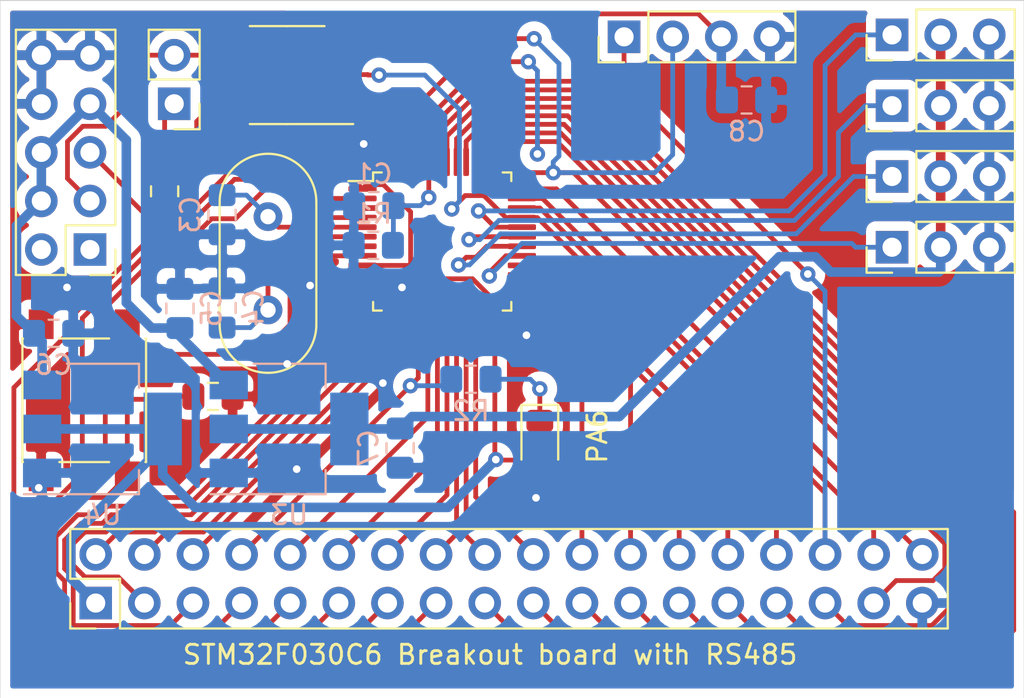
<source format=kicad_pcb>
(kicad_pcb (version 20171130) (host pcbnew "(5.1.4)-1")

  (general
    (thickness 1.6)
    (drawings 6)
    (tracks 499)
    (zones 0)
    (modules 26)
    (nets 52)
  )

  (page A4)
  (layers
    (0 F.Cu signal)
    (31 B.Cu signal)
    (32 B.Adhes user hide)
    (33 F.Adhes user)
    (34 B.Paste user hide)
    (35 F.Paste user hide)
    (36 B.SilkS user)
    (37 F.SilkS user)
    (38 B.Mask user)
    (39 F.Mask user)
    (40 Dwgs.User user hide)
    (41 Cmts.User user hide)
    (42 Eco1.User user hide)
    (43 Eco2.User user hide)
    (44 Edge.Cuts user hide)
    (45 Margin user hide)
    (46 B.CrtYd user hide)
    (47 F.CrtYd user hide)
    (48 B.Fab user hide)
    (49 F.Fab user hide)
  )

  (setup
    (last_trace_width 0.25)
    (user_trace_width 0.5)
    (trace_clearance 0.2)
    (zone_clearance 0.508)
    (zone_45_only no)
    (trace_min 0.2)
    (via_size 0.8)
    (via_drill 0.4)
    (via_min_size 0.4)
    (via_min_drill 0.3)
    (uvia_size 0.3)
    (uvia_drill 0.1)
    (uvias_allowed no)
    (uvia_min_size 0.2)
    (uvia_min_drill 0.1)
    (edge_width 0.05)
    (segment_width 0.2)
    (pcb_text_width 0.3)
    (pcb_text_size 1.5 1.5)
    (mod_edge_width 0.12)
    (mod_text_size 1 1)
    (mod_text_width 0.15)
    (pad_size 1.524 1.524)
    (pad_drill 0.762)
    (pad_to_mask_clearance 0.051)
    (solder_mask_min_width 0.25)
    (aux_axis_origin 0 0)
    (visible_elements 7FFFFFFF)
    (pcbplotparams
      (layerselection 0x010fc_ffffffff)
      (usegerberextensions false)
      (usegerberattributes false)
      (usegerberadvancedattributes false)
      (creategerberjobfile false)
      (excludeedgelayer true)
      (linewidth 0.100000)
      (plotframeref false)
      (viasonmask false)
      (mode 1)
      (useauxorigin false)
      (hpglpennumber 1)
      (hpglpenspeed 20)
      (hpglpendiameter 15.000000)
      (psnegative false)
      (psa4output false)
      (plotreference true)
      (plotvalue true)
      (plotinvisibletext false)
      (padsonsilk false)
      (subtractmaskfromsilk false)
      (outputformat 1)
      (mirror false)
      (drillshape 0)
      (scaleselection 1)
      (outputdirectory "gerber/"))
  )

  (net 0 "")
  (net 1 BOOT0)
  (net 2 GND)
  (net 3 RST)
  (net 4 "Net-(C3-Pad1)")
  (net 5 "Net-(C4-Pad1)")
  (net 6 +12V)
  (net 7 +5V)
  (net 8 +3V3)
  (net 9 "Net-(D1-Pad1)")
  (net 10 PB12)
  (net 11 PA3)
  (net 12 PB13)
  (net 13 PA4)
  (net 14 PB14)
  (net 15 PA5)
  (net 16 PB15)
  (net 17 PA6)
  (net 18 PA12)
  (net 19 PA7)
  (net 20 PA13)
  (net 21 PB0)
  (net 22 PF6)
  (net 23 PB1)
  (net 24 PF7)
  (net 25 PB2)
  (net 26 PA14)
  (net 27 PB10)
  (net 28 PA15)
  (net 29 PB11)
  (net 30 PB3)
  (net 31 PC13)
  (net 32 PB4)
  (net 33 PC14)
  (net 34 PB5)
  (net 35 PC15)
  (net 36 PB6)
  (net 37 PA0)
  (net 38 PB7)
  (net 39 PA1)
  (net 40 PB8)
  (net 41 PA2)
  (net 42 PB9)
  (net 43 "Net-(J3-Pad5)")
  (net 44 TIM1CH1)
  (net 45 TIM1CH2)
  (net 46 TIM1CH3)
  (net 47 TIM1CH4)
  (net 48 "Net-(JP1-Pad1)")
  (net 49 "Net-(J3-Pad1)")
  (net 50 "Net-(J3-Pad2)")
  (net 51 "Net-(J3-Pad3)")

  (net_class Default "Toto je výchozí třída sítě."
    (clearance 0.2)
    (trace_width 0.25)
    (via_dia 0.8)
    (via_drill 0.4)
    (uvia_dia 0.3)
    (uvia_drill 0.1)
    (add_net +12V)
    (add_net +3V3)
    (add_net +5V)
    (add_net BOOT0)
    (add_net GND)
    (add_net "Net-(C3-Pad1)")
    (add_net "Net-(C4-Pad1)")
    (add_net "Net-(D1-Pad1)")
    (add_net "Net-(J3-Pad1)")
    (add_net "Net-(J3-Pad2)")
    (add_net "Net-(J3-Pad3)")
    (add_net "Net-(J3-Pad5)")
    (add_net "Net-(JP1-Pad1)")
    (add_net PA0)
    (add_net PA1)
    (add_net PA12)
    (add_net PA13)
    (add_net PA14)
    (add_net PA15)
    (add_net PA2)
    (add_net PA3)
    (add_net PA4)
    (add_net PA5)
    (add_net PA6)
    (add_net PA7)
    (add_net PB0)
    (add_net PB1)
    (add_net PB10)
    (add_net PB11)
    (add_net PB12)
    (add_net PB13)
    (add_net PB14)
    (add_net PB15)
    (add_net PB2)
    (add_net PB3)
    (add_net PB4)
    (add_net PB5)
    (add_net PB6)
    (add_net PB7)
    (add_net PB8)
    (add_net PB9)
    (add_net PC13)
    (add_net PC14)
    (add_net PC15)
    (add_net PF6)
    (add_net PF7)
    (add_net RST)
    (add_net TIM1CH1)
    (add_net TIM1CH2)
    (add_net TIM1CH3)
    (add_net TIM1CH4)
  )

  (module Capacitor_SMD:C_0805_2012Metric_Pad1.15x1.40mm_HandSolder (layer B.Cu) (tedit 5B36C52B) (tstamp 5EEC57AA)
    (at 166.524999 103.725001 180)
    (descr "Capacitor SMD 0805 (2012 Metric), square (rectangular) end terminal, IPC_7351 nominal with elongated pad for handsoldering. (Body size source: https://docs.google.com/spreadsheets/d/1BsfQQcO9C6DZCsRaXUlFlo91Tg2WpOkGARC1WS5S8t0/edit?usp=sharing), generated with kicad-footprint-generator")
    (tags "capacitor handsolder")
    (path /5F3D4261)
    (attr smd)
    (fp_text reference C1 (at 0 1.65) (layer B.SilkS)
      (effects (font (size 1 1) (thickness 0.15)) (justify mirror))
    )
    (fp_text value 100n (at 0 -1.65) (layer B.Fab)
      (effects (font (size 1 1) (thickness 0.15)) (justify mirror))
    )
    (fp_line (start -1 -0.6) (end -1 0.6) (layer B.Fab) (width 0.1))
    (fp_line (start -1 0.6) (end 1 0.6) (layer B.Fab) (width 0.1))
    (fp_line (start 1 0.6) (end 1 -0.6) (layer B.Fab) (width 0.1))
    (fp_line (start 1 -0.6) (end -1 -0.6) (layer B.Fab) (width 0.1))
    (fp_line (start -0.261252 0.71) (end 0.261252 0.71) (layer B.SilkS) (width 0.12))
    (fp_line (start -0.261252 -0.71) (end 0.261252 -0.71) (layer B.SilkS) (width 0.12))
    (fp_line (start -1.85 -0.95) (end -1.85 0.95) (layer B.CrtYd) (width 0.05))
    (fp_line (start -1.85 0.95) (end 1.85 0.95) (layer B.CrtYd) (width 0.05))
    (fp_line (start 1.85 0.95) (end 1.85 -0.95) (layer B.CrtYd) (width 0.05))
    (fp_line (start 1.85 -0.95) (end -1.85 -0.95) (layer B.CrtYd) (width 0.05))
    (fp_text user %R (at 0 0) (layer B.Fab)
      (effects (font (size 0.5 0.5) (thickness 0.08)) (justify mirror))
    )
    (pad 1 smd roundrect (at -1.025 0 180) (size 1.15 1.4) (layers B.Cu B.Paste B.Mask) (roundrect_rratio 0.217391)
      (net 1 BOOT0))
    (pad 2 smd roundrect (at 1.025 0 180) (size 1.15 1.4) (layers B.Cu B.Paste B.Mask) (roundrect_rratio 0.217391)
      (net 2 GND))
    (model ${KISYS3DMOD}/Capacitor_SMD.3dshapes/C_0805_2012Metric.wrl
      (at (xyz 0 0 0))
      (scale (xyz 1 1 1))
      (rotate (xyz 0 0 0))
    )
  )

  (module Capacitor_SMD:C_0805_2012Metric_Pad1.15x1.40mm_HandSolder (layer F.Cu) (tedit 5B36C52B) (tstamp 5EEC57BB)
    (at 158.125 113.7)
    (descr "Capacitor SMD 0805 (2012 Metric), square (rectangular) end terminal, IPC_7351 nominal with elongated pad for handsoldering. (Body size source: https://docs.google.com/spreadsheets/d/1BsfQQcO9C6DZCsRaXUlFlo91Tg2WpOkGARC1WS5S8t0/edit?usp=sharing), generated with kicad-footprint-generator")
    (tags "capacitor handsolder")
    (path /5F3F9189)
    (attr smd)
    (fp_text reference C2 (at 0 -1.65) (layer F.SilkS) hide
      (effects (font (size 1 1) (thickness 0.15)))
    )
    (fp_text value 100n (at 0 1.65) (layer F.Fab)
      (effects (font (size 1 1) (thickness 0.15)))
    )
    (fp_text user %R (at 0 0) (layer F.Fab)
      (effects (font (size 0.5 0.5) (thickness 0.08)))
    )
    (fp_line (start 1.85 0.95) (end -1.85 0.95) (layer F.CrtYd) (width 0.05))
    (fp_line (start 1.85 -0.95) (end 1.85 0.95) (layer F.CrtYd) (width 0.05))
    (fp_line (start -1.85 -0.95) (end 1.85 -0.95) (layer F.CrtYd) (width 0.05))
    (fp_line (start -1.85 0.95) (end -1.85 -0.95) (layer F.CrtYd) (width 0.05))
    (fp_line (start -0.261252 0.71) (end 0.261252 0.71) (layer F.SilkS) (width 0.12))
    (fp_line (start -0.261252 -0.71) (end 0.261252 -0.71) (layer F.SilkS) (width 0.12))
    (fp_line (start 1 0.6) (end -1 0.6) (layer F.Fab) (width 0.1))
    (fp_line (start 1 -0.6) (end 1 0.6) (layer F.Fab) (width 0.1))
    (fp_line (start -1 -0.6) (end 1 -0.6) (layer F.Fab) (width 0.1))
    (fp_line (start -1 0.6) (end -1 -0.6) (layer F.Fab) (width 0.1))
    (pad 2 smd roundrect (at 1.025 0) (size 1.15 1.4) (layers F.Cu F.Paste F.Mask) (roundrect_rratio 0.217391)
      (net 2 GND))
    (pad 1 smd roundrect (at -1.025 0) (size 1.15 1.4) (layers F.Cu F.Paste F.Mask) (roundrect_rratio 0.217391)
      (net 3 RST))
    (model ${KISYS3DMOD}/Capacitor_SMD.3dshapes/C_0805_2012Metric.wrl
      (at (xyz 0 0 0))
      (scale (xyz 1 1 1))
      (rotate (xyz 0 0 0))
    )
  )

  (module Capacitor_SMD:C_0805_2012Metric_Pad1.15x1.40mm_HandSolder (layer B.Cu) (tedit 5B36C52B) (tstamp 5EEC57CC)
    (at 158.6 104.2 270)
    (descr "Capacitor SMD 0805 (2012 Metric), square (rectangular) end terminal, IPC_7351 nominal with elongated pad for handsoldering. (Body size source: https://docs.google.com/spreadsheets/d/1BsfQQcO9C6DZCsRaXUlFlo91Tg2WpOkGARC1WS5S8t0/edit?usp=sharing), generated with kicad-footprint-generator")
    (tags "capacitor handsolder")
    (path /5F3722A5)
    (attr smd)
    (fp_text reference C3 (at 0 1.65 90) (layer B.SilkS)
      (effects (font (size 1 1) (thickness 0.15)) (justify mirror))
    )
    (fp_text value 10p (at 0 -1.65 90) (layer B.Fab)
      (effects (font (size 1 1) (thickness 0.15)) (justify mirror))
    )
    (fp_line (start -1 -0.6) (end -1 0.6) (layer B.Fab) (width 0.1))
    (fp_line (start -1 0.6) (end 1 0.6) (layer B.Fab) (width 0.1))
    (fp_line (start 1 0.6) (end 1 -0.6) (layer B.Fab) (width 0.1))
    (fp_line (start 1 -0.6) (end -1 -0.6) (layer B.Fab) (width 0.1))
    (fp_line (start -0.261252 0.71) (end 0.261252 0.71) (layer B.SilkS) (width 0.12))
    (fp_line (start -0.261252 -0.71) (end 0.261252 -0.71) (layer B.SilkS) (width 0.12))
    (fp_line (start -1.85 -0.95) (end -1.85 0.95) (layer B.CrtYd) (width 0.05))
    (fp_line (start -1.85 0.95) (end 1.85 0.95) (layer B.CrtYd) (width 0.05))
    (fp_line (start 1.85 0.95) (end 1.85 -0.95) (layer B.CrtYd) (width 0.05))
    (fp_line (start 1.85 -0.95) (end -1.85 -0.95) (layer B.CrtYd) (width 0.05))
    (fp_text user %R (at 0 0 90) (layer B.Fab)
      (effects (font (size 0.5 0.5) (thickness 0.08)) (justify mirror))
    )
    (pad 1 smd roundrect (at -1.025 0 270) (size 1.15 1.4) (layers B.Cu B.Paste B.Mask) (roundrect_rratio 0.217391)
      (net 4 "Net-(C3-Pad1)"))
    (pad 2 smd roundrect (at 1.025 0 270) (size 1.15 1.4) (layers B.Cu B.Paste B.Mask) (roundrect_rratio 0.217391)
      (net 2 GND))
    (model ${KISYS3DMOD}/Capacitor_SMD.3dshapes/C_0805_2012Metric.wrl
      (at (xyz 0 0 0))
      (scale (xyz 1 1 1))
      (rotate (xyz 0 0 0))
    )
  )

  (module Capacitor_SMD:C_0805_2012Metric_Pad1.15x1.40mm_HandSolder (layer B.Cu) (tedit 5B36C52B) (tstamp 5EEC57DD)
    (at 158.6 109.075 90)
    (descr "Capacitor SMD 0805 (2012 Metric), square (rectangular) end terminal, IPC_7351 nominal with elongated pad for handsoldering. (Body size source: https://docs.google.com/spreadsheets/d/1BsfQQcO9C6DZCsRaXUlFlo91Tg2WpOkGARC1WS5S8t0/edit?usp=sharing), generated with kicad-footprint-generator")
    (tags "capacitor handsolder")
    (path /5F3740E1)
    (attr smd)
    (fp_text reference C4 (at 0 1.65 90) (layer B.SilkS)
      (effects (font (size 1 1) (thickness 0.15)) (justify mirror))
    )
    (fp_text value 10p (at 0 -1.65 90) (layer B.Fab)
      (effects (font (size 1 1) (thickness 0.15)) (justify mirror))
    )
    (fp_text user %R (at 0 0 90) (layer B.Fab)
      (effects (font (size 0.5 0.5) (thickness 0.08)) (justify mirror))
    )
    (fp_line (start 1.85 -0.95) (end -1.85 -0.95) (layer B.CrtYd) (width 0.05))
    (fp_line (start 1.85 0.95) (end 1.85 -0.95) (layer B.CrtYd) (width 0.05))
    (fp_line (start -1.85 0.95) (end 1.85 0.95) (layer B.CrtYd) (width 0.05))
    (fp_line (start -1.85 -0.95) (end -1.85 0.95) (layer B.CrtYd) (width 0.05))
    (fp_line (start -0.261252 -0.71) (end 0.261252 -0.71) (layer B.SilkS) (width 0.12))
    (fp_line (start -0.261252 0.71) (end 0.261252 0.71) (layer B.SilkS) (width 0.12))
    (fp_line (start 1 -0.6) (end -1 -0.6) (layer B.Fab) (width 0.1))
    (fp_line (start 1 0.6) (end 1 -0.6) (layer B.Fab) (width 0.1))
    (fp_line (start -1 0.6) (end 1 0.6) (layer B.Fab) (width 0.1))
    (fp_line (start -1 -0.6) (end -1 0.6) (layer B.Fab) (width 0.1))
    (pad 2 smd roundrect (at 1.025 0 90) (size 1.15 1.4) (layers B.Cu B.Paste B.Mask) (roundrect_rratio 0.217391)
      (net 2 GND))
    (pad 1 smd roundrect (at -1.025 0 90) (size 1.15 1.4) (layers B.Cu B.Paste B.Mask) (roundrect_rratio 0.217391)
      (net 5 "Net-(C4-Pad1)"))
    (model ${KISYS3DMOD}/Capacitor_SMD.3dshapes/C_0805_2012Metric.wrl
      (at (xyz 0 0 0))
      (scale (xyz 1 1 1))
      (rotate (xyz 0 0 0))
    )
  )

  (module Capacitor_SMD:C_0805_2012Metric_Pad1.15x1.40mm_HandSolder (layer B.Cu) (tedit 5B36C52B) (tstamp 5EEC57EE)
    (at 156.4 109.1 90)
    (descr "Capacitor SMD 0805 (2012 Metric), square (rectangular) end terminal, IPC_7351 nominal with elongated pad for handsoldering. (Body size source: https://docs.google.com/spreadsheets/d/1BsfQQcO9C6DZCsRaXUlFlo91Tg2WpOkGARC1WS5S8t0/edit?usp=sharing), generated with kicad-footprint-generator")
    (tags "capacitor handsolder")
    (path /5F31409D)
    (attr smd)
    (fp_text reference C5 (at 0 1.65 90) (layer B.SilkS)
      (effects (font (size 1 1) (thickness 0.15)) (justify mirror))
    )
    (fp_text value 100n (at 0 -1.65 90) (layer B.Fab)
      (effects (font (size 1 1) (thickness 0.15)) (justify mirror))
    )
    (fp_line (start -1 -0.6) (end -1 0.6) (layer B.Fab) (width 0.1))
    (fp_line (start -1 0.6) (end 1 0.6) (layer B.Fab) (width 0.1))
    (fp_line (start 1 0.6) (end 1 -0.6) (layer B.Fab) (width 0.1))
    (fp_line (start 1 -0.6) (end -1 -0.6) (layer B.Fab) (width 0.1))
    (fp_line (start -0.261252 0.71) (end 0.261252 0.71) (layer B.SilkS) (width 0.12))
    (fp_line (start -0.261252 -0.71) (end 0.261252 -0.71) (layer B.SilkS) (width 0.12))
    (fp_line (start -1.85 -0.95) (end -1.85 0.95) (layer B.CrtYd) (width 0.05))
    (fp_line (start -1.85 0.95) (end 1.85 0.95) (layer B.CrtYd) (width 0.05))
    (fp_line (start 1.85 0.95) (end 1.85 -0.95) (layer B.CrtYd) (width 0.05))
    (fp_line (start 1.85 -0.95) (end -1.85 -0.95) (layer B.CrtYd) (width 0.05))
    (fp_text user %R (at 0 0 90) (layer B.Fab)
      (effects (font (size 0.5 0.5) (thickness 0.08)) (justify mirror))
    )
    (pad 1 smd roundrect (at -1.025 0 90) (size 1.15 1.4) (layers B.Cu B.Paste B.Mask) (roundrect_rratio 0.217391)
      (net 6 +12V))
    (pad 2 smd roundrect (at 1.025 0 90) (size 1.15 1.4) (layers B.Cu B.Paste B.Mask) (roundrect_rratio 0.217391)
      (net 2 GND))
    (model ${KISYS3DMOD}/Capacitor_SMD.3dshapes/C_0805_2012Metric.wrl
      (at (xyz 0 0 0))
      (scale (xyz 1 1 1))
      (rotate (xyz 0 0 0))
    )
  )

  (module Capacitor_SMD:C_0805_2012Metric_Pad1.15x1.40mm_HandSolder (layer B.Cu) (tedit 5B36C52B) (tstamp 5EEC57FF)
    (at 149.8 110.4)
    (descr "Capacitor SMD 0805 (2012 Metric), square (rectangular) end terminal, IPC_7351 nominal with elongated pad for handsoldering. (Body size source: https://docs.google.com/spreadsheets/d/1BsfQQcO9C6DZCsRaXUlFlo91Tg2WpOkGARC1WS5S8t0/edit?usp=sharing), generated with kicad-footprint-generator")
    (tags "capacitor handsolder")
    (path /5F3124EB)
    (attr smd)
    (fp_text reference C6 (at 0 1.65) (layer B.SilkS)
      (effects (font (size 1 1) (thickness 0.15)) (justify mirror))
    )
    (fp_text value 100n (at 0 -1.65) (layer B.Fab)
      (effects (font (size 1 1) (thickness 0.15)) (justify mirror))
    )
    (fp_line (start -1 -0.6) (end -1 0.6) (layer B.Fab) (width 0.1))
    (fp_line (start -1 0.6) (end 1 0.6) (layer B.Fab) (width 0.1))
    (fp_line (start 1 0.6) (end 1 -0.6) (layer B.Fab) (width 0.1))
    (fp_line (start 1 -0.6) (end -1 -0.6) (layer B.Fab) (width 0.1))
    (fp_line (start -0.261252 0.71) (end 0.261252 0.71) (layer B.SilkS) (width 0.12))
    (fp_line (start -0.261252 -0.71) (end 0.261252 -0.71) (layer B.SilkS) (width 0.12))
    (fp_line (start -1.85 -0.95) (end -1.85 0.95) (layer B.CrtYd) (width 0.05))
    (fp_line (start -1.85 0.95) (end 1.85 0.95) (layer B.CrtYd) (width 0.05))
    (fp_line (start 1.85 0.95) (end 1.85 -0.95) (layer B.CrtYd) (width 0.05))
    (fp_line (start 1.85 -0.95) (end -1.85 -0.95) (layer B.CrtYd) (width 0.05))
    (fp_text user %R (at 0 0) (layer B.Fab)
      (effects (font (size 0.5 0.5) (thickness 0.08)) (justify mirror))
    )
    (pad 1 smd roundrect (at -1.025 0) (size 1.15 1.4) (layers B.Cu B.Paste B.Mask) (roundrect_rratio 0.217391)
      (net 6 +12V))
    (pad 2 smd roundrect (at 1.025 0) (size 1.15 1.4) (layers B.Cu B.Paste B.Mask) (roundrect_rratio 0.217391)
      (net 2 GND))
    (model ${KISYS3DMOD}/Capacitor_SMD.3dshapes/C_0805_2012Metric.wrl
      (at (xyz 0 0 0))
      (scale (xyz 1 1 1))
      (rotate (xyz 0 0 0))
    )
  )

  (module Capacitor_SMD:C_0805_2012Metric_Pad1.15x1.40mm_HandSolder (layer B.Cu) (tedit 5B36C52B) (tstamp 5EEC5810)
    (at 167.9 116.4 270)
    (descr "Capacitor SMD 0805 (2012 Metric), square (rectangular) end terminal, IPC_7351 nominal with elongated pad for handsoldering. (Body size source: https://docs.google.com/spreadsheets/d/1BsfQQcO9C6DZCsRaXUlFlo91Tg2WpOkGARC1WS5S8t0/edit?usp=sharing), generated with kicad-footprint-generator")
    (tags "capacitor handsolder")
    (path /5F313731)
    (attr smd)
    (fp_text reference C7 (at 0 1.65 90) (layer B.SilkS)
      (effects (font (size 1 1) (thickness 0.15)) (justify mirror))
    )
    (fp_text value 100n (at 0 -1.65 90) (layer B.Fab)
      (effects (font (size 1 1) (thickness 0.15)) (justify mirror))
    )
    (fp_text user %R (at 0 0 90) (layer B.Fab)
      (effects (font (size 0.5 0.5) (thickness 0.08)) (justify mirror))
    )
    (fp_line (start 1.85 -0.95) (end -1.85 -0.95) (layer B.CrtYd) (width 0.05))
    (fp_line (start 1.85 0.95) (end 1.85 -0.95) (layer B.CrtYd) (width 0.05))
    (fp_line (start -1.85 0.95) (end 1.85 0.95) (layer B.CrtYd) (width 0.05))
    (fp_line (start -1.85 -0.95) (end -1.85 0.95) (layer B.CrtYd) (width 0.05))
    (fp_line (start -0.261252 -0.71) (end 0.261252 -0.71) (layer B.SilkS) (width 0.12))
    (fp_line (start -0.261252 0.71) (end 0.261252 0.71) (layer B.SilkS) (width 0.12))
    (fp_line (start 1 -0.6) (end -1 -0.6) (layer B.Fab) (width 0.1))
    (fp_line (start 1 0.6) (end 1 -0.6) (layer B.Fab) (width 0.1))
    (fp_line (start -1 0.6) (end 1 0.6) (layer B.Fab) (width 0.1))
    (fp_line (start -1 -0.6) (end -1 0.6) (layer B.Fab) (width 0.1))
    (pad 2 smd roundrect (at 1.025 0 270) (size 1.15 1.4) (layers B.Cu B.Paste B.Mask) (roundrect_rratio 0.217391)
      (net 2 GND))
    (pad 1 smd roundrect (at -1.025 0 270) (size 1.15 1.4) (layers B.Cu B.Paste B.Mask) (roundrect_rratio 0.217391)
      (net 7 +5V))
    (model ${KISYS3DMOD}/Capacitor_SMD.3dshapes/C_0805_2012Metric.wrl
      (at (xyz 0 0 0))
      (scale (xyz 1 1 1))
      (rotate (xyz 0 0 0))
    )
  )

  (module Capacitor_SMD:C_0805_2012Metric_Pad1.15x1.40mm_HandSolder (layer B.Cu) (tedit 5B36C52B) (tstamp 5EEC5821)
    (at 186 98.2)
    (descr "Capacitor SMD 0805 (2012 Metric), square (rectangular) end terminal, IPC_7351 nominal with elongated pad for handsoldering. (Body size source: https://docs.google.com/spreadsheets/d/1BsfQQcO9C6DZCsRaXUlFlo91Tg2WpOkGARC1WS5S8t0/edit?usp=sharing), generated with kicad-footprint-generator")
    (tags "capacitor handsolder")
    (path /5F3109B0)
    (attr smd)
    (fp_text reference C8 (at 0 1.65) (layer B.SilkS)
      (effects (font (size 1 1) (thickness 0.15)) (justify mirror))
    )
    (fp_text value 100n (at 0 -1.65) (layer B.Fab)
      (effects (font (size 1 1) (thickness 0.15)) (justify mirror))
    )
    (fp_text user %R (at 0 0) (layer B.Fab)
      (effects (font (size 0.5 0.5) (thickness 0.08)) (justify mirror))
    )
    (fp_line (start 1.85 -0.95) (end -1.85 -0.95) (layer B.CrtYd) (width 0.05))
    (fp_line (start 1.85 0.95) (end 1.85 -0.95) (layer B.CrtYd) (width 0.05))
    (fp_line (start -1.85 0.95) (end 1.85 0.95) (layer B.CrtYd) (width 0.05))
    (fp_line (start -1.85 -0.95) (end -1.85 0.95) (layer B.CrtYd) (width 0.05))
    (fp_line (start -0.261252 -0.71) (end 0.261252 -0.71) (layer B.SilkS) (width 0.12))
    (fp_line (start -0.261252 0.71) (end 0.261252 0.71) (layer B.SilkS) (width 0.12))
    (fp_line (start 1 -0.6) (end -1 -0.6) (layer B.Fab) (width 0.1))
    (fp_line (start 1 0.6) (end 1 -0.6) (layer B.Fab) (width 0.1))
    (fp_line (start -1 0.6) (end 1 0.6) (layer B.Fab) (width 0.1))
    (fp_line (start -1 -0.6) (end -1 0.6) (layer B.Fab) (width 0.1))
    (pad 2 smd roundrect (at 1.025 0) (size 1.15 1.4) (layers B.Cu B.Paste B.Mask) (roundrect_rratio 0.217391)
      (net 2 GND))
    (pad 1 smd roundrect (at -1.025 0) (size 1.15 1.4) (layers B.Cu B.Paste B.Mask) (roundrect_rratio 0.217391)
      (net 8 +3V3))
    (model ${KISYS3DMOD}/Capacitor_SMD.3dshapes/C_0805_2012Metric.wrl
      (at (xyz 0 0 0))
      (scale (xyz 1 1 1))
      (rotate (xyz 0 0 0))
    )
  )

  (module LED_SMD:LED_0805_2012Metric_Pad1.15x1.40mm_HandSolder (layer F.Cu) (tedit 5B4B45C9) (tstamp 5EEC5834)
    (at 175.2 116 270)
    (descr "LED SMD 0805 (2012 Metric), square (rectangular) end terminal, IPC_7351 nominal, (Body size source: https://docs.google.com/spreadsheets/d/1BsfQQcO9C6DZCsRaXUlFlo91Tg2WpOkGARC1WS5S8t0/edit?usp=sharing), generated with kicad-footprint-generator")
    (tags "LED handsolder")
    (path /5F3FF495)
    (attr smd)
    (fp_text reference D1 (at 0 -1.65 90) (layer F.SilkS) hide
      (effects (font (size 1 1) (thickness 0.15)))
    )
    (fp_text value LED (at 0 1.65 90) (layer F.Fab)
      (effects (font (size 1 1) (thickness 0.15)))
    )
    (fp_line (start 1 -0.6) (end -0.7 -0.6) (layer F.Fab) (width 0.1))
    (fp_line (start -0.7 -0.6) (end -1 -0.3) (layer F.Fab) (width 0.1))
    (fp_line (start -1 -0.3) (end -1 0.6) (layer F.Fab) (width 0.1))
    (fp_line (start -1 0.6) (end 1 0.6) (layer F.Fab) (width 0.1))
    (fp_line (start 1 0.6) (end 1 -0.6) (layer F.Fab) (width 0.1))
    (fp_line (start 1 -0.96) (end -1.86 -0.96) (layer F.SilkS) (width 0.12))
    (fp_line (start -1.86 -0.96) (end -1.86 0.96) (layer F.SilkS) (width 0.12))
    (fp_line (start -1.86 0.96) (end 1 0.96) (layer F.SilkS) (width 0.12))
    (fp_line (start -1.85 0.95) (end -1.85 -0.95) (layer F.CrtYd) (width 0.05))
    (fp_line (start -1.85 -0.95) (end 1.85 -0.95) (layer F.CrtYd) (width 0.05))
    (fp_line (start 1.85 -0.95) (end 1.85 0.95) (layer F.CrtYd) (width 0.05))
    (fp_line (start 1.85 0.95) (end -1.85 0.95) (layer F.CrtYd) (width 0.05))
    (fp_text user %R (at 0 0 90) (layer F.Fab)
      (effects (font (size 0.5 0.5) (thickness 0.08)))
    )
    (pad 1 smd roundrect (at -1.025 0 270) (size 1.15 1.4) (layers F.Cu F.Paste F.Mask) (roundrect_rratio 0.217391)
      (net 9 "Net-(D1-Pad1)"))
    (pad 2 smd roundrect (at 1.025 0 270) (size 1.15 1.4) (layers F.Cu F.Paste F.Mask) (roundrect_rratio 0.217391)
      (net 8 +3V3))
    (model ${KISYS3DMOD}/LED_SMD.3dshapes/LED_0805_2012Metric.wrl
      (at (xyz 0 0 0))
      (scale (xyz 1 1 1))
      (rotate (xyz 0 0 0))
    )
  )

  (module Connector_PinHeader_2.54mm:PinHeader_2x18_P2.54mm_Vertical (layer F.Cu) (tedit 59FED5CC) (tstamp 5EEC586E)
    (at 152 124.5 90)
    (descr "Through hole straight pin header, 2x18, 2.54mm pitch, double rows")
    (tags "Through hole pin header THT 2x18 2.54mm double row")
    (path /5F358652)
    (fp_text reference J1 (at 1.27 -2.33 90) (layer F.SilkS) hide
      (effects (font (size 1 1) (thickness 0.15)))
    )
    (fp_text value Conn_02x18_Odd_Even (at 1.27 45.51 90) (layer F.Fab)
      (effects (font (size 1 1) (thickness 0.15)))
    )
    (fp_line (start 0 -1.27) (end 3.81 -1.27) (layer F.Fab) (width 0.1))
    (fp_line (start 3.81 -1.27) (end 3.81 44.45) (layer F.Fab) (width 0.1))
    (fp_line (start 3.81 44.45) (end -1.27 44.45) (layer F.Fab) (width 0.1))
    (fp_line (start -1.27 44.45) (end -1.27 0) (layer F.Fab) (width 0.1))
    (fp_line (start -1.27 0) (end 0 -1.27) (layer F.Fab) (width 0.1))
    (fp_line (start -1.33 44.51) (end 3.87 44.51) (layer F.SilkS) (width 0.12))
    (fp_line (start -1.33 1.27) (end -1.33 44.51) (layer F.SilkS) (width 0.12))
    (fp_line (start 3.87 -1.33) (end 3.87 44.51) (layer F.SilkS) (width 0.12))
    (fp_line (start -1.33 1.27) (end 1.27 1.27) (layer F.SilkS) (width 0.12))
    (fp_line (start 1.27 1.27) (end 1.27 -1.33) (layer F.SilkS) (width 0.12))
    (fp_line (start 1.27 -1.33) (end 3.87 -1.33) (layer F.SilkS) (width 0.12))
    (fp_line (start -1.33 0) (end -1.33 -1.33) (layer F.SilkS) (width 0.12))
    (fp_line (start -1.33 -1.33) (end 0 -1.33) (layer F.SilkS) (width 0.12))
    (fp_line (start -1.8 -1.8) (end -1.8 44.95) (layer F.CrtYd) (width 0.05))
    (fp_line (start -1.8 44.95) (end 4.35 44.95) (layer F.CrtYd) (width 0.05))
    (fp_line (start 4.35 44.95) (end 4.35 -1.8) (layer F.CrtYd) (width 0.05))
    (fp_line (start 4.35 -1.8) (end -1.8 -1.8) (layer F.CrtYd) (width 0.05))
    (fp_text user %R (at 1.27 21.59) (layer F.Fab)
      (effects (font (size 1 1) (thickness 0.15)))
    )
    (pad 1 thru_hole rect (at 0 0 90) (size 1.7 1.7) (drill 1) (layers *.Cu *.Mask)
      (net 8 +3V3))
    (pad 2 thru_hole oval (at 2.54 0 90) (size 1.7 1.7) (drill 1) (layers *.Cu *.Mask)
      (net 11 PA3))
    (pad 3 thru_hole oval (at 0 2.54 90) (size 1.7 1.7) (drill 1) (layers *.Cu *.Mask)
      (net 41 PA2))
    (pad 4 thru_hole oval (at 2.54 2.54 90) (size 1.7 1.7) (drill 1) (layers *.Cu *.Mask)
      (net 13 PA4))
    (pad 5 thru_hole oval (at 0 5.08 90) (size 1.7 1.7) (drill 1) (layers *.Cu *.Mask)
      (net 39 PA1))
    (pad 6 thru_hole oval (at 2.54 5.08 90) (size 1.7 1.7) (drill 1) (layers *.Cu *.Mask)
      (net 15 PA5))
    (pad 7 thru_hole oval (at 0 7.62 90) (size 1.7 1.7) (drill 1) (layers *.Cu *.Mask)
      (net 37 PA0))
    (pad 8 thru_hole oval (at 2.54 7.62 90) (size 1.7 1.7) (drill 1) (layers *.Cu *.Mask)
      (net 17 PA6))
    (pad 9 thru_hole oval (at 0 10.16 90) (size 1.7 1.7) (drill 1) (layers *.Cu *.Mask)
      (net 3 RST))
    (pad 10 thru_hole oval (at 2.54 10.16 90) (size 1.7 1.7) (drill 1) (layers *.Cu *.Mask)
      (net 19 PA7))
    (pad 11 thru_hole oval (at 0 12.7 90) (size 1.7 1.7) (drill 1) (layers *.Cu *.Mask)
      (net 35 PC15))
    (pad 12 thru_hole oval (at 2.54 12.7 90) (size 1.7 1.7) (drill 1) (layers *.Cu *.Mask)
      (net 21 PB0))
    (pad 13 thru_hole oval (at 0 15.24 90) (size 1.7 1.7) (drill 1) (layers *.Cu *.Mask)
      (net 33 PC14))
    (pad 14 thru_hole oval (at 2.54 15.24 90) (size 1.7 1.7) (drill 1) (layers *.Cu *.Mask)
      (net 23 PB1))
    (pad 15 thru_hole oval (at 0 17.78 90) (size 1.7 1.7) (drill 1) (layers *.Cu *.Mask)
      (net 31 PC13))
    (pad 16 thru_hole oval (at 2.54 17.78 90) (size 1.7 1.7) (drill 1) (layers *.Cu *.Mask)
      (net 25 PB2))
    (pad 17 thru_hole oval (at 0 20.32 90) (size 1.7 1.7) (drill 1) (layers *.Cu *.Mask)
      (net 42 PB9))
    (pad 18 thru_hole oval (at 2.54 20.32 90) (size 1.7 1.7) (drill 1) (layers *.Cu *.Mask)
      (net 27 PB10))
    (pad 19 thru_hole oval (at 0 22.86 90) (size 1.7 1.7) (drill 1) (layers *.Cu *.Mask)
      (net 40 PB8))
    (pad 20 thru_hole oval (at 2.54 22.86 90) (size 1.7 1.7) (drill 1) (layers *.Cu *.Mask)
      (net 29 PB11))
    (pad 21 thru_hole oval (at 0 25.4 90) (size 1.7 1.7) (drill 1) (layers *.Cu *.Mask)
      (net 38 PB7))
    (pad 22 thru_hole oval (at 2.54 25.4 90) (size 1.7 1.7) (drill 1) (layers *.Cu *.Mask)
      (net 10 PB12))
    (pad 23 thru_hole oval (at 0 27.94 90) (size 1.7 1.7) (drill 1) (layers *.Cu *.Mask)
      (net 36 PB6))
    (pad 24 thru_hole oval (at 2.54 27.94 90) (size 1.7 1.7) (drill 1) (layers *.Cu *.Mask)
      (net 12 PB13))
    (pad 25 thru_hole oval (at 0 30.48 90) (size 1.7 1.7) (drill 1) (layers *.Cu *.Mask)
      (net 34 PB5))
    (pad 26 thru_hole oval (at 2.54 30.48 90) (size 1.7 1.7) (drill 1) (layers *.Cu *.Mask)
      (net 14 PB14))
    (pad 27 thru_hole oval (at 0 33.02 90) (size 1.7 1.7) (drill 1) (layers *.Cu *.Mask)
      (net 32 PB4))
    (pad 28 thru_hole oval (at 2.54 33.02 90) (size 1.7 1.7) (drill 1) (layers *.Cu *.Mask)
      (net 16 PB15))
    (pad 29 thru_hole oval (at 0 35.56 90) (size 1.7 1.7) (drill 1) (layers *.Cu *.Mask)
      (net 30 PB3))
    (pad 30 thru_hole oval (at 2.54 35.56 90) (size 1.7 1.7) (drill 1) (layers *.Cu *.Mask)
      (net 18 PA12))
    (pad 31 thru_hole oval (at 0 38.1 90) (size 1.7 1.7) (drill 1) (layers *.Cu *.Mask)
      (net 28 PA15))
    (pad 32 thru_hole oval (at 2.54 38.1 90) (size 1.7 1.7) (drill 1) (layers *.Cu *.Mask)
      (net 20 PA13))
    (pad 33 thru_hole oval (at 0 40.64 90) (size 1.7 1.7) (drill 1) (layers *.Cu *.Mask)
      (net 26 PA14))
    (pad 34 thru_hole oval (at 2.54 40.64 90) (size 1.7 1.7) (drill 1) (layers *.Cu *.Mask)
      (net 22 PF6))
    (pad 35 thru_hole oval (at 0 43.18 90) (size 1.7 1.7) (drill 1) (layers *.Cu *.Mask)
      (net 2 GND))
    (pad 36 thru_hole oval (at 2.54 43.18 90) (size 1.7 1.7) (drill 1) (layers *.Cu *.Mask)
      (net 24 PF7))
    (model ${KISYS3DMOD}/Connector_PinHeader_2.54mm.3dshapes/PinHeader_2x18_P2.54mm_Vertical.wrl
      (at (xyz 0 0 0))
      (scale (xyz 1 1 1))
      (rotate (xyz 0 0 0))
    )
  )

  (module Connector_PinHeader_2.54mm:PinHeader_1x04_P2.54mm_Vertical (layer F.Cu) (tedit 59FED5CC) (tstamp 5EEC5886)
    (at 179.6 94.9 90)
    (descr "Through hole straight pin header, 1x04, 2.54mm pitch, single row")
    (tags "Through hole pin header THT 1x04 2.54mm single row")
    (path /5F394BEA)
    (fp_text reference J2 (at 0 -2.33 90) (layer F.SilkS) hide
      (effects (font (size 1 1) (thickness 0.15)))
    )
    (fp_text value Conn_01x04 (at 0 9.95 90) (layer F.Fab)
      (effects (font (size 1 1) (thickness 0.15)))
    )
    (fp_line (start -0.635 -1.27) (end 1.27 -1.27) (layer F.Fab) (width 0.1))
    (fp_line (start 1.27 -1.27) (end 1.27 8.89) (layer F.Fab) (width 0.1))
    (fp_line (start 1.27 8.89) (end -1.27 8.89) (layer F.Fab) (width 0.1))
    (fp_line (start -1.27 8.89) (end -1.27 -0.635) (layer F.Fab) (width 0.1))
    (fp_line (start -1.27 -0.635) (end -0.635 -1.27) (layer F.Fab) (width 0.1))
    (fp_line (start -1.33 8.95) (end 1.33 8.95) (layer F.SilkS) (width 0.12))
    (fp_line (start -1.33 1.27) (end -1.33 8.95) (layer F.SilkS) (width 0.12))
    (fp_line (start 1.33 1.27) (end 1.33 8.95) (layer F.SilkS) (width 0.12))
    (fp_line (start -1.33 1.27) (end 1.33 1.27) (layer F.SilkS) (width 0.12))
    (fp_line (start -1.33 0) (end -1.33 -1.33) (layer F.SilkS) (width 0.12))
    (fp_line (start -1.33 -1.33) (end 0 -1.33) (layer F.SilkS) (width 0.12))
    (fp_line (start -1.8 -1.8) (end -1.8 9.4) (layer F.CrtYd) (width 0.05))
    (fp_line (start -1.8 9.4) (end 1.8 9.4) (layer F.CrtYd) (width 0.05))
    (fp_line (start 1.8 9.4) (end 1.8 -1.8) (layer F.CrtYd) (width 0.05))
    (fp_line (start 1.8 -1.8) (end -1.8 -1.8) (layer F.CrtYd) (width 0.05))
    (fp_text user %R (at 0 3.81) (layer F.Fab)
      (effects (font (size 1 1) (thickness 0.15)))
    )
    (pad 1 thru_hole rect (at 0 0 90) (size 1.7 1.7) (drill 1) (layers *.Cu *.Mask)
      (net 20 PA13))
    (pad 2 thru_hole oval (at 0 2.54 90) (size 1.7 1.7) (drill 1) (layers *.Cu *.Mask)
      (net 26 PA14))
    (pad 3 thru_hole oval (at 0 5.08 90) (size 1.7 1.7) (drill 1) (layers *.Cu *.Mask)
      (net 8 +3V3))
    (pad 4 thru_hole oval (at 0 7.62 90) (size 1.7 1.7) (drill 1) (layers *.Cu *.Mask)
      (net 2 GND))
    (model ${KISYS3DMOD}/Connector_PinHeader_2.54mm.3dshapes/PinHeader_1x04_P2.54mm_Vertical.wrl
      (at (xyz 0 0 0))
      (scale (xyz 1 1 1))
      (rotate (xyz 0 0 0))
    )
  )

  (module Connector_PinHeader_2.54mm:PinHeader_2x05_P2.54mm_Vertical (layer F.Cu) (tedit 59FED5CC) (tstamp 5EEC58A6)
    (at 151.7 106.02 180)
    (descr "Through hole straight pin header, 2x05, 2.54mm pitch, double rows")
    (tags "Through hole pin header THT 2x05 2.54mm double row")
    (path /5F3A3927)
    (fp_text reference J3 (at 1.27 -2.33) (layer F.SilkS) hide
      (effects (font (size 1 1) (thickness 0.15)))
    )
    (fp_text value Conn_02x05_Odd_Even (at 1.27 12.49) (layer F.Fab)
      (effects (font (size 1 1) (thickness 0.15)))
    )
    (fp_line (start 0 -1.27) (end 3.81 -1.27) (layer F.Fab) (width 0.1))
    (fp_line (start 3.81 -1.27) (end 3.81 11.43) (layer F.Fab) (width 0.1))
    (fp_line (start 3.81 11.43) (end -1.27 11.43) (layer F.Fab) (width 0.1))
    (fp_line (start -1.27 11.43) (end -1.27 0) (layer F.Fab) (width 0.1))
    (fp_line (start -1.27 0) (end 0 -1.27) (layer F.Fab) (width 0.1))
    (fp_line (start -1.33 11.49) (end 3.87 11.49) (layer F.SilkS) (width 0.12))
    (fp_line (start -1.33 1.27) (end -1.33 11.49) (layer F.SilkS) (width 0.12))
    (fp_line (start 3.87 -1.33) (end 3.87 11.49) (layer F.SilkS) (width 0.12))
    (fp_line (start -1.33 1.27) (end 1.27 1.27) (layer F.SilkS) (width 0.12))
    (fp_line (start 1.27 1.27) (end 1.27 -1.33) (layer F.SilkS) (width 0.12))
    (fp_line (start 1.27 -1.33) (end 3.87 -1.33) (layer F.SilkS) (width 0.12))
    (fp_line (start -1.33 0) (end -1.33 -1.33) (layer F.SilkS) (width 0.12))
    (fp_line (start -1.33 -1.33) (end 0 -1.33) (layer F.SilkS) (width 0.12))
    (fp_line (start -1.8 -1.8) (end -1.8 11.95) (layer F.CrtYd) (width 0.05))
    (fp_line (start -1.8 11.95) (end 4.35 11.95) (layer F.CrtYd) (width 0.05))
    (fp_line (start 4.35 11.95) (end 4.35 -1.8) (layer F.CrtYd) (width 0.05))
    (fp_line (start 4.35 -1.8) (end -1.8 -1.8) (layer F.CrtYd) (width 0.05))
    (fp_text user %R (at 1.27 5.08 90) (layer F.Fab)
      (effects (font (size 1 1) (thickness 0.15)))
    )
    (pad 1 thru_hole rect (at 0 0 180) (size 1.7 1.7) (drill 1) (layers *.Cu *.Mask)
      (net 49 "Net-(J3-Pad1)"))
    (pad 2 thru_hole oval (at 2.54 0 180) (size 1.7 1.7) (drill 1) (layers *.Cu *.Mask)
      (net 50 "Net-(J3-Pad2)"))
    (pad 3 thru_hole oval (at 0 2.54 180) (size 1.7 1.7) (drill 1) (layers *.Cu *.Mask)
      (net 51 "Net-(J3-Pad3)"))
    (pad 4 thru_hole oval (at 2.54 2.54 180) (size 1.7 1.7) (drill 1) (layers *.Cu *.Mask)
      (net 6 +12V))
    (pad 5 thru_hole oval (at 0 5.08 180) (size 1.7 1.7) (drill 1) (layers *.Cu *.Mask)
      (net 43 "Net-(J3-Pad5)"))
    (pad 6 thru_hole oval (at 2.54 5.08 180) (size 1.7 1.7) (drill 1) (layers *.Cu *.Mask)
      (net 6 +12V))
    (pad 7 thru_hole oval (at 0 7.62 180) (size 1.7 1.7) (drill 1) (layers *.Cu *.Mask)
      (net 6 +12V))
    (pad 8 thru_hole oval (at 2.54 7.62 180) (size 1.7 1.7) (drill 1) (layers *.Cu *.Mask)
      (net 2 GND))
    (pad 9 thru_hole oval (at 0 10.16 180) (size 1.7 1.7) (drill 1) (layers *.Cu *.Mask)
      (net 2 GND))
    (pad 10 thru_hole oval (at 2.54 10.16 180) (size 1.7 1.7) (drill 1) (layers *.Cu *.Mask)
      (net 2 GND))
    (model ${KISYS3DMOD}/Connector_PinHeader_2.54mm.3dshapes/PinHeader_2x05_P2.54mm_Vertical.wrl
      (at (xyz 0 0 0))
      (scale (xyz 1 1 1))
      (rotate (xyz 0 0 0))
    )
  )

  (module Connector_PinHeader_2.54mm:PinHeader_1x03_P2.54mm_Vertical (layer F.Cu) (tedit 59FED5CC) (tstamp 5EEC58BD)
    (at 193.6 105.9 90)
    (descr "Through hole straight pin header, 1x03, 2.54mm pitch, single row")
    (tags "Through hole pin header THT 1x03 2.54mm single row")
    (path /5F305C7F)
    (fp_text reference J4 (at 0 -2.33 90) (layer F.SilkS) hide
      (effects (font (size 1 1) (thickness 0.15)))
    )
    (fp_text value Conn_01x03 (at 0 7.41 90) (layer F.Fab)
      (effects (font (size 1 1) (thickness 0.15)))
    )
    (fp_line (start -0.635 -1.27) (end 1.27 -1.27) (layer F.Fab) (width 0.1))
    (fp_line (start 1.27 -1.27) (end 1.27 6.35) (layer F.Fab) (width 0.1))
    (fp_line (start 1.27 6.35) (end -1.27 6.35) (layer F.Fab) (width 0.1))
    (fp_line (start -1.27 6.35) (end -1.27 -0.635) (layer F.Fab) (width 0.1))
    (fp_line (start -1.27 -0.635) (end -0.635 -1.27) (layer F.Fab) (width 0.1))
    (fp_line (start -1.33 6.41) (end 1.33 6.41) (layer F.SilkS) (width 0.12))
    (fp_line (start -1.33 1.27) (end -1.33 6.41) (layer F.SilkS) (width 0.12))
    (fp_line (start 1.33 1.27) (end 1.33 6.41) (layer F.SilkS) (width 0.12))
    (fp_line (start -1.33 1.27) (end 1.33 1.27) (layer F.SilkS) (width 0.12))
    (fp_line (start -1.33 0) (end -1.33 -1.33) (layer F.SilkS) (width 0.12))
    (fp_line (start -1.33 -1.33) (end 0 -1.33) (layer F.SilkS) (width 0.12))
    (fp_line (start -1.8 -1.8) (end -1.8 6.85) (layer F.CrtYd) (width 0.05))
    (fp_line (start -1.8 6.85) (end 1.8 6.85) (layer F.CrtYd) (width 0.05))
    (fp_line (start 1.8 6.85) (end 1.8 -1.8) (layer F.CrtYd) (width 0.05))
    (fp_line (start 1.8 -1.8) (end -1.8 -1.8) (layer F.CrtYd) (width 0.05))
    (fp_text user %R (at 0 2.54) (layer F.Fab)
      (effects (font (size 1 1) (thickness 0.15)))
    )
    (pad 1 thru_hole rect (at 0 0 90) (size 1.7 1.7) (drill 1) (layers *.Cu *.Mask)
      (net 44 TIM1CH1))
    (pad 2 thru_hole oval (at 0 2.54 90) (size 1.7 1.7) (drill 1) (layers *.Cu *.Mask)
      (net 7 +5V))
    (pad 3 thru_hole oval (at 0 5.08 90) (size 1.7 1.7) (drill 1) (layers *.Cu *.Mask)
      (net 2 GND))
    (model ${KISYS3DMOD}/Connector_PinHeader_2.54mm.3dshapes/PinHeader_1x03_P2.54mm_Vertical.wrl
      (at (xyz 0 0 0))
      (scale (xyz 1 1 1))
      (rotate (xyz 0 0 0))
    )
  )

  (module Connector_PinHeader_2.54mm:PinHeader_1x03_P2.54mm_Vertical (layer F.Cu) (tedit 59FED5CC) (tstamp 5EEC58D4)
    (at 193.6 102.2 90)
    (descr "Through hole straight pin header, 1x03, 2.54mm pitch, single row")
    (tags "Through hole pin header THT 1x03 2.54mm single row")
    (path /5F34D22E)
    (fp_text reference J5 (at 0 -2.33 90) (layer F.SilkS) hide
      (effects (font (size 1 1) (thickness 0.15)))
    )
    (fp_text value Conn_01x03 (at 0 7.41 90) (layer F.Fab)
      (effects (font (size 1 1) (thickness 0.15)))
    )
    (fp_text user %R (at 0.1 2.4) (layer F.Fab)
      (effects (font (size 1 1) (thickness 0.15)))
    )
    (fp_line (start 1.8 -1.8) (end -1.8 -1.8) (layer F.CrtYd) (width 0.05))
    (fp_line (start 1.8 6.85) (end 1.8 -1.8) (layer F.CrtYd) (width 0.05))
    (fp_line (start -1.8 6.85) (end 1.8 6.85) (layer F.CrtYd) (width 0.05))
    (fp_line (start -1.8 -1.8) (end -1.8 6.85) (layer F.CrtYd) (width 0.05))
    (fp_line (start -1.33 -1.33) (end 0 -1.33) (layer F.SilkS) (width 0.12))
    (fp_line (start -1.33 0) (end -1.33 -1.33) (layer F.SilkS) (width 0.12))
    (fp_line (start -1.33 1.27) (end 1.33 1.27) (layer F.SilkS) (width 0.12))
    (fp_line (start 1.33 1.27) (end 1.33 6.41) (layer F.SilkS) (width 0.12))
    (fp_line (start -1.33 1.27) (end -1.33 6.41) (layer F.SilkS) (width 0.12))
    (fp_line (start -1.33 6.41) (end 1.33 6.41) (layer F.SilkS) (width 0.12))
    (fp_line (start -1.27 -0.635) (end -0.635 -1.27) (layer F.Fab) (width 0.1))
    (fp_line (start -1.27 6.35) (end -1.27 -0.635) (layer F.Fab) (width 0.1))
    (fp_line (start 1.27 6.35) (end -1.27 6.35) (layer F.Fab) (width 0.1))
    (fp_line (start 1.27 -1.27) (end 1.27 6.35) (layer F.Fab) (width 0.1))
    (fp_line (start -0.635 -1.27) (end 1.27 -1.27) (layer F.Fab) (width 0.1))
    (pad 3 thru_hole oval (at 0 5.08 90) (size 1.7 1.7) (drill 1) (layers *.Cu *.Mask)
      (net 2 GND))
    (pad 2 thru_hole oval (at 0 2.54 90) (size 1.7 1.7) (drill 1) (layers *.Cu *.Mask)
      (net 7 +5V))
    (pad 1 thru_hole rect (at 0 0 90) (size 1.7 1.7) (drill 1) (layers *.Cu *.Mask)
      (net 45 TIM1CH2))
    (model ${KISYS3DMOD}/Connector_PinHeader_2.54mm.3dshapes/PinHeader_1x03_P2.54mm_Vertical.wrl
      (at (xyz 0 0 0))
      (scale (xyz 1 1 1))
      (rotate (xyz 0 0 0))
    )
  )

  (module Connector_PinHeader_2.54mm:PinHeader_1x03_P2.54mm_Vertical (layer F.Cu) (tedit 59FED5CC) (tstamp 5EEC58EB)
    (at 193.6 98.5 90)
    (descr "Through hole straight pin header, 1x03, 2.54mm pitch, single row")
    (tags "Through hole pin header THT 1x03 2.54mm single row")
    (path /5F34E8C6)
    (fp_text reference J6 (at 0 -2.33 90) (layer F.SilkS) hide
      (effects (font (size 1 1) (thickness 0.15)))
    )
    (fp_text value Conn_01x03 (at 0 7.41 90) (layer F.Fab)
      (effects (font (size 1 1) (thickness 0.15)))
    )
    (fp_line (start -0.635 -1.27) (end 1.27 -1.27) (layer F.Fab) (width 0.1))
    (fp_line (start 1.27 -1.27) (end 1.27 6.35) (layer F.Fab) (width 0.1))
    (fp_line (start 1.27 6.35) (end -1.27 6.35) (layer F.Fab) (width 0.1))
    (fp_line (start -1.27 6.35) (end -1.27 -0.635) (layer F.Fab) (width 0.1))
    (fp_line (start -1.27 -0.635) (end -0.635 -1.27) (layer F.Fab) (width 0.1))
    (fp_line (start -1.33 6.41) (end 1.33 6.41) (layer F.SilkS) (width 0.12))
    (fp_line (start -1.33 1.27) (end -1.33 6.41) (layer F.SilkS) (width 0.12))
    (fp_line (start 1.33 1.27) (end 1.33 6.41) (layer F.SilkS) (width 0.12))
    (fp_line (start -1.33 1.27) (end 1.33 1.27) (layer F.SilkS) (width 0.12))
    (fp_line (start -1.33 0) (end -1.33 -1.33) (layer F.SilkS) (width 0.12))
    (fp_line (start -1.33 -1.33) (end 0 -1.33) (layer F.SilkS) (width 0.12))
    (fp_line (start -1.8 -1.8) (end -1.8 6.85) (layer F.CrtYd) (width 0.05))
    (fp_line (start -1.8 6.85) (end 1.8 6.85) (layer F.CrtYd) (width 0.05))
    (fp_line (start 1.8 6.85) (end 1.8 -1.8) (layer F.CrtYd) (width 0.05))
    (fp_line (start 1.8 -1.8) (end -1.8 -1.8) (layer F.CrtYd) (width 0.05))
    (fp_text user %R (at 0 2.54) (layer F.Fab)
      (effects (font (size 1 1) (thickness 0.15)))
    )
    (pad 1 thru_hole rect (at 0 0 90) (size 1.7 1.7) (drill 1) (layers *.Cu *.Mask)
      (net 46 TIM1CH3))
    (pad 2 thru_hole oval (at 0 2.54 90) (size 1.7 1.7) (drill 1) (layers *.Cu *.Mask)
      (net 7 +5V))
    (pad 3 thru_hole oval (at 0 5.08 90) (size 1.7 1.7) (drill 1) (layers *.Cu *.Mask)
      (net 2 GND))
    (model ${KISYS3DMOD}/Connector_PinHeader_2.54mm.3dshapes/PinHeader_1x03_P2.54mm_Vertical.wrl
      (at (xyz 0 0 0))
      (scale (xyz 1 1 1))
      (rotate (xyz 0 0 0))
    )
  )

  (module Connector_PinHeader_2.54mm:PinHeader_1x03_P2.54mm_Vertical (layer F.Cu) (tedit 59FED5CC) (tstamp 5EEC5902)
    (at 193.6 94.8 90)
    (descr "Through hole straight pin header, 1x03, 2.54mm pitch, single row")
    (tags "Through hole pin header THT 1x03 2.54mm single row")
    (path /5F34FFBE)
    (fp_text reference J7 (at 0 -2.33 90) (layer F.SilkS) hide
      (effects (font (size 1 1) (thickness 0.15)))
    )
    (fp_text value Conn_01x03 (at 0 7.41 90) (layer F.Fab)
      (effects (font (size 1 1) (thickness 0.15)))
    )
    (fp_text user %R (at 0 2.54) (layer F.Fab)
      (effects (font (size 1 1) (thickness 0.15)))
    )
    (fp_line (start 1.8 -1.8) (end -1.8 -1.8) (layer F.CrtYd) (width 0.05))
    (fp_line (start 1.8 6.85) (end 1.8 -1.8) (layer F.CrtYd) (width 0.05))
    (fp_line (start -1.8 6.85) (end 1.8 6.85) (layer F.CrtYd) (width 0.05))
    (fp_line (start -1.8 -1.8) (end -1.8 6.85) (layer F.CrtYd) (width 0.05))
    (fp_line (start -1.33 -1.33) (end 0 -1.33) (layer F.SilkS) (width 0.12))
    (fp_line (start -1.33 0) (end -1.33 -1.33) (layer F.SilkS) (width 0.12))
    (fp_line (start -1.33 1.27) (end 1.33 1.27) (layer F.SilkS) (width 0.12))
    (fp_line (start 1.33 1.27) (end 1.33 6.41) (layer F.SilkS) (width 0.12))
    (fp_line (start -1.33 1.27) (end -1.33 6.41) (layer F.SilkS) (width 0.12))
    (fp_line (start -1.33 6.41) (end 1.33 6.41) (layer F.SilkS) (width 0.12))
    (fp_line (start -1.27 -0.635) (end -0.635 -1.27) (layer F.Fab) (width 0.1))
    (fp_line (start -1.27 6.35) (end -1.27 -0.635) (layer F.Fab) (width 0.1))
    (fp_line (start 1.27 6.35) (end -1.27 6.35) (layer F.Fab) (width 0.1))
    (fp_line (start 1.27 -1.27) (end 1.27 6.35) (layer F.Fab) (width 0.1))
    (fp_line (start -0.635 -1.27) (end 1.27 -1.27) (layer F.Fab) (width 0.1))
    (pad 3 thru_hole oval (at 0 5.08 90) (size 1.7 1.7) (drill 1) (layers *.Cu *.Mask)
      (net 2 GND))
    (pad 2 thru_hole oval (at 0 2.54 90) (size 1.7 1.7) (drill 1) (layers *.Cu *.Mask)
      (net 7 +5V))
    (pad 1 thru_hole rect (at 0 0 90) (size 1.7 1.7) (drill 1) (layers *.Cu *.Mask)
      (net 47 TIM1CH4))
    (model ${KISYS3DMOD}/Connector_PinHeader_2.54mm.3dshapes/PinHeader_1x03_P2.54mm_Vertical.wrl
      (at (xyz 0 0 0))
      (scale (xyz 1 1 1))
      (rotate (xyz 0 0 0))
    )
  )

  (module Connector_PinHeader_2.54mm:PinHeader_1x02_P2.54mm_Vertical (layer F.Cu) (tedit 59FED5CC) (tstamp 5EEC5918)
    (at 156.1 98.4 180)
    (descr "Through hole straight pin header, 1x02, 2.54mm pitch, single row")
    (tags "Through hole pin header THT 1x02 2.54mm single row")
    (path /5F3C6C44)
    (fp_text reference JP1 (at 0 -2.33) (layer F.SilkS) hide
      (effects (font (size 1 1) (thickness 0.15)))
    )
    (fp_text value Jumper (at 0 4.87) (layer F.Fab)
      (effects (font (size 1 1) (thickness 0.15)))
    )
    (fp_line (start -0.635 -1.27) (end 1.27 -1.27) (layer F.Fab) (width 0.1))
    (fp_line (start 1.27 -1.27) (end 1.27 3.81) (layer F.Fab) (width 0.1))
    (fp_line (start 1.27 3.81) (end -1.27 3.81) (layer F.Fab) (width 0.1))
    (fp_line (start -1.27 3.81) (end -1.27 -0.635) (layer F.Fab) (width 0.1))
    (fp_line (start -1.27 -0.635) (end -0.635 -1.27) (layer F.Fab) (width 0.1))
    (fp_line (start -1.33 3.87) (end 1.33 3.87) (layer F.SilkS) (width 0.12))
    (fp_line (start -1.33 1.27) (end -1.33 3.87) (layer F.SilkS) (width 0.12))
    (fp_line (start 1.33 1.27) (end 1.33 3.87) (layer F.SilkS) (width 0.12))
    (fp_line (start -1.33 1.27) (end 1.33 1.27) (layer F.SilkS) (width 0.12))
    (fp_line (start -1.33 0) (end -1.33 -1.33) (layer F.SilkS) (width 0.12))
    (fp_line (start -1.33 -1.33) (end 0 -1.33) (layer F.SilkS) (width 0.12))
    (fp_line (start -1.8 -1.8) (end -1.8 4.35) (layer F.CrtYd) (width 0.05))
    (fp_line (start -1.8 4.35) (end 1.8 4.35) (layer F.CrtYd) (width 0.05))
    (fp_line (start 1.8 4.35) (end 1.8 -1.8) (layer F.CrtYd) (width 0.05))
    (fp_line (start 1.8 -1.8) (end -1.8 -1.8) (layer F.CrtYd) (width 0.05))
    (fp_text user %R (at 0 1.27 90) (layer F.Fab)
      (effects (font (size 1 1) (thickness 0.15)))
    )
    (pad 1 thru_hole rect (at 0 0 180) (size 1.7 1.7) (drill 1) (layers *.Cu *.Mask)
      (net 48 "Net-(JP1-Pad1)"))
    (pad 2 thru_hole oval (at 0 2.54 180) (size 1.7 1.7) (drill 1) (layers *.Cu *.Mask)
      (net 51 "Net-(J3-Pad3)"))
    (model ${KISYS3DMOD}/Connector_PinHeader_2.54mm.3dshapes/PinHeader_1x02_P2.54mm_Vertical.wrl
      (at (xyz 0 0 0))
      (scale (xyz 1 1 1))
      (rotate (xyz 0 0 0))
    )
  )

  (module Resistor_SMD:R_0805_2012Metric_Pad1.15x1.40mm_HandSolder (layer B.Cu) (tedit 5B36C52B) (tstamp 5EEC5929)
    (at 166.5 105.8 180)
    (descr "Resistor SMD 0805 (2012 Metric), square (rectangular) end terminal, IPC_7351 nominal with elongated pad for handsoldering. (Body size source: https://docs.google.com/spreadsheets/d/1BsfQQcO9C6DZCsRaXUlFlo91Tg2WpOkGARC1WS5S8t0/edit?usp=sharing), generated with kicad-footprint-generator")
    (tags "resistor handsolder")
    (path /5F3D347E)
    (attr smd)
    (fp_text reference R1 (at 0 1.65) (layer B.SilkS)
      (effects (font (size 1 1) (thickness 0.15)) (justify mirror))
    )
    (fp_text value 4k7 (at 0 -1.65) (layer B.Fab)
      (effects (font (size 1 1) (thickness 0.15)) (justify mirror))
    )
    (fp_text user %R (at 0 0) (layer B.Fab)
      (effects (font (size 0.5 0.5) (thickness 0.08)) (justify mirror))
    )
    (fp_line (start 1.85 -0.95) (end -1.85 -0.95) (layer B.CrtYd) (width 0.05))
    (fp_line (start 1.85 0.95) (end 1.85 -0.95) (layer B.CrtYd) (width 0.05))
    (fp_line (start -1.85 0.95) (end 1.85 0.95) (layer B.CrtYd) (width 0.05))
    (fp_line (start -1.85 -0.95) (end -1.85 0.95) (layer B.CrtYd) (width 0.05))
    (fp_line (start -0.261252 -0.71) (end 0.261252 -0.71) (layer B.SilkS) (width 0.12))
    (fp_line (start -0.261252 0.71) (end 0.261252 0.71) (layer B.SilkS) (width 0.12))
    (fp_line (start 1 -0.6) (end -1 -0.6) (layer B.Fab) (width 0.1))
    (fp_line (start 1 0.6) (end 1 -0.6) (layer B.Fab) (width 0.1))
    (fp_line (start -1 0.6) (end 1 0.6) (layer B.Fab) (width 0.1))
    (fp_line (start -1 -0.6) (end -1 0.6) (layer B.Fab) (width 0.1))
    (pad 2 smd roundrect (at 1.025 0 180) (size 1.15 1.4) (layers B.Cu B.Paste B.Mask) (roundrect_rratio 0.217391)
      (net 2 GND))
    (pad 1 smd roundrect (at -1.025 0 180) (size 1.15 1.4) (layers B.Cu B.Paste B.Mask) (roundrect_rratio 0.217391)
      (net 1 BOOT0))
    (model ${KISYS3DMOD}/Resistor_SMD.3dshapes/R_0805_2012Metric.wrl
      (at (xyz 0 0 0))
      (scale (xyz 1 1 1))
      (rotate (xyz 0 0 0))
    )
  )

  (module Resistor_SMD:R_0805_2012Metric_Pad1.15x1.40mm_HandSolder (layer B.Cu) (tedit 5B36C52B) (tstamp 5EEC593A)
    (at 171.6 112.8)
    (descr "Resistor SMD 0805 (2012 Metric), square (rectangular) end terminal, IPC_7351 nominal with elongated pad for handsoldering. (Body size source: https://docs.google.com/spreadsheets/d/1BsfQQcO9C6DZCsRaXUlFlo91Tg2WpOkGARC1WS5S8t0/edit?usp=sharing), generated with kicad-footprint-generator")
    (tags "resistor handsolder")
    (path /5F4021FB)
    (attr smd)
    (fp_text reference R2 (at 0 1.65) (layer B.SilkS)
      (effects (font (size 1 1) (thickness 0.15)) (justify mirror))
    )
    (fp_text value 430R (at 0 -1.65) (layer B.Fab)
      (effects (font (size 1 1) (thickness 0.15)) (justify mirror))
    )
    (fp_line (start -1 -0.6) (end -1 0.6) (layer B.Fab) (width 0.1))
    (fp_line (start -1 0.6) (end 1 0.6) (layer B.Fab) (width 0.1))
    (fp_line (start 1 0.6) (end 1 -0.6) (layer B.Fab) (width 0.1))
    (fp_line (start 1 -0.6) (end -1 -0.6) (layer B.Fab) (width 0.1))
    (fp_line (start -0.261252 0.71) (end 0.261252 0.71) (layer B.SilkS) (width 0.12))
    (fp_line (start -0.261252 -0.71) (end 0.261252 -0.71) (layer B.SilkS) (width 0.12))
    (fp_line (start -1.85 -0.95) (end -1.85 0.95) (layer B.CrtYd) (width 0.05))
    (fp_line (start -1.85 0.95) (end 1.85 0.95) (layer B.CrtYd) (width 0.05))
    (fp_line (start 1.85 0.95) (end 1.85 -0.95) (layer B.CrtYd) (width 0.05))
    (fp_line (start 1.85 -0.95) (end -1.85 -0.95) (layer B.CrtYd) (width 0.05))
    (fp_text user %R (at 0 0) (layer B.Fab)
      (effects (font (size 0.5 0.5) (thickness 0.08)) (justify mirror))
    )
    (pad 1 smd roundrect (at -1.025 0) (size 1.15 1.4) (layers B.Cu B.Paste B.Mask) (roundrect_rratio 0.217391)
      (net 17 PA6))
    (pad 2 smd roundrect (at 1.025 0) (size 1.15 1.4) (layers B.Cu B.Paste B.Mask) (roundrect_rratio 0.217391)
      (net 9 "Net-(D1-Pad1)"))
    (model ${KISYS3DMOD}/Resistor_SMD.3dshapes/R_0805_2012Metric.wrl
      (at (xyz 0 0 0))
      (scale (xyz 1 1 1))
      (rotate (xyz 0 0 0))
    )
  )

  (module Resistor_SMD:R_0805_2012Metric_Pad1.15x1.40mm_HandSolder (layer F.Cu) (tedit 5B36C52B) (tstamp 5EEC594B)
    (at 155.6 102.975 270)
    (descr "Resistor SMD 0805 (2012 Metric), square (rectangular) end terminal, IPC_7351 nominal with elongated pad for handsoldering. (Body size source: https://docs.google.com/spreadsheets/d/1BsfQQcO9C6DZCsRaXUlFlo91Tg2WpOkGARC1WS5S8t0/edit?usp=sharing), generated with kicad-footprint-generator")
    (tags "resistor handsolder")
    (path /5F3C5B67)
    (attr smd)
    (fp_text reference R3 (at 0 -1.65 90) (layer F.SilkS) hide
      (effects (font (size 1 1) (thickness 0.15)))
    )
    (fp_text value 120R (at 0 1.65 90) (layer F.Fab)
      (effects (font (size 1 1) (thickness 0.15)))
    )
    (fp_line (start -1 0.6) (end -1 -0.6) (layer F.Fab) (width 0.1))
    (fp_line (start -1 -0.6) (end 1 -0.6) (layer F.Fab) (width 0.1))
    (fp_line (start 1 -0.6) (end 1 0.6) (layer F.Fab) (width 0.1))
    (fp_line (start 1 0.6) (end -1 0.6) (layer F.Fab) (width 0.1))
    (fp_line (start -0.261252 -0.71) (end 0.261252 -0.71) (layer F.SilkS) (width 0.12))
    (fp_line (start -0.261252 0.71) (end 0.261252 0.71) (layer F.SilkS) (width 0.12))
    (fp_line (start -1.85 0.95) (end -1.85 -0.95) (layer F.CrtYd) (width 0.05))
    (fp_line (start -1.85 -0.95) (end 1.85 -0.95) (layer F.CrtYd) (width 0.05))
    (fp_line (start 1.85 -0.95) (end 1.85 0.95) (layer F.CrtYd) (width 0.05))
    (fp_line (start 1.85 0.95) (end -1.85 0.95) (layer F.CrtYd) (width 0.05))
    (fp_text user %R (at 0 0 90) (layer F.Fab)
      (effects (font (size 0.5 0.5) (thickness 0.08)))
    )
    (pad 1 smd roundrect (at -1.025 0 270) (size 1.15 1.4) (layers F.Cu F.Paste F.Mask) (roundrect_rratio 0.217391)
      (net 48 "Net-(JP1-Pad1)"))
    (pad 2 smd roundrect (at 1.025 0 270) (size 1.15 1.4) (layers F.Cu F.Paste F.Mask) (roundrect_rratio 0.217391)
      (net 43 "Net-(J3-Pad5)"))
    (model ${KISYS3DMOD}/Resistor_SMD.3dshapes/R_0805_2012Metric.wrl
      (at (xyz 0 0 0))
      (scale (xyz 1 1 1))
      (rotate (xyz 0 0 0))
    )
  )

  (module Button_Switch_SMD:SW_Push_1P1T_NO_6x6mm_H9.5mm (layer F.Cu) (tedit 5CA1CA7F) (tstamp 5EEC5965)
    (at 151.4 113.9 270)
    (descr "tactile push button, 6x6mm e.g. PTS645xx series, height=9.5mm")
    (tags "tact sw push 6mm smd")
    (path /5F3EC0D5)
    (attr smd)
    (fp_text reference SW1 (at 0 -4.05 90) (layer F.SilkS) hide
      (effects (font (size 1 1) (thickness 0.15)))
    )
    (fp_text value SW_Push (at 0 4.15 90) (layer F.Fab)
      (effects (font (size 1 1) (thickness 0.15)))
    )
    (fp_text user %R (at 0 -4.05 90) (layer F.Fab)
      (effects (font (size 1 1) (thickness 0.15)))
    )
    (fp_line (start -3 -3) (end -3 3) (layer F.Fab) (width 0.1))
    (fp_line (start -3 3) (end 3 3) (layer F.Fab) (width 0.1))
    (fp_line (start 3 3) (end 3 -3) (layer F.Fab) (width 0.1))
    (fp_line (start 3 -3) (end -3 -3) (layer F.Fab) (width 0.1))
    (fp_line (start 5 3.25) (end 5 -3.25) (layer F.CrtYd) (width 0.05))
    (fp_line (start -5 -3.25) (end -5 3.25) (layer F.CrtYd) (width 0.05))
    (fp_line (start -5 3.25) (end 5 3.25) (layer F.CrtYd) (width 0.05))
    (fp_line (start -5 -3.25) (end 5 -3.25) (layer F.CrtYd) (width 0.05))
    (fp_line (start 3.23 -3.23) (end 3.23 -3.2) (layer F.SilkS) (width 0.12))
    (fp_line (start 3.23 3.23) (end 3.23 3.2) (layer F.SilkS) (width 0.12))
    (fp_line (start -3.23 3.23) (end -3.23 3.2) (layer F.SilkS) (width 0.12))
    (fp_line (start -3.23 -3.2) (end -3.23 -3.23) (layer F.SilkS) (width 0.12))
    (fp_line (start 3.23 -1.3) (end 3.23 1.3) (layer F.SilkS) (width 0.12))
    (fp_line (start -3.23 -3.23) (end 3.23 -3.23) (layer F.SilkS) (width 0.12))
    (fp_line (start -3.23 -1.3) (end -3.23 1.3) (layer F.SilkS) (width 0.12))
    (fp_line (start -3.23 3.23) (end 3.23 3.23) (layer F.SilkS) (width 0.12))
    (fp_circle (center 0 0) (end 1.75 -0.05) (layer F.Fab) (width 0.1))
    (pad 2 smd rect (at -3.975 2.25 270) (size 1.55 1.3) (layers F.Cu F.Paste F.Mask)
      (net 2 GND))
    (pad 1 smd rect (at -3.975 -2.25 270) (size 1.55 1.3) (layers F.Cu F.Paste F.Mask)
      (net 3 RST))
    (pad 1 smd rect (at 3.975 -2.25 270) (size 1.55 1.3) (layers F.Cu F.Paste F.Mask)
      (net 3 RST))
    (pad 2 smd rect (at 3.975 2.25 270) (size 1.55 1.3) (layers F.Cu F.Paste F.Mask)
      (net 2 GND))
    (model ${KISYS3DMOD}/Button_Switch_SMD.3dshapes/SW_PUSH_6mm_H9.5mm.wrl
      (at (xyz 0 0 0))
      (scale (xyz 1 1 1))
      (rotate (xyz 0 0 0))
    )
  )

  (module Package_SO:SOIC-8_3.9x4.9mm_P1.27mm (layer F.Cu) (tedit 5C97300E) (tstamp 5EEC597F)
    (at 162 96.9 180)
    (descr "SOIC, 8 Pin (JEDEC MS-012AA, https://www.analog.com/media/en/package-pcb-resources/package/pkg_pdf/soic_narrow-r/r_8.pdf), generated with kicad-footprint-generator ipc_gullwing_generator.py")
    (tags "SOIC SO")
    (path /5F3A2160)
    (attr smd)
    (fp_text reference U1 (at 0 -3.4) (layer F.SilkS) hide
      (effects (font (size 1 1) (thickness 0.15)))
    )
    (fp_text value ST485EBDR (at 0 3.4) (layer F.Fab)
      (effects (font (size 1 1) (thickness 0.15)))
    )
    (fp_line (start 0 2.56) (end 1.95 2.56) (layer F.SilkS) (width 0.12))
    (fp_line (start 0 2.56) (end -1.95 2.56) (layer F.SilkS) (width 0.12))
    (fp_line (start 0 -2.56) (end 1.95 -2.56) (layer F.SilkS) (width 0.12))
    (fp_line (start 0 -2.56) (end -3.45 -2.56) (layer F.SilkS) (width 0.12))
    (fp_line (start -0.975 -2.45) (end 1.95 -2.45) (layer F.Fab) (width 0.1))
    (fp_line (start 1.95 -2.45) (end 1.95 2.45) (layer F.Fab) (width 0.1))
    (fp_line (start 1.95 2.45) (end -1.95 2.45) (layer F.Fab) (width 0.1))
    (fp_line (start -1.95 2.45) (end -1.95 -1.475) (layer F.Fab) (width 0.1))
    (fp_line (start -1.95 -1.475) (end -0.975 -2.45) (layer F.Fab) (width 0.1))
    (fp_line (start -3.7 -2.7) (end -3.7 2.7) (layer F.CrtYd) (width 0.05))
    (fp_line (start -3.7 2.7) (end 3.7 2.7) (layer F.CrtYd) (width 0.05))
    (fp_line (start 3.7 2.7) (end 3.7 -2.7) (layer F.CrtYd) (width 0.05))
    (fp_line (start 3.7 -2.7) (end -3.7 -2.7) (layer F.CrtYd) (width 0.05))
    (fp_text user %R (at 0 0) (layer F.Fab)
      (effects (font (size 0.98 0.98) (thickness 0.15)))
    )
    (pad 1 smd roundrect (at -2.475 -1.905 180) (size 1.95 0.6) (layers F.Cu F.Paste F.Mask) (roundrect_rratio 0.25)
      (net 28 PA15))
    (pad 2 smd roundrect (at -2.475 -0.635 180) (size 1.95 0.6) (layers F.Cu F.Paste F.Mask) (roundrect_rratio 0.25)
      (net 18 PA12))
    (pad 3 smd roundrect (at -2.475 0.635 180) (size 1.95 0.6) (layers F.Cu F.Paste F.Mask) (roundrect_rratio 0.25)
      (net 18 PA12))
    (pad 4 smd roundrect (at -2.475 1.905 180) (size 1.95 0.6) (layers F.Cu F.Paste F.Mask) (roundrect_rratio 0.25)
      (net 26 PA14))
    (pad 5 smd roundrect (at 2.475 1.905 180) (size 1.95 0.6) (layers F.Cu F.Paste F.Mask) (roundrect_rratio 0.25)
      (net 2 GND))
    (pad 6 smd roundrect (at 2.475 0.635 180) (size 1.95 0.6) (layers F.Cu F.Paste F.Mask) (roundrect_rratio 0.25)
      (net 51 "Net-(J3-Pad3)"))
    (pad 7 smd roundrect (at 2.475 -0.635 180) (size 1.95 0.6) (layers F.Cu F.Paste F.Mask) (roundrect_rratio 0.25)
      (net 43 "Net-(J3-Pad5)"))
    (pad 8 smd roundrect (at 2.475 -1.905 180) (size 1.95 0.6) (layers F.Cu F.Paste F.Mask) (roundrect_rratio 0.25)
      (net 8 +3V3))
    (model ${KISYS3DMOD}/Package_SO.3dshapes/SOIC-8_3.9x4.9mm_P1.27mm.wrl
      (at (xyz 0 0 0))
      (scale (xyz 1 1 1))
      (rotate (xyz 0 0 0))
    )
  )

  (module Package_QFP:LQFP-48_7x7mm_P0.5mm (layer F.Cu) (tedit 5C18330E) (tstamp 5EEC59DA)
    (at 170.1 105.6)
    (descr "LQFP, 48 Pin (https://www.analog.com/media/en/technical-documentation/data-sheets/ltc2358-16.pdf), generated with kicad-footprint-generator ipc_gullwing_generator.py")
    (tags "LQFP QFP")
    (path /5F30479B)
    (attr smd)
    (fp_text reference U2 (at 0 -5.85) (layer F.SilkS) hide
      (effects (font (size 1 1) (thickness 0.15)))
    )
    (fp_text value STM32F030C6Tx (at 0 5.85) (layer F.Fab)
      (effects (font (size 1 1) (thickness 0.15)))
    )
    (fp_line (start 3.16 3.61) (end 3.61 3.61) (layer F.SilkS) (width 0.12))
    (fp_line (start 3.61 3.61) (end 3.61 3.16) (layer F.SilkS) (width 0.12))
    (fp_line (start -3.16 3.61) (end -3.61 3.61) (layer F.SilkS) (width 0.12))
    (fp_line (start -3.61 3.61) (end -3.61 3.16) (layer F.SilkS) (width 0.12))
    (fp_line (start 3.16 -3.61) (end 3.61 -3.61) (layer F.SilkS) (width 0.12))
    (fp_line (start 3.61 -3.61) (end 3.61 -3.16) (layer F.SilkS) (width 0.12))
    (fp_line (start -3.16 -3.61) (end -3.61 -3.61) (layer F.SilkS) (width 0.12))
    (fp_line (start -3.61 -3.61) (end -3.61 -3.16) (layer F.SilkS) (width 0.12))
    (fp_line (start -3.61 -3.16) (end -4.9 -3.16) (layer F.SilkS) (width 0.12))
    (fp_line (start -2.5 -3.5) (end 3.5 -3.5) (layer F.Fab) (width 0.1))
    (fp_line (start 3.5 -3.5) (end 3.5 3.5) (layer F.Fab) (width 0.1))
    (fp_line (start 3.5 3.5) (end -3.5 3.5) (layer F.Fab) (width 0.1))
    (fp_line (start -3.5 3.5) (end -3.5 -2.5) (layer F.Fab) (width 0.1))
    (fp_line (start -3.5 -2.5) (end -2.5 -3.5) (layer F.Fab) (width 0.1))
    (fp_line (start 0 -5.15) (end -3.15 -5.15) (layer F.CrtYd) (width 0.05))
    (fp_line (start -3.15 -5.15) (end -3.15 -3.75) (layer F.CrtYd) (width 0.05))
    (fp_line (start -3.15 -3.75) (end -3.75 -3.75) (layer F.CrtYd) (width 0.05))
    (fp_line (start -3.75 -3.75) (end -3.75 -3.15) (layer F.CrtYd) (width 0.05))
    (fp_line (start -3.75 -3.15) (end -5.15 -3.15) (layer F.CrtYd) (width 0.05))
    (fp_line (start -5.15 -3.15) (end -5.15 0) (layer F.CrtYd) (width 0.05))
    (fp_line (start 0 -5.15) (end 3.15 -5.15) (layer F.CrtYd) (width 0.05))
    (fp_line (start 3.15 -5.15) (end 3.15 -3.75) (layer F.CrtYd) (width 0.05))
    (fp_line (start 3.15 -3.75) (end 3.75 -3.75) (layer F.CrtYd) (width 0.05))
    (fp_line (start 3.75 -3.75) (end 3.75 -3.15) (layer F.CrtYd) (width 0.05))
    (fp_line (start 3.75 -3.15) (end 5.15 -3.15) (layer F.CrtYd) (width 0.05))
    (fp_line (start 5.15 -3.15) (end 5.15 0) (layer F.CrtYd) (width 0.05))
    (fp_line (start 0 5.15) (end -3.15 5.15) (layer F.CrtYd) (width 0.05))
    (fp_line (start -3.15 5.15) (end -3.15 3.75) (layer F.CrtYd) (width 0.05))
    (fp_line (start -3.15 3.75) (end -3.75 3.75) (layer F.CrtYd) (width 0.05))
    (fp_line (start -3.75 3.75) (end -3.75 3.15) (layer F.CrtYd) (width 0.05))
    (fp_line (start -3.75 3.15) (end -5.15 3.15) (layer F.CrtYd) (width 0.05))
    (fp_line (start -5.15 3.15) (end -5.15 0) (layer F.CrtYd) (width 0.05))
    (fp_line (start 0 5.15) (end 3.15 5.15) (layer F.CrtYd) (width 0.05))
    (fp_line (start 3.15 5.15) (end 3.15 3.75) (layer F.CrtYd) (width 0.05))
    (fp_line (start 3.15 3.75) (end 3.75 3.75) (layer F.CrtYd) (width 0.05))
    (fp_line (start 3.75 3.75) (end 3.75 3.15) (layer F.CrtYd) (width 0.05))
    (fp_line (start 3.75 3.15) (end 5.15 3.15) (layer F.CrtYd) (width 0.05))
    (fp_line (start 5.15 3.15) (end 5.15 0) (layer F.CrtYd) (width 0.05))
    (fp_text user %R (at 0 0) (layer F.Fab)
      (effects (font (size 1 1) (thickness 0.15)))
    )
    (pad 1 smd roundrect (at -4.1625 -2.75) (size 1.475 0.3) (layers F.Cu F.Paste F.Mask) (roundrect_rratio 0.25)
      (net 8 +3V3))
    (pad 2 smd roundrect (at -4.1625 -2.25) (size 1.475 0.3) (layers F.Cu F.Paste F.Mask) (roundrect_rratio 0.25)
      (net 31 PC13))
    (pad 3 smd roundrect (at -4.1625 -1.75) (size 1.475 0.3) (layers F.Cu F.Paste F.Mask) (roundrect_rratio 0.25)
      (net 33 PC14))
    (pad 4 smd roundrect (at -4.1625 -1.25) (size 1.475 0.3) (layers F.Cu F.Paste F.Mask) (roundrect_rratio 0.25)
      (net 35 PC15))
    (pad 5 smd roundrect (at -4.1625 -0.75) (size 1.475 0.3) (layers F.Cu F.Paste F.Mask) (roundrect_rratio 0.25)
      (net 4 "Net-(C3-Pad1)"))
    (pad 6 smd roundrect (at -4.1625 -0.25) (size 1.475 0.3) (layers F.Cu F.Paste F.Mask) (roundrect_rratio 0.25)
      (net 5 "Net-(C4-Pad1)"))
    (pad 7 smd roundrect (at -4.1625 0.25) (size 1.475 0.3) (layers F.Cu F.Paste F.Mask) (roundrect_rratio 0.25)
      (net 3 RST))
    (pad 8 smd roundrect (at -4.1625 0.75) (size 1.475 0.3) (layers F.Cu F.Paste F.Mask) (roundrect_rratio 0.25)
      (net 2 GND))
    (pad 9 smd roundrect (at -4.1625 1.25) (size 1.475 0.3) (layers F.Cu F.Paste F.Mask) (roundrect_rratio 0.25)
      (net 8 +3V3))
    (pad 10 smd roundrect (at -4.1625 1.75) (size 1.475 0.3) (layers F.Cu F.Paste F.Mask) (roundrect_rratio 0.25)
      (net 37 PA0))
    (pad 11 smd roundrect (at -4.1625 2.25) (size 1.475 0.3) (layers F.Cu F.Paste F.Mask) (roundrect_rratio 0.25)
      (net 39 PA1))
    (pad 12 smd roundrect (at -4.1625 2.75) (size 1.475 0.3) (layers F.Cu F.Paste F.Mask) (roundrect_rratio 0.25)
      (net 41 PA2))
    (pad 13 smd roundrect (at -2.75 4.1625) (size 0.3 1.475) (layers F.Cu F.Paste F.Mask) (roundrect_rratio 0.25)
      (net 11 PA3))
    (pad 14 smd roundrect (at -2.25 4.1625) (size 0.3 1.475) (layers F.Cu F.Paste F.Mask) (roundrect_rratio 0.25)
      (net 13 PA4))
    (pad 15 smd roundrect (at -1.75 4.1625) (size 0.3 1.475) (layers F.Cu F.Paste F.Mask) (roundrect_rratio 0.25)
      (net 15 PA5))
    (pad 16 smd roundrect (at -1.25 4.1625) (size 0.3 1.475) (layers F.Cu F.Paste F.Mask) (roundrect_rratio 0.25)
      (net 17 PA6))
    (pad 17 smd roundrect (at -0.75 4.1625) (size 0.3 1.475) (layers F.Cu F.Paste F.Mask) (roundrect_rratio 0.25)
      (net 19 PA7))
    (pad 18 smd roundrect (at -0.25 4.1625) (size 0.3 1.475) (layers F.Cu F.Paste F.Mask) (roundrect_rratio 0.25)
      (net 21 PB0))
    (pad 19 smd roundrect (at 0.25 4.1625) (size 0.3 1.475) (layers F.Cu F.Paste F.Mask) (roundrect_rratio 0.25)
      (net 23 PB1))
    (pad 20 smd roundrect (at 0.75 4.1625) (size 0.3 1.475) (layers F.Cu F.Paste F.Mask) (roundrect_rratio 0.25)
      (net 25 PB2))
    (pad 21 smd roundrect (at 1.25 4.1625) (size 0.3 1.475) (layers F.Cu F.Paste F.Mask) (roundrect_rratio 0.25)
      (net 27 PB10))
    (pad 22 smd roundrect (at 1.75 4.1625) (size 0.3 1.475) (layers F.Cu F.Paste F.Mask) (roundrect_rratio 0.25)
      (net 29 PB11))
    (pad 23 smd roundrect (at 2.25 4.1625) (size 0.3 1.475) (layers F.Cu F.Paste F.Mask) (roundrect_rratio 0.25)
      (net 2 GND))
    (pad 24 smd roundrect (at 2.75 4.1625) (size 0.3 1.475) (layers F.Cu F.Paste F.Mask) (roundrect_rratio 0.25)
      (net 8 +3V3))
    (pad 25 smd roundrect (at 4.1625 2.75) (size 1.475 0.3) (layers F.Cu F.Paste F.Mask) (roundrect_rratio 0.25)
      (net 10 PB12))
    (pad 26 smd roundrect (at 4.1625 2.25) (size 1.475 0.3) (layers F.Cu F.Paste F.Mask) (roundrect_rratio 0.25)
      (net 12 PB13))
    (pad 27 smd roundrect (at 4.1625 1.75) (size 1.475 0.3) (layers F.Cu F.Paste F.Mask) (roundrect_rratio 0.25)
      (net 14 PB14))
    (pad 28 smd roundrect (at 4.1625 1.25) (size 1.475 0.3) (layers F.Cu F.Paste F.Mask) (roundrect_rratio 0.25)
      (net 16 PB15))
    (pad 29 smd roundrect (at 4.1625 0.75) (size 1.475 0.3) (layers F.Cu F.Paste F.Mask) (roundrect_rratio 0.25)
      (net 44 TIM1CH1))
    (pad 30 smd roundrect (at 4.1625 0.25) (size 1.475 0.3) (layers F.Cu F.Paste F.Mask) (roundrect_rratio 0.25)
      (net 45 TIM1CH2))
    (pad 31 smd roundrect (at 4.1625 -0.25) (size 1.475 0.3) (layers F.Cu F.Paste F.Mask) (roundrect_rratio 0.25)
      (net 46 TIM1CH3))
    (pad 32 smd roundrect (at 4.1625 -0.75) (size 1.475 0.3) (layers F.Cu F.Paste F.Mask) (roundrect_rratio 0.25)
      (net 47 TIM1CH4))
    (pad 33 smd roundrect (at 4.1625 -1.25) (size 1.475 0.3) (layers F.Cu F.Paste F.Mask) (roundrect_rratio 0.25)
      (net 18 PA12))
    (pad 34 smd roundrect (at 4.1625 -1.75) (size 1.475 0.3) (layers F.Cu F.Paste F.Mask) (roundrect_rratio 0.25)
      (net 20 PA13))
    (pad 35 smd roundrect (at 4.1625 -2.25) (size 1.475 0.3) (layers F.Cu F.Paste F.Mask) (roundrect_rratio 0.25)
      (net 22 PF6))
    (pad 36 smd roundrect (at 4.1625 -2.75) (size 1.475 0.3) (layers F.Cu F.Paste F.Mask) (roundrect_rratio 0.25)
      (net 24 PF7))
    (pad 37 smd roundrect (at 2.75 -4.1625) (size 0.3 1.475) (layers F.Cu F.Paste F.Mask) (roundrect_rratio 0.25)
      (net 26 PA14))
    (pad 38 smd roundrect (at 2.25 -4.1625) (size 0.3 1.475) (layers F.Cu F.Paste F.Mask) (roundrect_rratio 0.25)
      (net 28 PA15))
    (pad 39 smd roundrect (at 1.75 -4.1625) (size 0.3 1.475) (layers F.Cu F.Paste F.Mask) (roundrect_rratio 0.25)
      (net 30 PB3))
    (pad 40 smd roundrect (at 1.25 -4.1625) (size 0.3 1.475) (layers F.Cu F.Paste F.Mask) (roundrect_rratio 0.25)
      (net 32 PB4))
    (pad 41 smd roundrect (at 0.75 -4.1625) (size 0.3 1.475) (layers F.Cu F.Paste F.Mask) (roundrect_rratio 0.25)
      (net 34 PB5))
    (pad 42 smd roundrect (at 0.25 -4.1625) (size 0.3 1.475) (layers F.Cu F.Paste F.Mask) (roundrect_rratio 0.25)
      (net 36 PB6))
    (pad 43 smd roundrect (at -0.25 -4.1625) (size 0.3 1.475) (layers F.Cu F.Paste F.Mask) (roundrect_rratio 0.25)
      (net 38 PB7))
    (pad 44 smd roundrect (at -0.75 -4.1625) (size 0.3 1.475) (layers F.Cu F.Paste F.Mask) (roundrect_rratio 0.25)
      (net 1 BOOT0))
    (pad 45 smd roundrect (at -1.25 -4.1625) (size 0.3 1.475) (layers F.Cu F.Paste F.Mask) (roundrect_rratio 0.25)
      (net 40 PB8))
    (pad 46 smd roundrect (at -1.75 -4.1625) (size 0.3 1.475) (layers F.Cu F.Paste F.Mask) (roundrect_rratio 0.25)
      (net 42 PB9))
    (pad 47 smd roundrect (at -2.25 -4.1625) (size 0.3 1.475) (layers F.Cu F.Paste F.Mask) (roundrect_rratio 0.25)
      (net 2 GND))
    (pad 48 smd roundrect (at -2.75 -4.1625) (size 0.3 1.475) (layers F.Cu F.Paste F.Mask) (roundrect_rratio 0.25)
      (net 8 +3V3))
    (model ${KISYS3DMOD}/Package_QFP.3dshapes/LQFP-48_7x7mm_P0.5mm.wrl
      (at (xyz 0 0 0))
      (scale (xyz 1 1 1))
      (rotate (xyz 0 0 0))
    )
  )

  (module Package_TO_SOT_SMD:SOT-223-3_TabPin2 (layer B.Cu) (tedit 5A02FF57) (tstamp 5EEC59F0)
    (at 162.1 115.4)
    (descr "module CMS SOT223 4 pins")
    (tags "CMS SOT")
    (path /5F306EFB)
    (attr smd)
    (fp_text reference U3 (at 0 4.5) (layer B.SilkS)
      (effects (font (size 1 1) (thickness 0.15)) (justify mirror))
    )
    (fp_text value AMS1117-5.0 (at 0 -4.5) (layer B.Fab)
      (effects (font (size 1 1) (thickness 0.15)) (justify mirror))
    )
    (fp_text user %R (at 0 0 -90) (layer B.Fab)
      (effects (font (size 0.8 0.8) (thickness 0.12)) (justify mirror))
    )
    (fp_line (start 1.91 -3.41) (end 1.91 -2.15) (layer B.SilkS) (width 0.12))
    (fp_line (start 1.91 3.41) (end 1.91 2.15) (layer B.SilkS) (width 0.12))
    (fp_line (start 4.4 3.6) (end -4.4 3.6) (layer B.CrtYd) (width 0.05))
    (fp_line (start 4.4 -3.6) (end 4.4 3.6) (layer B.CrtYd) (width 0.05))
    (fp_line (start -4.4 -3.6) (end 4.4 -3.6) (layer B.CrtYd) (width 0.05))
    (fp_line (start -4.4 3.6) (end -4.4 -3.6) (layer B.CrtYd) (width 0.05))
    (fp_line (start -1.85 2.35) (end -0.85 3.35) (layer B.Fab) (width 0.1))
    (fp_line (start -1.85 2.35) (end -1.85 -3.35) (layer B.Fab) (width 0.1))
    (fp_line (start -1.85 -3.41) (end 1.91 -3.41) (layer B.SilkS) (width 0.12))
    (fp_line (start -0.85 3.35) (end 1.85 3.35) (layer B.Fab) (width 0.1))
    (fp_line (start -4.1 3.41) (end 1.91 3.41) (layer B.SilkS) (width 0.12))
    (fp_line (start -1.85 -3.35) (end 1.85 -3.35) (layer B.Fab) (width 0.1))
    (fp_line (start 1.85 3.35) (end 1.85 -3.35) (layer B.Fab) (width 0.1))
    (pad 2 smd rect (at 3.15 0) (size 2 3.8) (layers B.Cu B.Paste B.Mask)
      (net 7 +5V))
    (pad 2 smd rect (at -3.15 0) (size 2 1.5) (layers B.Cu B.Paste B.Mask)
      (net 7 +5V))
    (pad 3 smd rect (at -3.15 -2.3) (size 2 1.5) (layers B.Cu B.Paste B.Mask)
      (net 6 +12V))
    (pad 1 smd rect (at -3.15 2.3) (size 2 1.5) (layers B.Cu B.Paste B.Mask)
      (net 2 GND))
    (model ${KISYS3DMOD}/Package_TO_SOT_SMD.3dshapes/SOT-223.wrl
      (at (xyz 0 0 0))
      (scale (xyz 1 1 1))
      (rotate (xyz 0 0 0))
    )
  )

  (module Package_TO_SOT_SMD:SOT-223-3_TabPin2 (layer B.Cu) (tedit 5A02FF57) (tstamp 5EEC5A06)
    (at 152.35 115.4)
    (descr "module CMS SOT223 4 pins")
    (tags "CMS SOT")
    (path /5F307DE2)
    (attr smd)
    (fp_text reference U4 (at 0 4.5) (layer B.SilkS)
      (effects (font (size 1 1) (thickness 0.15)) (justify mirror))
    )
    (fp_text value AMS1117-3.3 (at 0 -4.5) (layer B.Fab)
      (effects (font (size 1 1) (thickness 0.15)) (justify mirror))
    )
    (fp_line (start 1.85 3.35) (end 1.85 -3.35) (layer B.Fab) (width 0.1))
    (fp_line (start -1.85 -3.35) (end 1.85 -3.35) (layer B.Fab) (width 0.1))
    (fp_line (start -4.1 3.41) (end 1.91 3.41) (layer B.SilkS) (width 0.12))
    (fp_line (start -0.85 3.35) (end 1.85 3.35) (layer B.Fab) (width 0.1))
    (fp_line (start -1.85 -3.41) (end 1.91 -3.41) (layer B.SilkS) (width 0.12))
    (fp_line (start -1.85 2.35) (end -1.85 -3.35) (layer B.Fab) (width 0.1))
    (fp_line (start -1.85 2.35) (end -0.85 3.35) (layer B.Fab) (width 0.1))
    (fp_line (start -4.4 3.6) (end -4.4 -3.6) (layer B.CrtYd) (width 0.05))
    (fp_line (start -4.4 -3.6) (end 4.4 -3.6) (layer B.CrtYd) (width 0.05))
    (fp_line (start 4.4 -3.6) (end 4.4 3.6) (layer B.CrtYd) (width 0.05))
    (fp_line (start 4.4 3.6) (end -4.4 3.6) (layer B.CrtYd) (width 0.05))
    (fp_line (start 1.91 3.41) (end 1.91 2.15) (layer B.SilkS) (width 0.12))
    (fp_line (start 1.91 -3.41) (end 1.91 -2.15) (layer B.SilkS) (width 0.12))
    (fp_text user %R (at 0 0 270) (layer B.Fab)
      (effects (font (size 0.8 0.8) (thickness 0.12)) (justify mirror))
    )
    (pad 1 smd rect (at -3.15 2.3) (size 2 1.5) (layers B.Cu B.Paste B.Mask)
      (net 2 GND))
    (pad 3 smd rect (at -3.15 -2.3) (size 2 1.5) (layers B.Cu B.Paste B.Mask)
      (net 6 +12V))
    (pad 2 smd rect (at -3.15 0) (size 2 1.5) (layers B.Cu B.Paste B.Mask)
      (net 8 +3V3))
    (pad 2 smd rect (at 3.15 0) (size 2 3.8) (layers B.Cu B.Paste B.Mask)
      (net 8 +3V3))
    (model ${KISYS3DMOD}/Package_TO_SOT_SMD.3dshapes/SOT-223.wrl
      (at (xyz 0 0 0))
      (scale (xyz 1 1 1))
      (rotate (xyz 0 0 0))
    )
  )

  (module Crystal:Crystal_HC49-4H_Vertical (layer F.Cu) (tedit 5A1AD3B7) (tstamp 5EEC5A1D)
    (at 161 104.3 270)
    (descr "Crystal THT HC-49-4H http://5hertz.com/pdfs/04404_D.pdf")
    (tags "THT crystalHC-49-4H")
    (path /5F37038F)
    (fp_text reference Y1 (at 2.44 -3.525 90) (layer F.SilkS) hide
      (effects (font (size 1 1) (thickness 0.15)))
    )
    (fp_text value 16MHz (at 2.44 3.525 90) (layer F.Fab)
      (effects (font (size 1 1) (thickness 0.15)))
    )
    (fp_text user %R (at 2.44 0 90) (layer F.Fab)
      (effects (font (size 1 1) (thickness 0.15)))
    )
    (fp_line (start -0.76 -2.325) (end 5.64 -2.325) (layer F.Fab) (width 0.1))
    (fp_line (start -0.76 2.325) (end 5.64 2.325) (layer F.Fab) (width 0.1))
    (fp_line (start -0.56 -2) (end 5.44 -2) (layer F.Fab) (width 0.1))
    (fp_line (start -0.56 2) (end 5.44 2) (layer F.Fab) (width 0.1))
    (fp_line (start -0.76 -2.525) (end 5.64 -2.525) (layer F.SilkS) (width 0.12))
    (fp_line (start -0.76 2.525) (end 5.64 2.525) (layer F.SilkS) (width 0.12))
    (fp_line (start -3.6 -2.8) (end -3.6 2.8) (layer F.CrtYd) (width 0.05))
    (fp_line (start -3.6 2.8) (end 8.5 2.8) (layer F.CrtYd) (width 0.05))
    (fp_line (start 8.5 2.8) (end 8.5 -2.8) (layer F.CrtYd) (width 0.05))
    (fp_line (start 8.5 -2.8) (end -3.6 -2.8) (layer F.CrtYd) (width 0.05))
    (fp_arc (start -0.76 0) (end -0.76 -2.325) (angle -180) (layer F.Fab) (width 0.1))
    (fp_arc (start 5.64 0) (end 5.64 -2.325) (angle 180) (layer F.Fab) (width 0.1))
    (fp_arc (start -0.56 0) (end -0.56 -2) (angle -180) (layer F.Fab) (width 0.1))
    (fp_arc (start 5.44 0) (end 5.44 -2) (angle 180) (layer F.Fab) (width 0.1))
    (fp_arc (start -0.76 0) (end -0.76 -2.525) (angle -180) (layer F.SilkS) (width 0.12))
    (fp_arc (start 5.64 0) (end 5.64 -2.525) (angle 180) (layer F.SilkS) (width 0.12))
    (pad 1 thru_hole circle (at 0 0 270) (size 1.5 1.5) (drill 0.8) (layers *.Cu *.Mask)
      (net 4 "Net-(C3-Pad1)"))
    (pad 2 thru_hole circle (at 4.88 0 270) (size 1.5 1.5) (drill 0.8) (layers *.Cu *.Mask)
      (net 5 "Net-(C4-Pad1)"))
    (model ${KISYS3DMOD}/Crystal.3dshapes/Crystal_HC49-4H_Vertical.wrl
      (at (xyz 0 0 0))
      (scale (xyz 1 1 1))
      (rotate (xyz 0 0 0))
    )
  )

  (gr_text PA6 (at 178.2 115.8 90) (layer F.SilkS)
    (effects (font (size 1 1) (thickness 0.15)))
  )
  (gr_text "STM32F030C6 Breakout board with RS485" (at 172.6 127.2) (layer F.SilkS)
    (effects (font (size 1 1) (thickness 0.15)))
  )
  (gr_line (start 147 129.5) (end 200.5 129.5) (layer Edge.Cuts) (width 0.05) (tstamp 5EEC7EDB))
  (gr_line (start 147 93) (end 147 129.5) (layer Edge.Cuts) (width 0.05))
  (gr_line (start 200.5 93) (end 147 93) (layer Edge.Cuts) (width 0.05))
  (gr_line (start 200.5 129.5) (end 200.5 93) (layer Edge.Cuts) (width 0.05))

  (segment (start 169.35 102.275) (end 169.4 102.325) (width 0.25) (layer F.Cu) (net 1))
  (segment (start 169.35 101.4375) (end 169.35 102.275) (width 0.25) (layer F.Cu) (net 1))
  (segment (start 169.4 102.325) (end 169.4 103.3) (width 0.25) (layer F.Cu) (net 1))
  (segment (start 169.4 103.3) (end 169.4 103.3) (width 0.25) (layer F.Cu) (net 1) (tstamp 5EECBD49))
  (via (at 169.4 103.3) (size 0.8) (drill 0.4) (layers F.Cu B.Cu) (net 1))
  (segment (start 167.549999 105.775001) (end 167.525 105.8) (width 0.25) (layer B.Cu) (net 1))
  (segment (start 167.549999 103.725001) (end 167.549999 105.775001) (width 0.25) (layer B.Cu) (net 1))
  (segment (start 168.974999 103.725001) (end 169.4 103.3) (width 0.25) (layer B.Cu) (net 1))
  (segment (start 167.549999 103.725001) (end 168.974999 103.725001) (width 0.25) (layer B.Cu) (net 1))
  (segment (start 149.024955 118.475045) (end 149.024955 118.475045) (width 0.25) (layer F.Cu) (net 2))
  (via (at 174.5 110.5) (size 0.8) (drill 0.4) (layers F.Cu B.Cu) (net 2))
  (via (at 166 100.5) (size 0.8) (drill 0.4) (layers F.Cu B.Cu) (net 2))
  (segment (start 167.85 101.4375) (end 167.85 100.35) (width 0.25) (layer F.Cu) (net 2))
  (segment (start 166.399999 100.100001) (end 166 100.5) (width 0.25) (layer F.Cu) (net 2))
  (segment (start 167.600001 100.100001) (end 166.399999 100.100001) (width 0.25) (layer F.Cu) (net 2))
  (segment (start 167.85 100.35) (end 167.600001 100.100001) (width 0.25) (layer F.Cu) (net 2))
  (via (at 150.5 108) (size 0.8) (drill 0.4) (layers F.Cu B.Cu) (net 2))
  (via (at 162.5 117.5) (size 0.8) (drill 0.4) (layers F.Cu B.Cu) (net 2))
  (via (at 167 113) (size 0.8) (drill 0.4) (layers F.Cu B.Cu) (net 2))
  (via (at 162 112) (size 0.8) (drill 0.4) (layers F.Cu B.Cu) (net 2))
  (via (at 175 119) (size 0.8) (drill 0.4) (layers F.Cu B.Cu) (net 2))
  (via (at 168 108) (size 0.8) (drill 0.4) (layers F.Cu B.Cu) (net 2))
  (segment (start 172.35 109.7625) (end 172.35 108.85) (width 0.25) (layer F.Cu) (net 2))
  (segment (start 171.5 108) (end 168 108) (width 0.25) (layer F.Cu) (net 2))
  (segment (start 172.35 108.85) (end 171.5 108) (width 0.25) (layer F.Cu) (net 2))
  (segment (start 149.024955 118.475045) (end 149.024955 118.524955) (width 0.25) (layer F.Cu) (net 2) (tstamp 5EECC8F1))
  (via (at 149.024955 118.475045) (size 0.8) (drill 0.4) (layers F.Cu B.Cu) (net 2))
  (segment (start 165.9375 106.35) (end 163.45 106.35) (width 0.25) (layer F.Cu) (net 2))
  (segment (start 163.45 106.35) (end 163.2 106.6) (width 0.25) (layer F.Cu) (net 2))
  (segment (start 163.2 106.6) (end 163.2 107.9) (width 0.25) (layer F.Cu) (net 2))
  (segment (start 163.2 107.9) (end 163.2 107.9) (width 0.25) (layer F.Cu) (net 2) (tstamp 5EECC943))
  (via (at 163.2 107.9) (size 0.8) (drill 0.4) (layers F.Cu B.Cu) (net 2))
  (segment (start 149.474968 120.836802) (end 149.611767 120.7) (width 0.25) (layer F.Cu) (net 3))
  (segment (start 160.084977 126.575023) (end 150.517199 126.575023) (width 0.25) (layer F.Cu) (net 3))
  (segment (start 162.16 124.5) (end 160.084977 126.575023) (width 0.25) (layer F.Cu) (net 3))
  (segment (start 150.517199 126.575023) (end 150.442176 126.5) (width 0.25) (layer F.Cu) (net 3))
  (segment (start 150.442176 126.5) (end 149.9 126.5) (width 0.25) (layer F.Cu) (net 3))
  (segment (start 149.9 126.5) (end 149.474968 126.074968) (width 0.25) (layer F.Cu) (net 3))
  (segment (start 149.474968 126.074968) (end 149.474968 120.836802) (width 0.25) (layer F.Cu) (net 3))
  (segment (start 153.65 116.661767) (end 153.65 117.875) (width 0.25) (layer F.Cu) (net 3))
  (segment (start 152.540036 118.984964) (end 153.65 117.875) (width 0.25) (layer F.Cu) (net 3))
  (segment (start 151.326802 118.984964) (end 152.540036 118.984964) (width 0.25) (layer F.Cu) (net 3))
  (segment (start 149.474968 120.836798) (end 151.326802 118.984964) (width 0.25) (layer F.Cu) (net 3))
  (segment (start 149.474968 120.836802) (end 149.474968 120.836798) (width 0.25) (layer F.Cu) (net 3))
  (segment (start 153.65 109.925) (end 153.65 111.55) (width 0.25) (layer F.Cu) (net 3))
  (segment (start 156.275 113.85) (end 153.65 113.85) (width 0.25) (layer F.Cu) (net 3))
  (segment (start 156.425 113.7) (end 156.275 113.85) (width 0.25) (layer F.Cu) (net 3))
  (segment (start 157.1 113.7) (end 156.425 113.7) (width 0.25) (layer F.Cu) (net 3))
  (segment (start 153.65 111.55) (end 153.65 113.85) (width 0.25) (layer F.Cu) (net 3))
  (segment (start 153.65 113.85) (end 153.65 117.875) (width 0.25) (layer F.Cu) (net 3))
  (segment (start 153.65 111.55) (end 153.699998 111.500002) (width 0.25) (layer F.Cu) (net 3))
  (segment (start 153.699998 111.500002) (end 158.811765 111.500002) (width 0.25) (layer F.Cu) (net 3))
  (segment (start 163.31359 105.85) (end 165.1 105.85) (width 0.25) (layer F.Cu) (net 3))
  (segment (start 165.1 105.85) (end 165.9375 105.85) (width 0.25) (layer F.Cu) (net 3))
  (segment (start 162.149991 107.013599) (end 163.31359 105.85) (width 0.25) (layer F.Cu) (net 3))
  (segment (start 162.149991 109.950009) (end 162.149991 107.013599) (width 0.25) (layer F.Cu) (net 3))
  (segment (start 160.6 111.5) (end 162.149991 109.950009) (width 0.25) (layer F.Cu) (net 3))
  (segment (start 158.811765 111.500002) (end 160.6 111.5) (width 0.25) (layer F.Cu) (net 3))
  (segment (start 159.875 103.175) (end 161 104.3) (width 0.25) (layer B.Cu) (net 4))
  (segment (start 158.6 103.175) (end 159.875 103.175) (width 0.25) (layer B.Cu) (net 4))
  (segment (start 161.55 104.85) (end 161 104.3) (width 0.25) (layer F.Cu) (net 4))
  (segment (start 165.9375 104.85) (end 161.55 104.85) (width 0.25) (layer F.Cu) (net 4))
  (segment (start 160.08 110.1) (end 161 109.18) (width 0.25) (layer B.Cu) (net 5))
  (segment (start 158.6 110.1) (end 160.08 110.1) (width 0.25) (layer B.Cu) (net 5))
  (segment (start 165.9375 105.35) (end 163.177178 105.35) (width 0.25) (layer F.Cu) (net 5))
  (segment (start 161 107.527178) (end 161 108.11934) (width 0.25) (layer F.Cu) (net 5))
  (segment (start 161 108.11934) (end 161 109.18) (width 0.25) (layer F.Cu) (net 5))
  (segment (start 163.177178 105.35) (end 161 107.527178) (width 0.25) (layer F.Cu) (net 5))
  (segment (start 149.2 110.825) (end 148.775 110.4) (width 0.5) (layer B.Cu) (net 6))
  (segment (start 149.2 113.1) (end 149.2 110.825) (width 0.5) (layer B.Cu) (net 6))
  (segment (start 148.775 106.405) (end 149.16 106.02) (width 0.5) (layer B.Cu) (net 50))
  (segment (start 156.4 110.55) (end 158.95 113.1) (width 0.5) (layer B.Cu) (net 6))
  (segment (start 156.4 110.125) (end 156.4 110.55) (width 0.5) (layer B.Cu) (net 6))
  (segment (start 151.7 98.4) (end 149.16 100.94) (width 0.5) (layer B.Cu) (net 6))
  (segment (start 149.16 100.94) (end 149.16 103.48) (width 0.5) (layer B.Cu) (net 6))
  (segment (start 156.4 110.125) (end 154.925 110.125) (width 0.5) (layer B.Cu) (net 6))
  (segment (start 154.925 110.125) (end 153.6 108.8) (width 0.5) (layer B.Cu) (net 6))
  (segment (start 153.6 100.3) (end 151.7 98.4) (width 0.5) (layer B.Cu) (net 6))
  (segment (start 153.6 108.8) (end 153.6 100.3) (width 0.5) (layer B.Cu) (net 6))
  (segment (start 148.151628 109.776628) (end 148.775 110.4) (width 0.5) (layer B.Cu) (net 6))
  (segment (start 147.859999 109.484999) (end 148.151628 109.776628) (width 0.5) (layer B.Cu) (net 6))
  (segment (start 147.859999 104.780001) (end 147.859999 109.484999) (width 0.5) (layer B.Cu) (net 6))
  (segment (start 149.16 103.48) (end 147.859999 104.780001) (width 0.5) (layer B.Cu) (net 6))
  (segment (start 196.14 94.8) (end 196.14 98.5) (width 0.5) (layer F.Cu) (net 7))
  (segment (start 196.14 98.5) (end 196.14 102.2) (width 0.5) (layer F.Cu) (net 7))
  (segment (start 196.14 102.2) (end 196.14 105.9) (width 0.5) (layer F.Cu) (net 7))
  (segment (start 167.875 115.4) (end 167.9 115.375) (width 0.5) (layer B.Cu) (net 7))
  (segment (start 165.25 115.4) (end 167.875 115.4) (width 0.5) (layer B.Cu) (net 7))
  (segment (start 160.45 115.4) (end 165.25 115.4) (width 0.5) (layer B.Cu) (net 7))
  (segment (start 158.95 115.4) (end 160.45 115.4) (width 0.5) (layer B.Cu) (net 7))
  (segment (start 168.523372 114.751628) (end 179.348372 114.751628) (width 0.5) (layer B.Cu) (net 7))
  (segment (start 167.9 115.375) (end 168.523372 114.751628) (width 0.5) (layer B.Cu) (net 7))
  (segment (start 179.348372 114.751628) (end 187.7 106.4) (width 0.5) (layer B.Cu) (net 7))
  (segment (start 187.7 106.4) (end 189.6 106.4) (width 0.5) (layer B.Cu) (net 7))
  (segment (start 190.400001 107.200001) (end 189.6 106.4) (width 0.5) (layer B.Cu) (net 7))
  (segment (start 196.04208 107.200001) (end 190.400001 107.200001) (width 0.5) (layer B.Cu) (net 7))
  (segment (start 196.14 107.102081) (end 196.04208 107.200001) (width 0.5) (layer B.Cu) (net 7))
  (segment (start 196.14 105.9) (end 196.14 107.102081) (width 0.5) (layer B.Cu) (net 7))
  (segment (start 167.35 101.4375) (end 166.0875 102.7) (width 0.25) (layer F.Cu) (net 8))
  (segment (start 166.0875 102.7) (end 165.9375 102.85) (width 0.25) (layer F.Cu) (net 8))
  (segment (start 161.8925 98.805) (end 159.525 98.805) (width 0.25) (layer F.Cu) (net 8))
  (segment (start 165.9375 102.85) (end 161.8925 98.805) (width 0.25) (layer F.Cu) (net 8))
  (segment (start 168.45 106.85) (end 165.9375 106.85) (width 0.25) (layer F.Cu) (net 8))
  (segment (start 166.15821 102.62929) (end 167.02929 102.62929) (width 0.25) (layer F.Cu) (net 8))
  (segment (start 165.9375 102.85) (end 166.15821 102.62929) (width 0.25) (layer F.Cu) (net 8))
  (segment (start 168.45 104.05) (end 168.45 106.85) (width 0.25) (layer F.Cu) (net 8))
  (segment (start 167.02929 102.62929) (end 168.45 104.05) (width 0.25) (layer F.Cu) (net 8))
  (segment (start 161.8925 98.805) (end 161.8925 94.7075) (width 0.25) (layer F.Cu) (net 8))
  (segment (start 161.8925 94.7075) (end 162.9 93.7) (width 0.25) (layer F.Cu) (net 8))
  (segment (start 183.48 93.7) (end 184.68 94.9) (width 0.25) (layer F.Cu) (net 8))
  (segment (start 162.9 93.7) (end 183.48 93.7) (width 0.25) (layer F.Cu) (net 8))
  (segment (start 150.699999 123.199999) (end 152 124.5) (width 0.5) (layer B.Cu) (net 8))
  (segment (start 150.699999 121.100001) (end 150.699999 123.199999) (width 0.5) (layer B.Cu) (net 8))
  (segment (start 155.5 116.3) (end 150.699999 121.100001) (width 0.5) (layer B.Cu) (net 8))
  (segment (start 155.5 115.4) (end 155.5 116.3) (width 0.5) (layer B.Cu) (net 8))
  (segment (start 150.7 115.4) (end 155.5 115.4) (width 0.5) (layer B.Cu) (net 8))
  (segment (start 149.2 115.4) (end 150.7 115.4) (width 0.5) (layer B.Cu) (net 8))
  (segment (start 184.68 97.905) (end 184.975 98.2) (width 0.5) (layer B.Cu) (net 8))
  (segment (start 184.68 94.9) (end 184.68 97.905) (width 0.5) (layer B.Cu) (net 8))
  (segment (start 155.5 117.8) (end 157.2 119.5) (width 0.5) (layer B.Cu) (net 8))
  (segment (start 155.5 115.4) (end 155.5 117.8) (width 0.5) (layer B.Cu) (net 8))
  (segment (start 157.2 119.5) (end 170.4 119.5) (width 0.5) (layer B.Cu) (net 8))
  (segment (start 170.4 119.5) (end 172.9 117) (width 0.5) (layer B.Cu) (net 8))
  (segment (start 172.9 117) (end 172.9 117) (width 0.5) (layer B.Cu) (net 8) (tstamp 5EECC2EC))
  (via (at 172.9 117) (size 0.8) (drill 0.4) (layers F.Cu B.Cu) (net 8))
  (segment (start 172.85 116.95) (end 172.9 117) (width 0.25) (layer F.Cu) (net 8))
  (segment (start 172.85 109.7625) (end 172.85 116.95) (width 0.25) (layer F.Cu) (net 8))
  (segment (start 172.925 117.025) (end 172.9 117) (width 0.25) (layer F.Cu) (net 8))
  (segment (start 175.2 117.025) (end 172.925 117.025) (width 0.25) (layer F.Cu) (net 8))
  (segment (start 171.6864 107.549989) (end 169.149989 107.549989) (width 0.25) (layer F.Cu) (net 8))
  (segment (start 172.85 109.7625) (end 172.85 108.71359) (width 0.25) (layer F.Cu) (net 8))
  (segment (start 172.85 108.71359) (end 171.6864 107.549989) (width 0.25) (layer F.Cu) (net 8))
  (segment (start 169.149989 107.549989) (end 168.45 106.85) (width 0.25) (layer F.Cu) (net 8))
  (segment (start 175.2 114.975) (end 175.2 113.3) (width 0.25) (layer F.Cu) (net 9))
  (segment (start 175.2 113.3) (end 175.2 113.3) (width 0.25) (layer F.Cu) (net 9) (tstamp 5EECC539))
  (via (at 175.2 113.3) (size 0.8) (drill 0.4) (layers F.Cu B.Cu) (net 9))
  (segment (start 174.7 112.8) (end 175.2 113.3) (width 0.25) (layer B.Cu) (net 9))
  (segment (start 172.625 112.8) (end 174.7 112.8) (width 0.25) (layer B.Cu) (net 9))
  (segment (start 177.4 111.4875) (end 177.4 121.96) (width 0.25) (layer F.Cu) (net 10))
  (segment (start 174.2625 108.35) (end 177.4 111.4875) (width 0.25) (layer F.Cu) (net 10))
  (segment (start 167.35 109.7625) (end 167.12929 109.98321) (width 0.25) (layer F.Cu) (net 11))
  (segment (start 155.5286 120.33499) (end 155.078591 120.784999) (width 0.25) (layer F.Cu) (net 11))
  (segment (start 167.12929 109.98321) (end 167.12929 110.407121) (width 0.25) (layer F.Cu) (net 11))
  (segment (start 157.201422 120.334989) (end 155.5286 120.33499) (width 0.25) (layer F.Cu) (net 11))
  (segment (start 155.078591 120.784999) (end 153.175001 120.784999) (width 0.25) (layer F.Cu) (net 11))
  (segment (start 153.175001 120.784999) (end 152.849999 121.110001) (width 0.25) (layer F.Cu) (net 11))
  (segment (start 167.12929 110.407121) (end 157.201422 120.334989) (width 0.25) (layer F.Cu) (net 11))
  (segment (start 152.849999 121.110001) (end 152 121.96) (width 0.25) (layer F.Cu) (net 11))
  (segment (start 179.94 120.757919) (end 179.94 121.96) (width 0.25) (layer F.Cu) (net 12))
  (segment (start 179.94 112.724298) (end 179.94 120.757919) (width 0.25) (layer F.Cu) (net 12))
  (segment (start 175.065702 107.85) (end 179.94 112.724298) (width 0.25) (layer F.Cu) (net 12))
  (segment (start 174.2625 107.85) (end 175.065702 107.85) (width 0.25) (layer F.Cu) (net 12))
  (segment (start 155.715001 120.784999) (end 155.389999 121.110001) (width 0.25) (layer F.Cu) (net 13))
  (segment (start 155.389999 121.110001) (end 154.54 121.96) (width 0.25) (layer F.Cu) (net 13))
  (segment (start 157.630704 120.784999) (end 155.715001 120.784999) (width 0.25) (layer F.Cu) (net 13))
  (segment (start 167.85 110.565703) (end 157.630704 120.784999) (width 0.25) (layer F.Cu) (net 13))
  (segment (start 167.85 109.7625) (end 167.85 110.565703) (width 0.25) (layer F.Cu) (net 13))
  (segment (start 182.48 120.757919) (end 182.48 121.96) (width 0.25) (layer F.Cu) (net 14))
  (segment (start 182.48 114.627887) (end 182.48 120.757919) (width 0.25) (layer F.Cu) (net 14))
  (segment (start 175.202113 107.35) (end 182.48 114.627887) (width 0.25) (layer F.Cu) (net 14))
  (segment (start 174.2625 107.35) (end 175.202113 107.35) (width 0.25) (layer F.Cu) (net 14))
  (segment (start 157.092113 121.96) (end 157.08 121.96) (width 0.25) (layer F.Cu) (net 15))
  (segment (start 168.35 110.702113) (end 157.092113 121.96) (width 0.25) (layer F.Cu) (net 15))
  (segment (start 168.35 109.7625) (end 168.35 110.702113) (width 0.25) (layer F.Cu) (net 15))
  (segment (start 185.02 120.757919) (end 185.02 121.96) (width 0.25) (layer F.Cu) (net 16))
  (segment (start 185.02 116.531476) (end 185.02 120.757919) (width 0.25) (layer F.Cu) (net 16))
  (segment (start 175.338524 106.85) (end 185.02 116.531476) (width 0.25) (layer F.Cu) (net 16))
  (segment (start 174.2625 106.85) (end 175.338524 106.85) (width 0.25) (layer F.Cu) (net 16))
  (segment (start 168.85 112.73) (end 168.44 113.14) (width 0.25) (layer F.Cu) (net 17))
  (segment (start 168.85 109.7625) (end 168.85 112.73) (width 0.25) (layer F.Cu) (net 17))
  (segment (start 168.44 113.14) (end 159.62 121.96) (width 0.25) (layer F.Cu) (net 17) (tstamp 5EECC447))
  (via (at 168.44 113.14) (size 0.8) (drill 0.4) (layers F.Cu B.Cu) (net 17))
  (segment (start 170.235 113.14) (end 170.575 112.8) (width 0.25) (layer B.Cu) (net 17))
  (segment (start 168.44 113.14) (end 170.235 113.14) (width 0.25) (layer B.Cu) (net 17))
  (segment (start 175.065703 104.35) (end 187.56 116.844297) (width 0.25) (layer F.Cu) (net 18))
  (segment (start 187.56 120.757919) (end 187.56 121.96) (width 0.25) (layer F.Cu) (net 18))
  (segment (start 174.2625 104.35) (end 175.065703 104.35) (width 0.25) (layer F.Cu) (net 18))
  (segment (start 187.56 116.844297) (end 187.56 120.757919) (width 0.25) (layer F.Cu) (net 18))
  (segment (start 173.425 104.35) (end 172.275 103.2) (width 0.25) (layer F.Cu) (net 18))
  (segment (start 174.2625 104.35) (end 173.425 104.35) (width 0.25) (layer F.Cu) (net 18))
  (segment (start 172.275 103.2) (end 171.3 103.2) (width 0.25) (layer F.Cu) (net 18))
  (segment (start 171.3 103.2) (end 170.6 103.9) (width 0.25) (layer F.Cu) (net 18))
  (segment (start 170.6 103.9) (end 170.6 103.9) (width 0.25) (layer F.Cu) (net 18) (tstamp 5EEC8D3E))
  (via (at 170.6 103.9) (size 0.8) (drill 0.4) (layers F.Cu B.Cu) (net 18))
  (segment (start 170.999999 103.500001) (end 170.999999 98.699999) (width 0.25) (layer B.Cu) (net 18))
  (segment (start 170.6 103.9) (end 170.999999 103.500001) (width 0.25) (layer B.Cu) (net 18))
  (segment (start 170.999999 98.699999) (end 169.7 97.4) (width 0.25) (layer B.Cu) (net 18))
  (segment (start 169.7 97.4) (end 169.2 96.9) (width 0.25) (layer B.Cu) (net 18))
  (segment (start 169.2 96.9) (end 166.8 96.9) (width 0.25) (layer B.Cu) (net 18))
  (segment (start 166.8 96.9) (end 166.8 96.9) (width 0.25) (layer B.Cu) (net 18) (tstamp 5EEC8D90))
  (via (at 166.8 96.9) (size 0.8) (drill 0.4) (layers F.Cu B.Cu) (net 18))
  (segment (start 166.209315 96.875) (end 164.475 96.875) (width 0.25) (layer F.Cu) (net 18))
  (segment (start 166.234315 96.9) (end 166.209315 96.875) (width 0.25) (layer F.Cu) (net 18))
  (segment (start 166.8 96.9) (end 166.234315 96.9) (width 0.25) (layer F.Cu) (net 18))
  (segment (start 164.475 96.265) (end 164.475 96.875) (width 0.25) (layer F.Cu) (net 18))
  (segment (start 164.475 96.875) (end 164.475 97.535) (width 0.25) (layer F.Cu) (net 18))
  (segment (start 169.35 114.77) (end 162.16 121.96) (width 0.25) (layer F.Cu) (net 19))
  (segment (start 169.35 109.7625) (end 169.35 114.77) (width 0.25) (layer F.Cu) (net 19))
  (segment (start 190.1 120.757919) (end 190.1 121.96) (width 0.25) (layer F.Cu) (net 20))
  (segment (start 190.1 118.747887) (end 190.1 120.757919) (width 0.25) (layer F.Cu) (net 20))
  (segment (start 175.202113 103.85) (end 190.1 118.747887) (width 0.25) (layer F.Cu) (net 20))
  (segment (start 174.2625 103.85) (end 175.202113 103.85) (width 0.25) (layer F.Cu) (net 20))
  (segment (start 190.1 121.96) (end 190.1 108.2) (width 0.25) (layer B.Cu) (net 20))
  (segment (start 190.1 108.2) (end 189.2 107.3) (width 0.25) (layer B.Cu) (net 20))
  (segment (start 189.2 107.3) (end 189.2 107.3) (width 0.25) (layer B.Cu) (net 20) (tstamp 5EECB140))
  (via (at 189.2 107.3) (size 0.8) (drill 0.4) (layers F.Cu B.Cu) (net 20))
  (segment (start 179.6 97.7) (end 179.6 94.9) (width 0.25) (layer F.Cu) (net 20))
  (segment (start 189.2 107.3) (end 179.6 97.7) (width 0.25) (layer F.Cu) (net 20))
  (segment (start 169.85 116.81) (end 164.7 121.96) (width 0.25) (layer F.Cu) (net 21))
  (segment (start 169.85 109.7625) (end 169.85 116.81) (width 0.25) (layer F.Cu) (net 21))
  (segment (start 192.64 120.757919) (end 192.64 121.96) (width 0.25) (layer F.Cu) (net 22))
  (segment (start 192.64 120.651477) (end 192.64 120.757919) (width 0.25) (layer F.Cu) (net 22))
  (segment (start 175.338523 103.35) (end 192.64 120.651477) (width 0.25) (layer F.Cu) (net 22))
  (segment (start 174.2625 103.35) (end 175.338523 103.35) (width 0.25) (layer F.Cu) (net 22))
  (segment (start 170.35 118.85) (end 167.24 121.96) (width 0.25) (layer F.Cu) (net 23))
  (segment (start 170.35 109.7625) (end 170.35 118.85) (width 0.25) (layer F.Cu) (net 23))
  (segment (start 194.330001 121.110001) (end 195.18 121.96) (width 0.25) (layer F.Cu) (net 24))
  (segment (start 176.07 102.85) (end 194.330001 121.110001) (width 0.25) (layer F.Cu) (net 24))
  (segment (start 174.2625 102.85) (end 176.07 102.85) (width 0.25) (layer F.Cu) (net 24))
  (segment (start 170.85 120.89) (end 169.78 121.96) (width 0.25) (layer F.Cu) (net 25))
  (segment (start 170.85 109.7625) (end 170.85 120.89) (width 0.25) (layer F.Cu) (net 25))
  (segment (start 195.744001 123.324999) (end 196.355 122.714) (width 0.25) (layer F.Cu) (net 26))
  (segment (start 196.355 121.395998) (end 176.959002 102) (width 0.25) (layer F.Cu) (net 26))
  (segment (start 176.959002 102) (end 176.465689 102) (width 0.25) (layer F.Cu) (net 26))
  (segment (start 176.465689 102) (end 175.900004 102) (width 0.25) (layer F.Cu) (net 26))
  (segment (start 175.334319 102) (end 175.900004 102) (width 0.25) (layer F.Cu) (net 26))
  (segment (start 172.85 101.4375) (end 173.4125 102) (width 0.25) (layer F.Cu) (net 26))
  (segment (start 192.64 124.5) (end 193.815001 123.324999) (width 0.25) (layer F.Cu) (net 26))
  (segment (start 196.355 122.714) (end 196.355 121.395998) (width 0.25) (layer F.Cu) (net 26))
  (via (at 175.900004 102) (size 0.8) (drill 0.4) (layers F.Cu B.Cu) (net 26))
  (segment (start 193.815001 123.324999) (end 195.744001 123.324999) (width 0.25) (layer F.Cu) (net 26))
  (segment (start 173.4125 102) (end 175.334319 102) (width 0.25) (layer F.Cu) (net 26))
  (segment (start 175.900004 101.434315) (end 176.2 101.134319) (width 0.25) (layer B.Cu) (net 26))
  (segment (start 175.900004 102) (end 175.900004 101.434315) (width 0.25) (layer B.Cu) (net 26))
  (segment (start 176.2 101.134319) (end 176.2 96.3) (width 0.25) (layer B.Cu) (net 26))
  (segment (start 176.2 96.3) (end 174.9 95) (width 0.25) (layer B.Cu) (net 26))
  (segment (start 174.9 95) (end 174.9 95) (width 0.25) (layer B.Cu) (net 26) (tstamp 5EEC8DE2))
  (via (at 174.9 95) (size 0.8) (drill 0.4) (layers F.Cu B.Cu) (net 26))
  (segment (start 174.895 94.995) (end 174.9 95) (width 0.25) (layer F.Cu) (net 26))
  (segment (start 164.475 94.995) (end 174.895 94.995) (width 0.25) (layer F.Cu) (net 26))
  (segment (start 182.14 101.06) (end 182.14 94.9) (width 0.25) (layer B.Cu) (net 26))
  (segment (start 175.900004 102) (end 181.2 102) (width 0.25) (layer B.Cu) (net 26))
  (segment (start 181.2 102) (end 182.14 101.06) (width 0.25) (layer B.Cu) (net 26))
  (segment (start 171.35 120.99) (end 172.32 121.96) (width 0.25) (layer F.Cu) (net 27))
  (segment (start 171.35 109.7625) (end 171.35 120.99) (width 0.25) (layer F.Cu) (net 27))
  (segment (start 172.35 100.634299) (end 172.609307 100.374992) (width 0.25) (layer F.Cu) (net 28))
  (segment (start 195.67013 125.675) (end 191.275 125.675) (width 0.25) (layer F.Cu) (net 28))
  (segment (start 176.092942 100.374992) (end 196.805011 121.087061) (width 0.25) (layer F.Cu) (net 28))
  (segment (start 196.805011 121.087061) (end 196.805011 124.540119) (width 0.25) (layer F.Cu) (net 28))
  (segment (start 191.275 125.675) (end 190.949999 125.349999) (width 0.25) (layer F.Cu) (net 28))
  (segment (start 190.949999 125.349999) (end 190.1 124.5) (width 0.25) (layer F.Cu) (net 28))
  (segment (start 196.805011 124.540119) (end 195.67013 125.675) (width 0.25) (layer F.Cu) (net 28))
  (segment (start 172.35 101.4375) (end 172.35 100.634299) (width 0.25) (layer F.Cu) (net 28))
  (segment (start 175.074992 100.374992) (end 175.074992 101.025008) (width 0.25) (layer F.Cu) (net 28))
  (segment (start 172.609307 100.374992) (end 175.074992 100.374992) (width 0.25) (layer F.Cu) (net 28))
  (segment (start 175.074992 100.374992) (end 176.092942 100.374992) (width 0.25) (layer F.Cu) (net 28))
  (segment (start 175.074992 101.025008) (end 175.074992 101.025008) (width 0.25) (layer F.Cu) (net 28) (tstamp 5EEC8C8F))
  (via (at 175.074992 101.025008) (size 0.8) (drill 0.4) (layers F.Cu B.Cu) (net 28))
  (segment (start 175.074992 101.025008) (end 175.074992 96.674992) (width 0.25) (layer B.Cu) (net 28))
  (segment (start 175.074992 96.674992) (end 174.6 96.2) (width 0.25) (layer B.Cu) (net 28))
  (segment (start 174.6 96.2) (end 174.6 96.2) (width 0.25) (layer B.Cu) (net 28) (tstamp 5EEC8DE4))
  (via (at 174.6 96.2) (size 0.8) (drill 0.4) (layers F.Cu B.Cu) (net 28))
  (segment (start 174.6 96.2) (end 171.1 96.2) (width 0.25) (layer F.Cu) (net 28))
  (segment (start 168.495 98.805) (end 164.475 98.805) (width 0.25) (layer F.Cu) (net 28))
  (segment (start 171.1 96.2) (end 168.495 98.805) (width 0.25) (layer F.Cu) (net 28))
  (segment (start 171.85 118.95) (end 174.86 121.96) (width 0.25) (layer F.Cu) (net 29))
  (segment (start 171.85 109.7625) (end 171.85 118.95) (width 0.25) (layer F.Cu) (net 29))
  (segment (start 176.542951 100.188591) (end 197.255022 120.900662) (width 0.25) (layer F.Cu) (net 30))
  (segment (start 197.255022 124.726518) (end 195.856529 126.125011) (width 0.25) (layer F.Cu) (net 30))
  (segment (start 171.85 101.4375) (end 171.85 100.497889) (width 0.25) (layer F.Cu) (net 30))
  (segment (start 172.422908 99.924981) (end 176.279342 99.924981) (width 0.25) (layer F.Cu) (net 30))
  (segment (start 195.856529 126.125011) (end 189.185011 126.125011) (width 0.25) (layer F.Cu) (net 30))
  (segment (start 197.255022 120.900662) (end 197.255022 124.726518) (width 0.25) (layer F.Cu) (net 30))
  (segment (start 188.409999 125.349999) (end 187.56 124.5) (width 0.25) (layer F.Cu) (net 30))
  (segment (start 189.185011 126.125011) (end 188.409999 125.349999) (width 0.25) (layer F.Cu) (net 30))
  (segment (start 171.85 100.497889) (end 172.422908 99.924981) (width 0.25) (layer F.Cu) (net 30))
  (segment (start 176.279342 99.924981) (end 176.542951 100.188591) (width 0.25) (layer F.Cu) (net 30))
  (segment (start 156.62501 104.56318) (end 156.28818 104.90001) (width 0.25) (layer F.Cu) (net 31))
  (segment (start 150.849989 109.4136) (end 150.849989 110.1136) (width 0.25) (layer F.Cu) (net 31))
  (segment (start 156.28818 104.90001) (end 155.363579 104.90001) (width 0.25) (layer F.Cu) (net 31))
  (segment (start 155.363579 104.90001) (end 150.849989 109.4136) (width 0.25) (layer F.Cu) (net 31))
  (segment (start 147.724988 126.324989) (end 149.325055 127.925056) (width 0.25) (layer F.Cu) (net 31))
  (segment (start 150.849989 110.1136) (end 147.724988 113.238601) (width 0.25) (layer F.Cu) (net 31))
  (segment (start 168.930001 125.349999) (end 169.78 124.5) (width 0.25) (layer F.Cu) (net 31))
  (segment (start 156.62501 104.338579) (end 156.62501 104.56318) (width 0.25) (layer F.Cu) (net 31))
  (segment (start 159.063611 101.899978) (end 156.62501 104.338579) (width 0.25) (layer F.Cu) (net 31))
  (segment (start 149.325055 127.925056) (end 166.354944 127.925056) (width 0.25) (layer F.Cu) (net 31))
  (segment (start 162.6728 101.899978) (end 159.063611 101.899978) (width 0.25) (layer F.Cu) (net 31))
  (segment (start 164.122822 103.35) (end 162.6728 101.899978) (width 0.25) (layer F.Cu) (net 31))
  (segment (start 166.354944 127.925056) (end 168.930001 125.349999) (width 0.25) (layer F.Cu) (net 31))
  (segment (start 165.9375 103.35) (end 164.122822 103.35) (width 0.25) (layer F.Cu) (net 31))
  (segment (start 147.724988 113.238601) (end 147.724988 126.324989) (width 0.25) (layer F.Cu) (net 31))
  (segment (start 171.35 101.4375) (end 171.35 100.361479) (width 0.25) (layer F.Cu) (net 32))
  (segment (start 185.869999 125.349999) (end 185.02 124.5) (width 0.25) (layer F.Cu) (net 32))
  (segment (start 171.35 100.361479) (end 171.39999 100.311488) (width 0.25) (layer F.Cu) (net 32))
  (segment (start 172.236507 99.47497) (end 176.465743 99.474971) (width 0.25) (layer F.Cu) (net 32))
  (segment (start 197.705033 120.714263) (end 197.705033 124.912917) (width 0.25) (layer F.Cu) (net 32))
  (segment (start 196.042928 126.575022) (end 187.095022 126.575022) (width 0.25) (layer F.Cu) (net 32))
  (segment (start 176.465743 99.474971) (end 176.729352 99.738581) (width 0.25) (layer F.Cu) (net 32))
  (segment (start 171.39999 100.311488) (end 172.236507 99.47497) (width 0.25) (layer F.Cu) (net 32))
  (segment (start 176.729352 99.738581) (end 197.705033 120.714263) (width 0.25) (layer F.Cu) (net 32))
  (segment (start 187.095022 126.575022) (end 185.869999 125.349999) (width 0.25) (layer F.Cu) (net 32))
  (segment (start 197.705033 124.912917) (end 196.042928 126.575022) (width 0.25) (layer F.Cu) (net 32))
  (segment (start 164.264955 127.475045) (end 166.390001 125.349999) (width 0.25) (layer F.Cu) (net 33))
  (segment (start 149.511455 127.475045) (end 164.264955 127.475045) (width 0.25) (layer F.Cu) (net 33))
  (segment (start 148.491494 126.455084) (end 149.511455 127.475045) (width 0.25) (layer F.Cu) (net 33))
  (segment (start 148.491494 120.543508) (end 148.491494 126.455084) (width 0.25) (layer F.Cu) (net 33))
  (segment (start 166.390001 125.349999) (end 167.24 124.5) (width 0.25) (layer F.Cu) (net 33))
  (segment (start 151.3 117.735002) (end 148.491494 120.543508) (width 0.25) (layer F.Cu) (net 33))
  (segment (start 151.3 109.6) (end 151.3 117.735002) (width 0.25) (layer F.Cu) (net 33))
  (segment (start 155.549979 105.350021) (end 151.3 109.6) (width 0.25) (layer F.Cu) (net 33))
  (segment (start 156.47458 105.350021) (end 155.549979 105.350021) (width 0.25) (layer F.Cu) (net 33))
  (segment (start 157.075021 104.74958) (end 156.47458 105.350021) (width 0.25) (layer F.Cu) (net 33))
  (segment (start 157.075021 104.524979) (end 157.075021 104.74958) (width 0.25) (layer F.Cu) (net 33))
  (segment (start 162.4864 102.349989) (end 159.250011 102.349989) (width 0.25) (layer F.Cu) (net 33))
  (segment (start 165.9375 103.85) (end 163.986411 103.85) (width 0.25) (layer F.Cu) (net 33))
  (segment (start 159.250011 102.349989) (end 157.075021 104.524979) (width 0.25) (layer F.Cu) (net 33))
  (segment (start 163.986411 103.85) (end 162.4864 102.349989) (width 0.25) (layer F.Cu) (net 33))
  (segment (start 183.329999 125.349999) (end 182.48 124.5) (width 0.25) (layer F.Cu) (net 34))
  (segment (start 196.229327 127.025033) (end 185.005033 127.025033) (width 0.25) (layer F.Cu) (net 34))
  (segment (start 185.005033 127.025033) (end 183.329999 125.349999) (width 0.25) (layer F.Cu) (net 34))
  (segment (start 198.155044 125.099316) (end 196.229327 127.025033) (width 0.25) (layer F.Cu) (net 34))
  (segment (start 176.652142 99.024959) (end 177.179361 99.55218) (width 0.25) (layer F.Cu) (net 34))
  (segment (start 198.155044 120.527864) (end 198.155044 125.099316) (width 0.25) (layer F.Cu) (net 34))
  (segment (start 177.179361 99.55218) (end 198.155044 120.527864) (width 0.25) (layer F.Cu) (net 34))
  (segment (start 172.050107 99.024959) (end 176.652142 99.024959) (width 0.25) (layer F.Cu) (net 34))
  (segment (start 170.85 100.225066) (end 172.050107 99.024959) (width 0.25) (layer F.Cu) (net 34))
  (segment (start 170.85 101.4375) (end 170.85 100.225066) (width 0.25) (layer F.Cu) (net 34))
  (segment (start 163.813824 104.35) (end 165.9375 104.35) (width 0.25) (layer F.Cu) (net 35))
  (segment (start 148.969322 123.794268) (end 148.969322 120.706034) (width 0.25) (layer F.Cu) (net 35))
  (segment (start 148.949991 123.813599) (end 148.969322 123.794268) (width 0.25) (layer F.Cu) (net 35))
  (segment (start 148.949991 126.213583) (end 148.949991 123.813599) (width 0.25) (layer F.Cu) (net 35))
  (segment (start 149.761442 127.025034) (end 148.949991 126.213583) (width 0.25) (layer F.Cu) (net 35))
  (segment (start 164.7 124.5) (end 162.174966 127.025034) (width 0.25) (layer F.Cu) (net 35))
  (segment (start 162.174966 127.025034) (end 149.761442 127.025034) (width 0.25) (layer F.Cu) (net 35))
  (segment (start 151.140402 118.534954) (end 151.565044 118.534954) (width 0.25) (layer F.Cu) (net 35))
  (segment (start 151.565044 118.534954) (end 151.899998 118.2) (width 0.25) (layer F.Cu) (net 35))
  (segment (start 148.969322 120.706034) (end 151.140402 118.534954) (width 0.25) (layer F.Cu) (net 35))
  (segment (start 159.3 104.408998) (end 160.908998 102.8) (width 0.25) (layer F.Cu) (net 35))
  (segment (start 160.908998 102.8) (end 162.3 102.8) (width 0.25) (layer F.Cu) (net 35))
  (segment (start 151.899998 118.2) (end 151.899998 117.400002) (width 0.25) (layer F.Cu) (net 35))
  (segment (start 162.3 102.8) (end 163.813824 104.313824) (width 0.25) (layer F.Cu) (net 35))
  (segment (start 163.813824 104.313824) (end 163.813824 104.35) (width 0.25) (layer F.Cu) (net 35))
  (segment (start 158.052014 104.408998) (end 156.361012 106.1) (width 0.25) (layer F.Cu) (net 35))
  (segment (start 159.3 104.408998) (end 158.052014 104.408998) (width 0.25) (layer F.Cu) (net 35))
  (segment (start 155.464998 106.1) (end 152.5 109.064998) (width 0.25) (layer F.Cu) (net 35))
  (segment (start 156.361012 106.1) (end 155.464998 106.1) (width 0.25) (layer F.Cu) (net 35))
  (segment (start 152.5 116.8) (end 151.899998 117.400002) (width 0.25) (layer F.Cu) (net 35))
  (segment (start 152.5 109.064998) (end 152.5 116.8) (width 0.25) (layer F.Cu) (net 35))
  (segment (start 176.838542 98.574948) (end 177.365762 99.10217) (width 0.25) (layer F.Cu) (net 36))
  (segment (start 182.915044 127.475044) (end 180.789999 125.349999) (width 0.25) (layer F.Cu) (net 36))
  (segment (start 196.415726 127.475044) (end 182.915044 127.475044) (width 0.25) (layer F.Cu) (net 36))
  (segment (start 170.35 100.088654) (end 171.863706 98.574948) (width 0.25) (layer F.Cu) (net 36))
  (segment (start 171.863706 98.574948) (end 176.838542 98.574948) (width 0.25) (layer F.Cu) (net 36))
  (segment (start 198.605055 120.341464) (end 198.605055 125.285715) (width 0.25) (layer F.Cu) (net 36))
  (segment (start 170.35 101.4375) (end 170.35 100.088654) (width 0.25) (layer F.Cu) (net 36))
  (segment (start 180.789999 125.349999) (end 179.94 124.5) (width 0.25) (layer F.Cu) (net 36))
  (segment (start 198.605055 125.285715) (end 196.415726 127.475044) (width 0.25) (layer F.Cu) (net 36))
  (segment (start 177.365762 99.10217) (end 198.605055 120.341464) (width 0.25) (layer F.Cu) (net 36))
  (segment (start 157.994988 126.125012) (end 158.770001 125.349999) (width 0.25) (layer F.Cu) (net 37))
  (segment (start 150.703599 126.125012) (end 157.994988 126.125012) (width 0.25) (layer F.Cu) (net 37))
  (segment (start 150.374988 125.796401) (end 150.703599 126.125012) (width 0.25) (layer F.Cu) (net 37))
  (segment (start 163.5 109.236411) (end 163.5 112.1) (width 0.25) (layer F.Cu) (net 37))
  (segment (start 150.374988 123.346812) (end 150.374988 125.796401) (width 0.25) (layer F.Cu) (net 37))
  (segment (start 163.950011 108.386398) (end 163.950011 108.7864) (width 0.25) (layer F.Cu) (net 37))
  (segment (start 152.615797 119.434973) (end 152.165793 119.884977) (width 0.25) (layer F.Cu) (net 37))
  (segment (start 151.063199 119.884977) (end 149.924977 121.023199) (width 0.25) (layer F.Cu) (net 37))
  (segment (start 163.950011 108.7864) (end 163.5 109.236411) (width 0.25) (layer F.Cu) (net 37))
  (segment (start 164.93642 107.399989) (end 163.950011 108.386398) (width 0.25) (layer F.Cu) (net 37))
  (segment (start 165.9375 107.35) (end 164.98641 107.35) (width 0.25) (layer F.Cu) (net 37))
  (segment (start 154.519386 119.434972) (end 152.615797 119.434973) (width 0.25) (layer F.Cu) (net 37))
  (segment (start 164.98641 107.35) (end 164.93642 107.399989) (width 0.25) (layer F.Cu) (net 37))
  (segment (start 156.615041 118.984959) (end 154.969399 118.984959) (width 0.25) (layer F.Cu) (net 37))
  (segment (start 163.5 112.1) (end 156.615041 118.984959) (width 0.25) (layer F.Cu) (net 37))
  (segment (start 158.770001 125.349999) (end 159.62 124.5) (width 0.25) (layer F.Cu) (net 37))
  (segment (start 154.969399 118.984959) (end 154.519386 119.434972) (width 0.25) (layer F.Cu) (net 37))
  (segment (start 152.165793 119.884977) (end 151.063199 119.884977) (width 0.25) (layer F.Cu) (net 37))
  (segment (start 149.924977 121.023199) (end 149.924977 122.896801) (width 0.25) (layer F.Cu) (net 37))
  (segment (start 149.924977 122.896801) (end 150.374988 123.346812) (width 0.25) (layer F.Cu) (net 37))
  (segment (start 196.602125 127.925055) (end 180.825055 127.925055) (width 0.25) (layer F.Cu) (net 38))
  (segment (start 169.85 99.952244) (end 171.677307 98.124937) (width 0.25) (layer F.Cu) (net 38))
  (segment (start 177.024942 98.124937) (end 177.552163 98.65216) (width 0.25) (layer F.Cu) (net 38))
  (segment (start 199.055066 120.155064) (end 199.055066 125.472114) (width 0.25) (layer F.Cu) (net 38))
  (segment (start 180.825055 127.925055) (end 178.249999 125.349999) (width 0.25) (layer F.Cu) (net 38))
  (segment (start 171.677307 98.124937) (end 177.024942 98.124937) (width 0.25) (layer F.Cu) (net 38))
  (segment (start 178.249999 125.349999) (end 177.4 124.5) (width 0.25) (layer F.Cu) (net 38))
  (segment (start 169.85 101.4375) (end 169.85 99.952244) (width 0.25) (layer F.Cu) (net 38))
  (segment (start 199.055066 125.472114) (end 196.602125 127.925055) (width 0.25) (layer F.Cu) (net 38))
  (segment (start 177.552163 98.65216) (end 199.055066 120.155064) (width 0.25) (layer F.Cu) (net 38))
  (segment (start 165.12282 107.85) (end 164.400022 108.572798) (width 0.25) (layer F.Cu) (net 39))
  (segment (start 164.400022 108.572798) (end 164.400022 111.836389) (width 0.25) (layer F.Cu) (net 39))
  (segment (start 164.400022 111.836389) (end 156.801441 119.43497) (width 0.25) (layer F.Cu) (net 39))
  (segment (start 156.801441 119.43497) (end 155.155799 119.43497) (width 0.25) (layer F.Cu) (net 39))
  (segment (start 154.705787 119.884983) (end 152.802198 119.884983) (width 0.25) (layer F.Cu) (net 39))
  (segment (start 155.155799 119.43497) (end 154.705787 119.884983) (width 0.25) (layer F.Cu) (net 39))
  (segment (start 152.802198 119.884983) (end 152.352192 120.334988) (width 0.25) (layer F.Cu) (net 39))
  (segment (start 152.352192 120.334988) (end 151.249599 120.334988) (width 0.25) (layer F.Cu) (net 39))
  (segment (start 150.374988 122.710401) (end 150.824999 123.160411) (width 0.25) (layer F.Cu) (net 39))
  (segment (start 156.230001 125.349999) (end 157.08 124.5) (width 0.25) (layer F.Cu) (net 39))
  (segment (start 155.904999 125.675001) (end 156.230001 125.349999) (width 0.25) (layer F.Cu) (net 39))
  (segment (start 150.889999 125.675001) (end 155.904999 125.675001) (width 0.25) (layer F.Cu) (net 39))
  (segment (start 150.824999 125.610001) (end 150.889999 125.675001) (width 0.25) (layer F.Cu) (net 39))
  (segment (start 151.249599 120.334988) (end 150.374988 121.209599) (width 0.25) (layer F.Cu) (net 39))
  (segment (start 150.824999 123.160411) (end 150.824999 125.610001) (width 0.25) (layer F.Cu) (net 39))
  (segment (start 150.374988 121.209599) (end 150.374988 122.710401) (width 0.25) (layer F.Cu) (net 39))
  (segment (start 165.9375 107.85) (end 165.12282 107.85) (width 0.25) (layer F.Cu) (net 39))
  (segment (start 178.735067 128.375067) (end 175.709999 125.349999) (width 0.25) (layer F.Cu) (net 40))
  (segment (start 171.490908 97.674926) (end 177.238516 97.674926) (width 0.25) (layer F.Cu) (net 40))
  (segment (start 168.85 101.4375) (end 168.85 100.315834) (width 0.25) (layer F.Cu) (net 40))
  (segment (start 177.238516 97.674926) (end 199.505078 119.941488) (width 0.25) (layer F.Cu) (net 40))
  (segment (start 168.85 100.315834) (end 171.490908 97.674926) (width 0.25) (layer F.Cu) (net 40))
  (segment (start 199.505078 119.941488) (end 199.505078 125.658512) (width 0.25) (layer F.Cu) (net 40))
  (segment (start 199.505078 125.658512) (end 196.788523 128.375067) (width 0.25) (layer F.Cu) (net 40))
  (segment (start 196.788523 128.375067) (end 178.735067 128.375067) (width 0.25) (layer F.Cu) (net 40))
  (segment (start 175.709999 125.349999) (end 174.86 124.5) (width 0.25) (layer F.Cu) (net 40))
  (segment (start 151.435999 123.135001) (end 153.175001 123.135001) (width 0.25) (layer F.Cu) (net 41))
  (segment (start 150.824999 122.524001) (end 151.435999 123.135001) (width 0.25) (layer F.Cu) (net 41))
  (segment (start 152.988598 120.334994) (end 152.538592 120.784999) (width 0.25) (layer F.Cu) (net 41))
  (segment (start 151.435999 120.784999) (end 150.824999 121.395999) (width 0.25) (layer F.Cu) (net 41))
  (segment (start 153.175001 123.135001) (end 153.690001 123.650001) (width 0.25) (layer F.Cu) (net 41))
  (segment (start 153.690001 123.650001) (end 154.54 124.5) (width 0.25) (layer F.Cu) (net 41))
  (segment (start 155.342199 119.884981) (end 154.892186 120.334994) (width 0.25) (layer F.Cu) (net 41))
  (segment (start 150.824999 121.395999) (end 150.824999 122.524001) (width 0.25) (layer F.Cu) (net 41))
  (segment (start 152.538592 120.784999) (end 151.435999 120.784999) (width 0.25) (layer F.Cu) (net 41))
  (segment (start 154.892186 120.334994) (end 152.988598 120.334994) (width 0.25) (layer F.Cu) (net 41))
  (segment (start 165.9375 110.935322) (end 156.987841 119.884981) (width 0.25) (layer F.Cu) (net 41))
  (segment (start 165.9375 108.35) (end 165.9375 110.935322) (width 0.25) (layer F.Cu) (net 41))
  (segment (start 156.987841 119.884981) (end 155.342199 119.884981) (width 0.25) (layer F.Cu) (net 41))
  (segment (start 173.169999 125.349999) (end 172.32 124.5) (width 0.25) (layer F.Cu) (net 42))
  (segment (start 176.645078 128.825078) (end 173.169999 125.349999) (width 0.25) (layer F.Cu) (net 42))
  (segment (start 197.048801 128.825078) (end 176.645078 128.825078) (width 0.25) (layer F.Cu) (net 42))
  (segment (start 168.35 101.4375) (end 168.35 100.179424) (width 0.25) (layer F.Cu) (net 42))
  (segment (start 168.35 100.179424) (end 171.304509 97.224915) (width 0.25) (layer F.Cu) (net 42))
  (segment (start 171.304509 97.224915) (end 177.424916 97.224915) (width 0.25) (layer F.Cu) (net 42))
  (segment (start 177.424916 97.224915) (end 199.955089 119.755088) (width 0.25) (layer F.Cu) (net 42))
  (segment (start 199.955089 119.755088) (end 199.955089 125.91879) (width 0.25) (layer F.Cu) (net 42))
  (segment (start 199.955089 125.91879) (end 197.048801 128.825078) (width 0.25) (layer F.Cu) (net 42))
  (segment (start 156.223372 103.376628) (end 155.6 104) (width 0.25) (layer F.Cu) (net 43))
  (segment (start 157.275001 102.324999) (end 156.223372 103.376628) (width 0.25) (layer F.Cu) (net 43))
  (segment (start 157.275001 99.324999) (end 157.275001 102.324999) (width 0.25) (layer F.Cu) (net 43))
  (segment (start 158.69429 97.90571) (end 157.275001 99.324999) (width 0.25) (layer F.Cu) (net 43))
  (segment (start 159.15429 97.90571) (end 158.69429 97.90571) (width 0.25) (layer F.Cu) (net 43))
  (segment (start 159.525 97.535) (end 159.15429 97.90571) (width 0.25) (layer F.Cu) (net 43))
  (segment (start 153.5 102.74) (end 151.7 100.94) (width 0.25) (layer F.Cu) (net 43))
  (segment (start 153.5 103.1) (end 153.5 102.74) (width 0.25) (layer F.Cu) (net 43))
  (segment (start 155.6 104) (end 154.4 104) (width 0.25) (layer F.Cu) (net 43))
  (segment (start 154.4 104) (end 153.5 103.1) (width 0.25) (layer F.Cu) (net 43))
  (segment (start 159.12 95.86) (end 159.525 96.265) (width 0.25) (layer F.Cu) (net 51))
  (segment (start 156.1 95.86) (end 159.12 95.86) (width 0.25) (layer F.Cu) (net 51))
  (segment (start 172.5 107.5) (end 172.5 107.5) (width 0.25) (layer F.Cu) (net 44) (tstamp 5EEC7FD5))
  (via (at 172.563709 107.401979) (size 0.8) (drill 0.4) (layers F.Cu B.Cu) (net 44))
  (segment (start 191.5 105.7) (end 174.265688 105.7) (width 0.25) (layer B.Cu) (net 44))
  (segment (start 191.7 105.9) (end 191.5 105.7) (width 0.25) (layer B.Cu) (net 44))
  (segment (start 173.425 106.35) (end 172.563709 107.211291) (width 0.25) (layer F.Cu) (net 44))
  (segment (start 172.563709 107.211291) (end 172.563709 107.401979) (width 0.25) (layer F.Cu) (net 44))
  (segment (start 174.2625 106.35) (end 173.425 106.35) (width 0.25) (layer F.Cu) (net 44))
  (segment (start 193.6 105.9) (end 191.7 105.9) (width 0.25) (layer B.Cu) (net 44))
  (segment (start 174.265688 105.7) (end 172.963708 107.00198) (width 0.25) (layer B.Cu) (net 44))
  (segment (start 172.963708 107.00198) (end 172.563709 107.401979) (width 0.25) (layer B.Cu) (net 44))
  (via (at 170.954481 106.824979) (size 0.8) (drill 0.4) (layers F.Cu B.Cu) (net 45))
  (segment (start 174.2625 105.85) (end 172.42946 105.85) (width 0.25) (layer F.Cu) (net 45))
  (segment (start 171.85448 106.42498) (end 171.35448 106.42498) (width 0.25) (layer F.Cu) (net 45))
  (segment (start 193.6 102.2) (end 191.6 102.2) (width 0.25) (layer B.Cu) (net 45))
  (segment (start 173.145145 105.2) (end 171.520166 106.824979) (width 0.25) (layer B.Cu) (net 45))
  (segment (start 191.6 102.2) (end 188.6 105.2) (width 0.25) (layer B.Cu) (net 45))
  (segment (start 171.520166 106.824979) (end 170.954481 106.824979) (width 0.25) (layer B.Cu) (net 45))
  (segment (start 188.6 105.2) (end 173.145145 105.2) (width 0.25) (layer B.Cu) (net 45))
  (segment (start 172.42946 105.85) (end 171.85448 106.42498) (width 0.25) (layer F.Cu) (net 45))
  (segment (start 171.35448 106.42498) (end 170.954481 106.824979) (width 0.25) (layer F.Cu) (net 45))
  (segment (start 174.2625 105.35) (end 171.65 105.35) (width 0.25) (layer F.Cu) (net 46))
  (segment (start 171.65 105.35) (end 171.5 105.5) (width 0.25) (layer F.Cu) (net 46))
  (segment (start 171.5 105.5) (end 171.5 105.5) (width 0.25) (layer F.Cu) (net 46) (tstamp 5EEC8079))
  (via (at 171.5 105.5) (size 0.8) (drill 0.4) (layers F.Cu B.Cu) (net 46))
  (segment (start 172.065685 105.5) (end 173.065685 104.5) (width 0.25) (layer B.Cu) (net 46))
  (segment (start 171.5 105.5) (end 172.065685 105.5) (width 0.25) (layer B.Cu) (net 46))
  (segment (start 173.065685 104.5) (end 188.5 104.5) (width 0.25) (layer B.Cu) (net 46))
  (segment (start 188.5 104.5) (end 190.8 102.2) (width 0.25) (layer B.Cu) (net 46))
  (segment (start 190.8 102.2) (end 190.8 99.9) (width 0.25) (layer B.Cu) (net 46))
  (segment (start 192.2 98.5) (end 193.6 98.5) (width 0.25) (layer B.Cu) (net 46))
  (segment (start 190.8 99.9) (end 192.2 98.5) (width 0.25) (layer B.Cu) (net 46))
  (segment (start 174.2625 104.85) (end 172.85 104.85) (width 0.25) (layer F.Cu) (net 47))
  (segment (start 172.85 104.85) (end 172 104) (width 0.25) (layer F.Cu) (net 47))
  (segment (start 172 104) (end 172 104) (width 0.25) (layer F.Cu) (net 47) (tstamp 5EEC80CB))
  (via (at 172 104) (size 0.8) (drill 0.4) (layers F.Cu B.Cu) (net 47))
  (segment (start 172 104) (end 188.2 104) (width 0.25) (layer B.Cu) (net 47))
  (segment (start 188.2 104) (end 190.1 102.1) (width 0.25) (layer B.Cu) (net 47))
  (segment (start 190.1 102.1) (end 190.1 96.4) (width 0.25) (layer B.Cu) (net 47))
  (segment (start 191.7 94.8) (end 193.7 94.8) (width 0.25) (layer B.Cu) (net 47))
  (segment (start 190.1 96.4) (end 191.7 94.8) (width 0.25) (layer B.Cu) (net 47))
  (segment (start 155.6 98.9) (end 156.1 98.4) (width 0.25) (layer F.Cu) (net 48))
  (segment (start 155.6 101.95) (end 155.6 98.9) (width 0.25) (layer F.Cu) (net 48))
  (segment (start 154.04 95.86) (end 156.1 95.86) (width 0.25) (layer F.Cu) (net 51))
  (segment (start 153.5 96.4) (end 154.04 95.86) (width 0.25) (layer F.Cu) (net 51))
  (segment (start 150.524999 102.304999) (end 150.524999 100.375999) (width 0.25) (layer F.Cu) (net 51))
  (segment (start 151.7 103.48) (end 150.524999 102.304999) (width 0.25) (layer F.Cu) (net 51))
  (segment (start 150.524999 100.375999) (end 151.325997 99.575001) (width 0.25) (layer F.Cu) (net 51))
  (segment (start 152.524999 99.575001) (end 153.5 98.6) (width 0.25) (layer F.Cu) (net 51))
  (segment (start 151.325997 99.575001) (end 152.524999 99.575001) (width 0.25) (layer F.Cu) (net 51))
  (segment (start 153.5 98.6) (end 153.5 96.4) (width 0.25) (layer F.Cu) (net 51))

  (zone (net 2) (net_name GND) (layer B.Cu) (tstamp 5EECDA86) (hatch edge 0.508)
    (connect_pads (clearance 0.508))
    (min_thickness 0.254)
    (fill yes (arc_segments 32) (thermal_gap 0.508) (thermal_bridge_width 0.508))
    (polygon
      (pts
        (xy 147 93) (xy 200.5 93) (xy 200.5 129.5) (xy 147 129.5)
      )
    )
    (filled_polygon
      (pts
        (xy 198.807 94.673) (xy 198.827 94.673) (xy 198.827 94.927) (xy 198.807 94.927) (xy 198.807 96.120155)
        (xy 199.03689 96.241476) (xy 199.184099 96.196825) (xy 199.44692 96.071641) (xy 199.680269 95.897588) (xy 199.840001 95.720381)
        (xy 199.840001 97.579619) (xy 199.680269 97.402412) (xy 199.44692 97.228359) (xy 199.184099 97.103175) (xy 199.03689 97.058524)
        (xy 198.807 97.179845) (xy 198.807 98.373) (xy 198.827 98.373) (xy 198.827 98.627) (xy 198.807 98.627)
        (xy 198.807 99.820155) (xy 199.03689 99.941476) (xy 199.184099 99.896825) (xy 199.44692 99.771641) (xy 199.680269 99.597588)
        (xy 199.840001 99.420381) (xy 199.840001 101.279619) (xy 199.680269 101.102412) (xy 199.44692 100.928359) (xy 199.184099 100.803175)
        (xy 199.03689 100.758524) (xy 198.807 100.879845) (xy 198.807 102.073) (xy 198.827 102.073) (xy 198.827 102.327)
        (xy 198.807 102.327) (xy 198.807 103.520155) (xy 199.03689 103.641476) (xy 199.184099 103.596825) (xy 199.44692 103.471641)
        (xy 199.680269 103.297588) (xy 199.840001 103.120381) (xy 199.840001 104.979619) (xy 199.680269 104.802412) (xy 199.44692 104.628359)
        (xy 199.184099 104.503175) (xy 199.03689 104.458524) (xy 198.807 104.579845) (xy 198.807 105.773) (xy 198.827 105.773)
        (xy 198.827 106.027) (xy 198.807 106.027) (xy 198.807 107.220155) (xy 199.03689 107.341476) (xy 199.184099 107.296825)
        (xy 199.44692 107.171641) (xy 199.680269 106.997588) (xy 199.840001 106.820381) (xy 199.84 128.84) (xy 147.66 128.84)
        (xy 147.66 118.78679) (xy 147.669463 118.804494) (xy 147.748815 118.901185) (xy 147.845506 118.980537) (xy 147.95582 119.039502)
        (xy 148.075518 119.075812) (xy 148.2 119.088072) (xy 148.91425 119.085) (xy 149.073 118.92625) (xy 149.073 117.827)
        (xy 149.327 117.827) (xy 149.327 118.92625) (xy 149.48575 119.085) (xy 150.2 119.088072) (xy 150.324482 119.075812)
        (xy 150.44418 119.039502) (xy 150.554494 118.980537) (xy 150.651185 118.901185) (xy 150.730537 118.804494) (xy 150.789502 118.69418)
        (xy 150.825812 118.574482) (xy 150.838072 118.45) (xy 150.835 117.98575) (xy 150.67625 117.827) (xy 149.327 117.827)
        (xy 149.073 117.827) (xy 149.053 117.827) (xy 149.053 117.573) (xy 149.073 117.573) (xy 149.073 117.553)
        (xy 149.327 117.553) (xy 149.327 117.573) (xy 150.67625 117.573) (xy 150.835 117.41425) (xy 150.838072 116.95)
        (xy 150.825812 116.825518) (xy 150.789502 116.70582) (xy 150.730537 116.595506) (xy 150.693191 116.55) (xy 150.730537 116.504494)
        (xy 150.789502 116.39418) (xy 150.822621 116.285) (xy 153.861928 116.285) (xy 153.861928 116.686493) (xy 150.104955 120.443467)
        (xy 150.071182 120.471184) (xy 149.960588 120.605943) (xy 149.87841 120.759689) (xy 149.827804 120.926512) (xy 149.814999 121.056525)
        (xy 149.814999 121.056532) (xy 149.810718 121.100001) (xy 149.814999 121.14347) (xy 149.815 123.15652) (xy 149.810718 123.199999)
        (xy 149.827804 123.373489) (xy 149.878411 123.540312) (xy 149.960589 123.694058) (xy 150.043467 123.795045) (xy 150.04347 123.795048)
        (xy 150.071183 123.828816) (xy 150.10495 123.856528) (xy 150.511928 124.263506) (xy 150.511928 125.35) (xy 150.524188 125.474482)
        (xy 150.560498 125.59418) (xy 150.619463 125.704494) (xy 150.698815 125.801185) (xy 150.795506 125.880537) (xy 150.90582 125.939502)
        (xy 151.025518 125.975812) (xy 151.15 125.988072) (xy 152.85 125.988072) (xy 152.974482 125.975812) (xy 153.09418 125.939502)
        (xy 153.204494 125.880537) (xy 153.301185 125.801185) (xy 153.380537 125.704494) (xy 153.439502 125.59418) (xy 153.460393 125.525313)
        (xy 153.484866 125.555134) (xy 153.710986 125.740706) (xy 153.968966 125.878599) (xy 154.248889 125.963513) (xy 154.46705 125.985)
        (xy 154.61295 125.985) (xy 154.831111 125.963513) (xy 155.111034 125.878599) (xy 155.369014 125.740706) (xy 155.595134 125.555134)
        (xy 155.780706 125.329014) (xy 155.81 125.274209) (xy 155.839294 125.329014) (xy 156.024866 125.555134) (xy 156.250986 125.740706)
        (xy 156.508966 125.878599) (xy 156.788889 125.963513) (xy 157.00705 125.985) (xy 157.15295 125.985) (xy 157.371111 125.963513)
        (xy 157.651034 125.878599) (xy 157.909014 125.740706) (xy 158.135134 125.555134) (xy 158.320706 125.329014) (xy 158.35 125.274209)
        (xy 158.379294 125.329014) (xy 158.564866 125.555134) (xy 158.790986 125.740706) (xy 159.048966 125.878599) (xy 159.328889 125.963513)
        (xy 159.54705 125.985) (xy 159.69295 125.985) (xy 159.911111 125.963513) (xy 160.191034 125.878599) (xy 160.449014 125.740706)
        (xy 160.675134 125.555134) (xy 160.860706 125.329014) (xy 160.89 125.274209) (xy 160.919294 125.329014) (xy 161.104866 125.555134)
        (xy 161.330986 125.740706) (xy 161.588966 125.878599) (xy 161.868889 125.963513) (xy 162.08705 125.985) (xy 162.23295 125.985)
        (xy 162.451111 125.963513) (xy 162.731034 125.878599) (xy 162.989014 125.740706) (xy 163.215134 125.555134) (xy 163.400706 125.329014)
        (xy 163.43 125.274209) (xy 163.459294 125.329014) (xy 163.644866 125.555134) (xy 163.870986 125.740706) (xy 164.128966 125.878599)
        (xy 164.408889 125.963513) (xy 164.62705 125.985) (xy 164.77295 125.985) (xy 164.991111 125.963513) (xy 165.271034 125.878599)
        (xy 165.529014 125.740706) (xy 165.755134 125.555134) (xy 165.940706 125.329014) (xy 165.97 125.274209) (xy 165.999294 125.329014)
        (xy 166.184866 125.555134) (xy 166.410986 125.740706) (xy 166.668966 125.878599) (xy 166.948889 125.963513) (xy 167.16705 125.985)
        (xy 167.31295 125.985) (xy 167.531111 125.963513) (xy 167.811034 125.878599) (xy 168.069014 125.740706) (xy 168.295134 125.555134)
        (xy 168.480706 125.329014) (xy 168.51 125.274209) (xy 168.539294 125.329014) (xy 168.724866 125.555134) (xy 168.950986 125.740706)
        (xy 169.208966 125.878599) (xy 169.488889 125.963513) (xy 169.70705 125.985) (xy 169.85295 125.985) (xy 170.071111 125.963513)
        (xy 170.351034 125.878599) (xy 170.609014 125.740706) (xy 170.835134 125.555134) (xy 171.020706 125.329014) (xy 171.05 125.274209)
        (xy 171.079294 125.329014) (xy 171.264866 125.555134) (xy 171.490986 125.740706) (xy 171.748966 125.878599) (xy 172.028889 125.963513)
        (xy 172.24705 125.985) (xy 172.39295 125.985) (xy 172.611111 125.963513) (xy 172.891034 125.878599) (xy 173.149014 125.740706)
        (xy 173.375134 125.555134) (xy 173.560706 125.329014) (xy 173.59 125.274209) (xy 173.619294 125.329014) (xy 173.804866 125.555134)
        (xy 174.030986 125.740706) (xy 174.288966 125.878599) (xy 174.568889 125.963513) (xy 174.78705 125.985) (xy 174.93295 125.985)
        (xy 175.151111 125.963513) (xy 175.431034 125.878599) (xy 175.689014 125.740706) (xy 175.915134 125.555134) (xy 176.100706 125.329014)
        (xy 176.13 125.274209) (xy 176.159294 125.329014) (xy 176.344866 125.555134) (xy 176.570986 125.740706) (xy 176.828966 125.878599)
        (xy 177.108889 125.963513) (xy 177.32705 125.985) (xy 177.47295 125.985) (xy 177.691111 125.963513) (xy 177.971034 125.878599)
        (xy 178.229014 125.740706) (xy 178.455134 125.555134) (xy 178.640706 125.329014) (xy 178.67 125.274209) (xy 178.699294 125.329014)
        (xy 178.884866 125.555134) (xy 179.110986 125.740706) (xy 179.368966 125.878599) (xy 179.648889 125.963513) (xy 179.86705 125.985)
        (xy 180.01295 125.985) (xy 180.231111 125.963513) (xy 180.511034 125.878599) (xy 180.769014 125.740706) (xy 180.995134 125.555134)
        (xy 181.180706 125.329014) (xy 181.21 125.274209) (xy 181.239294 125.329014) (xy 181.424866 125.555134) (xy 181.650986 125.740706)
        (xy 181.908966 125.878599) (xy 182.188889 125.963513) (xy 182.40705 125.985) (xy 182.55295 125.985) (xy 182.771111 125.963513)
        (xy 183.051034 125.878599) (xy 183.309014 125.740706) (xy 183.535134 125.555134) (xy 183.720706 125.329014) (xy 183.75 125.274209)
        (xy 183.779294 125.329014) (xy 183.964866 125.555134) (xy 184.190986 125.740706) (xy 184.448966 125.878599) (xy 184.728889 125.963513)
        (xy 184.94705 125.985) (xy 185.09295 125.985) (xy 185.311111 125.963513) (xy 185.591034 125.878599) (xy 185.849014 125.740706)
        (xy 186.075134 125.555134) (xy 186.260706 125.329014) (xy 186.29 125.274209) (xy 186.319294 125.329014) (xy 186.504866 125.555134)
        (xy 186.730986 125.740706) (xy 186.988966 125.878599) (xy 187.268889 125.963513) (xy 187.48705 125.985) (xy 187.63295 125.985)
        (xy 187.851111 125.963513) (xy 188.131034 125.878599) (xy 188.389014 125.740706) (xy 188.615134 125.555134) (xy 188.800706 125.329014)
        (xy 188.83 125.274209) (xy 188.859294 125.329014) (xy 189.044866 125.555134) (xy 189.270986 125.740706) (xy 189.528966 125.878599)
        (xy 189.808889 125.963513) (xy 190.02705 125.985) (xy 190.17295 125.985) (xy 190.391111 125.963513) (xy 190.671034 125.878599)
        (xy 190.929014 125.740706) (xy 191.155134 125.555134) (xy 191.340706 125.329014) (xy 191.37 125.274209) (xy 191.399294 125.329014)
        (xy 191.584866 125.555134) (xy 191.810986 125.740706) (xy 192.068966 125.878599) (xy 192.348889 125.963513) (xy 192.56705 125.985)
        (xy 192.71295 125.985) (xy 192.931111 125.963513) (xy 193.211034 125.878599) (xy 193.469014 125.740706) (xy 193.695134 125.555134)
        (xy 193.880706 125.329014) (xy 193.915201 125.264477) (xy 193.984822 125.381355) (xy 194.179731 125.597588) (xy 194.41308 125.771641)
        (xy 194.675901 125.896825) (xy 194.82311 125.941476) (xy 195.053 125.820155) (xy 195.053 124.627) (xy 195.307 124.627)
        (xy 195.307 125.820155) (xy 195.53689 125.941476) (xy 195.684099 125.896825) (xy 195.94692 125.771641) (xy 196.180269 125.597588)
        (xy 196.375178 125.381355) (xy 196.524157 125.131252) (xy 196.621481 124.856891) (xy 196.500814 124.627) (xy 195.307 124.627)
        (xy 195.053 124.627) (xy 195.033 124.627) (xy 195.033 124.373) (xy 195.053 124.373) (xy 195.053 124.353)
        (xy 195.307 124.353) (xy 195.307 124.373) (xy 196.500814 124.373) (xy 196.621481 124.143109) (xy 196.524157 123.868748)
        (xy 196.375178 123.618645) (xy 196.180269 123.402412) (xy 195.951244 123.231584) (xy 196.009014 123.200706) (xy 196.235134 123.015134)
        (xy 196.420706 122.789014) (xy 196.558599 122.531034) (xy 196.643513 122.251111) (xy 196.672185 121.96) (xy 196.643513 121.668889)
        (xy 196.558599 121.388966) (xy 196.420706 121.130986) (xy 196.235134 120.904866) (xy 196.009014 120.719294) (xy 195.751034 120.581401)
        (xy 195.471111 120.496487) (xy 195.25295 120.475) (xy 195.10705 120.475) (xy 194.888889 120.496487) (xy 194.608966 120.581401)
        (xy 194.350986 120.719294) (xy 194.124866 120.904866) (xy 193.939294 121.130986) (xy 193.91 121.185791) (xy 193.880706 121.130986)
        (xy 193.695134 120.904866) (xy 193.469014 120.719294) (xy 193.211034 120.581401) (xy 192.931111 120.496487) (xy 192.71295 120.475)
        (xy 192.56705 120.475) (xy 192.348889 120.496487) (xy 192.068966 120.581401) (xy 191.810986 120.719294) (xy 191.584866 120.904866)
        (xy 191.399294 121.130986) (xy 191.37 121.185791) (xy 191.340706 121.130986) (xy 191.155134 120.904866) (xy 190.929014 120.719294)
        (xy 190.86 120.682405) (xy 190.86 108.237322) (xy 190.863676 108.199999) (xy 190.86 108.162676) (xy 190.86 108.162667)
        (xy 190.85235 108.085001) (xy 195.998611 108.085001) (xy 196.04208 108.089282) (xy 196.085549 108.085001) (xy 196.085557 108.085001)
        (xy 196.21557 108.072196) (xy 196.382393 108.02159) (xy 196.536139 107.939412) (xy 196.670897 107.828818) (xy 196.698614 107.795045)
        (xy 196.735044 107.758615) (xy 196.768817 107.730898) (xy 196.879411 107.59614) (xy 196.961589 107.442394) (xy 197.012195 107.275571)
        (xy 197.025 107.145558) (xy 197.025 107.14555) (xy 197.029281 107.102081) (xy 197.028294 107.092056) (xy 197.195134 106.955134)
        (xy 197.380706 106.729014) (xy 197.415201 106.664477) (xy 197.484822 106.781355) (xy 197.679731 106.997588) (xy 197.91308 107.171641)
        (xy 198.175901 107.296825) (xy 198.32311 107.341476) (xy 198.553 107.220155) (xy 198.553 106.027) (xy 198.533 106.027)
        (xy 198.533 105.773) (xy 198.553 105.773) (xy 198.553 104.579845) (xy 198.32311 104.458524) (xy 198.175901 104.503175)
        (xy 197.91308 104.628359) (xy 197.679731 104.802412) (xy 197.484822 105.018645) (xy 197.415201 105.135523) (xy 197.380706 105.070986)
        (xy 197.195134 104.844866) (xy 196.969014 104.659294) (xy 196.711034 104.521401) (xy 196.431111 104.436487) (xy 196.21295 104.415)
        (xy 196.06705 104.415) (xy 195.848889 104.436487) (xy 195.568966 104.521401) (xy 195.310986 104.659294) (xy 195.084866 104.844866)
        (xy 195.060393 104.874687) (xy 195.039502 104.80582) (xy 194.980537 104.695506) (xy 194.901185 104.598815) (xy 194.804494 104.519463)
        (xy 194.69418 104.460498) (xy 194.574482 104.424188) (xy 194.45 104.411928) (xy 192.75 104.411928) (xy 192.625518 104.424188)
        (xy 192.50582 104.460498) (xy 192.395506 104.519463) (xy 192.298815 104.598815) (xy 192.219463 104.695506) (xy 192.160498 104.80582)
        (xy 192.124188 104.925518) (xy 192.111928 105.05) (xy 192.111928 105.14) (xy 192.015632 105.14) (xy 191.924276 105.065026)
        (xy 191.792247 104.994454) (xy 191.648986 104.950997) (xy 191.537333 104.94) (xy 191.537322 104.94) (xy 191.5 104.936324)
        (xy 191.462678 104.94) (xy 189.934801 104.94) (xy 191.914802 102.96) (xy 192.111928 102.96) (xy 192.111928 103.05)
        (xy 192.124188 103.174482) (xy 192.160498 103.29418) (xy 192.219463 103.404494) (xy 192.298815 103.501185) (xy 192.395506 103.580537)
        (xy 192.50582 103.639502) (xy 192.625518 103.675812) (xy 192.75 103.688072) (xy 194.45 103.688072) (xy 194.574482 103.675812)
        (xy 194.69418 103.639502) (xy 194.804494 103.580537) (xy 194.901185 103.501185) (xy 194.980537 103.404494) (xy 195.039502 103.29418)
        (xy 195.060393 103.225313) (xy 195.084866 103.255134) (xy 195.310986 103.440706) (xy 195.568966 103.578599) (xy 195.848889 103.663513)
        (xy 196.06705 103.685) (xy 196.21295 103.685) (xy 196.431111 103.663513) (xy 196.711034 103.578599) (xy 196.969014 103.440706)
        (xy 197.195134 103.255134) (xy 197.380706 103.029014) (xy 197.415201 102.964477) (xy 197.484822 103.081355) (xy 197.679731 103.297588)
        (xy 197.91308 103.471641) (xy 198.175901 103.596825) (xy 198.32311 103.641476) (xy 198.553 103.520155) (xy 198.553 102.327)
        (xy 198.533 102.327) (xy 198.533 102.073) (xy 198.553 102.073) (xy 198.553 100.879845) (xy 198.32311 100.758524)
        (xy 198.175901 100.803175) (xy 197.91308 100.928359) (xy 197.679731 101.102412) (xy 197.484822 101.318645) (xy 197.415201 101.435523)
        (xy 197.380706 101.370986) (xy 197.195134 101.144866) (xy 196.969014 100.959294) (xy 196.711034 100.821401) (xy 196.431111 100.736487)
        (xy 196.21295 100.715) (xy 196.06705 100.715) (xy 195.848889 100.736487) (xy 195.568966 100.821401) (xy 195.310986 100.959294)
        (xy 195.084866 101.144866) (xy 195.060393 101.174687) (xy 195.039502 101.10582) (xy 194.980537 100.995506) (xy 194.901185 100.898815)
        (xy 194.804494 100.819463) (xy 194.69418 100.760498) (xy 194.574482 100.724188) (xy 194.45 100.711928) (xy 192.75 100.711928)
        (xy 192.625518 100.724188) (xy 192.50582 100.760498) (xy 192.395506 100.819463) (xy 192.298815 100.898815) (xy 192.219463 100.995506)
        (xy 192.160498 101.10582) (xy 192.124188 101.225518) (xy 192.111928 101.35) (xy 192.111928 101.44) (xy 191.637325 101.44)
        (xy 191.6 101.436324) (xy 191.562675 101.44) (xy 191.562667 101.44) (xy 191.56 101.440263) (xy 191.56 100.214801)
        (xy 192.167508 99.607294) (xy 192.219463 99.704494) (xy 192.298815 99.801185) (xy 192.395506 99.880537) (xy 192.50582 99.939502)
        (xy 192.625518 99.975812) (xy 192.75 99.988072) (xy 194.45 99.988072) (xy 194.574482 99.975812) (xy 194.69418 99.939502)
        (xy 194.804494 99.880537) (xy 194.901185 99.801185) (xy 194.980537 99.704494) (xy 195.039502 99.59418) (xy 195.060393 99.525313)
        (xy 195.084866 99.555134) (xy 195.310986 99.740706) (xy 195.568966 99.878599) (xy 195.848889 99.963513) (xy 196.06705 99.985)
        (xy 196.21295 99.985) (xy 196.431111 99.963513) (xy 196.711034 99.878599) (xy 196.969014 99.740706) (xy 197.195134 99.555134)
        (xy 197.380706 99.329014) (xy 197.415201 99.264477) (xy 197.484822 99.381355) (xy 197.679731 99.597588) (xy 197.91308 99.771641)
        (xy 198.175901 99.896825) (xy 198.32311 99.941476) (xy 198.553 99.820155) (xy 198.553 98.627) (xy 198.533 98.627)
        (xy 198.533 98.373) (xy 198.553 98.373) (xy 198.553 97.179845) (xy 198.32311 97.058524) (xy 198.175901 97.103175)
        (xy 197.91308 97.228359) (xy 197.679731 97.402412) (xy 197.484822 97.618645) (xy 197.415201 97.735523) (xy 197.380706 97.670986)
        (xy 197.195134 97.444866) (xy 196.969014 97.259294) (xy 196.711034 97.121401) (xy 196.431111 97.036487) (xy 196.21295 97.015)
        (xy 196.06705 97.015) (xy 195.848889 97.036487) (xy 195.568966 97.121401) (xy 195.310986 97.259294) (xy 195.084866 97.444866)
        (xy 195.060393 97.474687) (xy 195.039502 97.40582) (xy 194.980537 97.295506) (xy 194.901185 97.198815) (xy 194.804494 97.119463)
        (xy 194.69418 97.060498) (xy 194.574482 97.024188) (xy 194.45 97.011928) (xy 192.75 97.011928) (xy 192.625518 97.024188)
        (xy 192.50582 97.060498) (xy 192.395506 97.119463) (xy 192.298815 97.198815) (xy 192.219463 97.295506) (xy 192.160498 97.40582)
        (xy 192.124188 97.525518) (xy 192.111928 97.65) (xy 192.111928 97.744997) (xy 192.051014 97.750997) (xy 191.907753 97.794454)
        (xy 191.775723 97.865026) (xy 191.719702 97.911002) (xy 191.659999 97.959999) (xy 191.636201 97.988997) (xy 190.86 98.765199)
        (xy 190.86 96.714801) (xy 192.014802 95.56) (xy 192.111928 95.56) (xy 192.111928 95.65) (xy 192.124188 95.774482)
        (xy 192.160498 95.89418) (xy 192.219463 96.004494) (xy 192.298815 96.101185) (xy 192.395506 96.180537) (xy 192.50582 96.239502)
        (xy 192.625518 96.275812) (xy 192.75 96.288072) (xy 194.45 96.288072) (xy 194.574482 96.275812) (xy 194.69418 96.239502)
        (xy 194.804494 96.180537) (xy 194.901185 96.101185) (xy 194.980537 96.004494) (xy 195.039502 95.89418) (xy 195.060393 95.825313)
        (xy 195.084866 95.855134) (xy 195.310986 96.040706) (xy 195.568966 96.178599) (xy 195.848889 96.263513) (xy 196.06705 96.285)
        (xy 196.21295 96.285) (xy 196.431111 96.263513) (xy 196.711034 96.178599) (xy 196.969014 96.040706) (xy 197.195134 95.855134)
        (xy 197.380706 95.629014) (xy 197.415201 95.564477) (xy 197.484822 95.681355) (xy 197.679731 95.897588) (xy 197.91308 96.071641)
        (xy 198.175901 96.196825) (xy 198.32311 96.241476) (xy 198.553 96.120155) (xy 198.553 94.927) (xy 198.533 94.927)
        (xy 198.533 94.673) (xy 198.553 94.673) (xy 198.553 94.653) (xy 198.807 94.653)
      )
    )
    (filled_polygon
      (pts
        (xy 188.165 107.401939) (xy 188.204774 107.601898) (xy 188.282795 107.790256) (xy 188.396063 107.959774) (xy 188.540226 108.103937)
        (xy 188.709744 108.217205) (xy 188.898102 108.295226) (xy 189.098061 108.335) (xy 189.160198 108.335) (xy 189.340001 108.514803)
        (xy 189.34 120.682405) (xy 189.270986 120.719294) (xy 189.044866 120.904866) (xy 188.859294 121.130986) (xy 188.83 121.185791)
        (xy 188.800706 121.130986) (xy 188.615134 120.904866) (xy 188.389014 120.719294) (xy 188.131034 120.581401) (xy 187.851111 120.496487)
        (xy 187.63295 120.475) (xy 187.48705 120.475) (xy 187.268889 120.496487) (xy 186.988966 120.581401) (xy 186.730986 120.719294)
        (xy 186.504866 120.904866) (xy 186.319294 121.130986) (xy 186.29 121.185791) (xy 186.260706 121.130986) (xy 186.075134 120.904866)
        (xy 185.849014 120.719294) (xy 185.591034 120.581401) (xy 185.311111 120.496487) (xy 185.09295 120.475) (xy 184.94705 120.475)
        (xy 184.728889 120.496487) (xy 184.448966 120.581401) (xy 184.190986 120.719294) (xy 183.964866 120.904866) (xy 183.779294 121.130986)
        (xy 183.75 121.185791) (xy 183.720706 121.130986) (xy 183.535134 120.904866) (xy 183.309014 120.719294) (xy 183.051034 120.581401)
        (xy 182.771111 120.496487) (xy 182.55295 120.475) (xy 182.40705 120.475) (xy 182.188889 120.496487) (xy 181.908966 120.581401)
        (xy 181.650986 120.719294) (xy 181.424866 120.904866) (xy 181.239294 121.130986) (xy 181.21 121.185791) (xy 181.180706 121.130986)
        (xy 180.995134 120.904866) (xy 180.769014 120.719294) (xy 180.511034 120.581401) (xy 180.231111 120.496487) (xy 180.01295 120.475)
        (xy 179.86705 120.475) (xy 179.648889 120.496487) (xy 179.368966 120.581401) (xy 179.110986 120.719294) (xy 178.884866 120.904866)
        (xy 178.699294 121.130986) (xy 178.67 121.185791) (xy 178.640706 121.130986) (xy 178.455134 120.904866) (xy 178.229014 120.719294)
        (xy 177.971034 120.581401) (xy 177.691111 120.496487) (xy 177.47295 120.475) (xy 177.32705 120.475) (xy 177.108889 120.496487)
        (xy 176.828966 120.581401) (xy 176.570986 120.719294) (xy 176.344866 120.904866) (xy 176.159294 121.130986) (xy 176.13 121.185791)
        (xy 176.100706 121.130986) (xy 175.915134 120.904866) (xy 175.689014 120.719294) (xy 175.431034 120.581401) (xy 175.151111 120.496487)
        (xy 174.93295 120.475) (xy 174.78705 120.475) (xy 174.568889 120.496487) (xy 174.288966 120.581401) (xy 174.030986 120.719294)
        (xy 173.804866 120.904866) (xy 173.619294 121.130986) (xy 173.59 121.185791) (xy 173.560706 121.130986) (xy 173.375134 120.904866)
        (xy 173.149014 120.719294) (xy 172.891034 120.581401) (xy 172.611111 120.496487) (xy 172.39295 120.475) (xy 172.24705 120.475)
        (xy 172.028889 120.496487) (xy 171.748966 120.581401) (xy 171.490986 120.719294) (xy 171.264866 120.904866) (xy 171.079294 121.130986)
        (xy 171.05 121.185791) (xy 171.020706 121.130986) (xy 170.835134 120.904866) (xy 170.609014 120.719294) (xy 170.351034 120.581401)
        (xy 170.071111 120.496487) (xy 169.85295 120.475) (xy 169.70705 120.475) (xy 169.488889 120.496487) (xy 169.208966 120.581401)
        (xy 168.950986 120.719294) (xy 168.724866 120.904866) (xy 168.539294 121.130986) (xy 168.51 121.185791) (xy 168.480706 121.130986)
        (xy 168.295134 120.904866) (xy 168.069014 120.719294) (xy 167.811034 120.581401) (xy 167.531111 120.496487) (xy 167.31295 120.475)
        (xy 167.16705 120.475) (xy 166.948889 120.496487) (xy 166.668966 120.581401) (xy 166.410986 120.719294) (xy 166.184866 120.904866)
        (xy 165.999294 121.130986) (xy 165.97 121.185791) (xy 165.940706 121.130986) (xy 165.755134 120.904866) (xy 165.529014 120.719294)
        (xy 165.271034 120.581401) (xy 164.991111 120.496487) (xy 164.77295 120.475) (xy 164.62705 120.475) (xy 164.408889 120.496487)
        (xy 164.128966 120.581401) (xy 163.870986 120.719294) (xy 163.644866 120.904866) (xy 163.459294 121.130986) (xy 163.43 121.185791)
        (xy 163.400706 121.130986) (xy 163.215134 120.904866) (xy 162.989014 120.719294) (xy 162.731034 120.581401) (xy 162.451111 120.496487)
        (xy 162.23295 120.475) (xy 162.08705 120.475) (xy 161.868889 120.496487) (xy 161.588966 120.581401) (xy 161.330986 120.719294)
        (xy 161.104866 120.904866) (xy 160.919294 121.130986) (xy 160.89 121.185791) (xy 160.860706 121.130986) (xy 160.675134 120.904866)
        (xy 160.449014 120.719294) (xy 160.191034 120.581401) (xy 159.911111 120.496487) (xy 159.69295 120.475) (xy 159.54705 120.475)
        (xy 159.328889 120.496487) (xy 159.048966 120.581401) (xy 158.790986 120.719294) (xy 158.564866 120.904866) (xy 158.379294 121.130986)
        (xy 158.35 121.185791) (xy 158.320706 121.130986) (xy 158.135134 120.904866) (xy 157.909014 120.719294) (xy 157.651034 120.581401)
        (xy 157.371111 120.496487) (xy 157.15295 120.475) (xy 157.00705 120.475) (xy 156.788889 120.496487) (xy 156.508966 120.581401)
        (xy 156.250986 120.719294) (xy 156.024866 120.904866) (xy 155.839294 121.130986) (xy 155.81 121.185791) (xy 155.780706 121.130986)
        (xy 155.595134 120.904866) (xy 155.369014 120.719294) (xy 155.111034 120.581401) (xy 154.831111 120.496487) (xy 154.61295 120.475)
        (xy 154.46705 120.475) (xy 154.248889 120.496487) (xy 153.968966 120.581401) (xy 153.710986 120.719294) (xy 153.484866 120.904866)
        (xy 153.299294 121.130986) (xy 153.27 121.185791) (xy 153.240706 121.130986) (xy 153.055134 120.904866) (xy 152.829014 120.719294)
        (xy 152.571034 120.581401) (xy 152.493651 120.557927) (xy 154.759521 118.292058) (xy 154.76059 118.294059) (xy 154.843468 118.395046)
        (xy 154.843471 118.395049) (xy 154.871184 118.428817) (xy 154.904951 118.456529) (xy 156.54347 120.095049) (xy 156.571183 120.128817)
        (xy 156.604951 120.15653) (xy 156.604953 120.156532) (xy 156.67098 120.210719) (xy 156.705941 120.239411) (xy 156.859687 120.321589)
        (xy 157.02651 120.372195) (xy 157.156523 120.385) (xy 157.156533 120.385) (xy 157.199999 120.389281) (xy 157.243466 120.385)
        (xy 170.356531 120.385) (xy 170.4 120.389281) (xy 170.443469 120.385) (xy 170.443477 120.385) (xy 170.57349 120.372195)
        (xy 170.740313 120.321589) (xy 170.894059 120.239411) (xy 171.028817 120.128817) (xy 171.056534 120.095044) (xy 173.145044 118.006535)
        (xy 173.201898 117.995226) (xy 173.390256 117.917205) (xy 173.559774 117.803937) (xy 173.703937 117.659774) (xy 173.817205 117.490256)
        (xy 173.895226 117.301898) (xy 173.935 117.101939) (xy 173.935 116.898061) (xy 173.895226 116.698102) (xy 173.817205 116.509744)
        (xy 173.703937 116.340226) (xy 173.559774 116.196063) (xy 173.390256 116.082795) (xy 173.201898 116.004774) (xy 173.001939 115.965)
        (xy 172.798061 115.965) (xy 172.598102 116.004774) (xy 172.409744 116.082795) (xy 172.240226 116.196063) (xy 172.096063 116.340226)
        (xy 171.982795 116.509744) (xy 171.904774 116.698102) (xy 171.893465 116.754956) (xy 170.033422 118.615) (xy 168.760124 118.615)
        (xy 168.84418 118.589502) (xy 168.954494 118.530537) (xy 169.051185 118.451185) (xy 169.130537 118.354494) (xy 169.189502 118.24418)
        (xy 169.225812 118.124482) (xy 169.238072 118) (xy 169.235 117.71075) (xy 169.07625 117.552) (xy 168.027 117.552)
        (xy 168.027 117.572) (xy 167.773 117.572) (xy 167.773 117.552) (xy 167.753 117.552) (xy 167.753 117.298)
        (xy 167.773 117.298) (xy 167.773 117.278) (xy 168.027 117.278) (xy 168.027 117.298) (xy 169.07625 117.298)
        (xy 169.235 117.13925) (xy 169.238072 116.85) (xy 169.225812 116.725518) (xy 169.189502 116.60582) (xy 169.130537 116.495506)
        (xy 169.051185 116.398815) (xy 168.971406 116.333342) (xy 168.977962 116.327962) (xy 169.088405 116.193387) (xy 169.170472 116.039851)
        (xy 169.221008 115.873255) (xy 169.238072 115.700001) (xy 169.238072 115.636628) (xy 179.304903 115.636628) (xy 179.348372 115.640909)
        (xy 179.391841 115.636628) (xy 179.391849 115.636628) (xy 179.521862 115.623823) (xy 179.688685 115.573217) (xy 179.842431 115.491039)
        (xy 179.977189 115.380445) (xy 180.004906 115.346672) (xy 188.066579 107.285) (xy 188.165 107.285)
      )
    )
    (filled_polygon
      (pts
        (xy 150.260498 107.11418) (xy 150.319463 107.224494) (xy 150.398815 107.321185) (xy 150.495506 107.400537) (xy 150.60582 107.459502)
        (xy 150.725518 107.495812) (xy 150.85 107.508072) (xy 152.55 107.508072) (xy 152.674482 107.495812) (xy 152.715 107.483521)
        (xy 152.715 108.756531) (xy 152.710719 108.8) (xy 152.715 108.843469) (xy 152.715 108.843476) (xy 152.725393 108.949002)
        (xy 152.727805 108.97349) (xy 152.729637 108.979528) (xy 152.778411 109.140312) (xy 152.860589 109.294058) (xy 152.971183 109.428817)
        (xy 153.004956 109.456534) (xy 154.26847 110.720049) (xy 154.296183 110.753817) (xy 154.329951 110.78153) (xy 154.329953 110.781532)
        (xy 154.34009 110.789851) (xy 154.430941 110.864411) (xy 154.584687 110.946589) (xy 154.700903 110.981843) (xy 154.751509 110.997195)
        (xy 154.766306 110.998652) (xy 154.881523 111.01) (xy 154.881531 111.01) (xy 154.925 111.014281) (xy 154.968469 111.01)
        (xy 155.266263 111.01) (xy 155.322038 111.077962) (xy 155.456613 111.188405) (xy 155.610149 111.270472) (xy 155.776745 111.321008)
        (xy 155.935018 111.336597) (xy 157.311928 112.713507) (xy 157.311928 113.85) (xy 157.324188 113.974482) (xy 157.360498 114.09418)
        (xy 157.419463 114.204494) (xy 157.456809 114.25) (xy 157.419463 114.295506) (xy 157.360498 114.40582) (xy 157.324188 114.525518)
        (xy 157.311928 114.65) (xy 157.311928 116.15) (xy 157.324188 116.274482) (xy 157.360498 116.39418) (xy 157.419463 116.504494)
        (xy 157.456809 116.55) (xy 157.419463 116.595506) (xy 157.360498 116.70582) (xy 157.324188 116.825518) (xy 157.311928 116.95)
        (xy 157.315 117.41425) (xy 157.47375 117.573) (xy 158.823 117.573) (xy 158.823 117.553) (xy 159.077 117.553)
        (xy 159.077 117.573) (xy 160.42625 117.573) (xy 160.585 117.41425) (xy 160.588072 116.95) (xy 160.575812 116.825518)
        (xy 160.539502 116.70582) (xy 160.480537 116.595506) (xy 160.443191 116.55) (xy 160.480537 116.504494) (xy 160.539502 116.39418)
        (xy 160.572621 116.285) (xy 163.611928 116.285) (xy 163.611928 117.3) (xy 163.624188 117.424482) (xy 163.660498 117.54418)
        (xy 163.719463 117.654494) (xy 163.798815 117.751185) (xy 163.895506 117.830537) (xy 164.00582 117.889502) (xy 164.125518 117.925812)
        (xy 164.25 117.938072) (xy 166.25 117.938072) (xy 166.374482 117.925812) (xy 166.49418 117.889502) (xy 166.563495 117.852452)
        (xy 166.561928 118) (xy 166.574188 118.124482) (xy 166.610498 118.24418) (xy 166.669463 118.354494) (xy 166.748815 118.451185)
        (xy 166.845506 118.530537) (xy 166.95582 118.589502) (xy 167.039876 118.615) (xy 160.563521 118.615) (xy 160.575812 118.574482)
        (xy 160.588072 118.45) (xy 160.585 117.98575) (xy 160.42625 117.827) (xy 159.077 117.827) (xy 159.077 117.847)
        (xy 158.823 117.847) (xy 158.823 117.827) (xy 157.47375 117.827) (xy 157.315 117.98575) (xy 157.312517 118.360939)
        (xy 156.807327 117.855749) (xy 156.854494 117.830537) (xy 156.951185 117.751185) (xy 157.030537 117.654494) (xy 157.089502 117.54418)
        (xy 157.125812 117.424482) (xy 157.138072 117.3) (xy 157.138072 113.5) (xy 157.125812 113.375518) (xy 157.089502 113.25582)
        (xy 157.030537 113.145506) (xy 156.951185 113.048815) (xy 156.854494 112.969463) (xy 156.74418 112.910498) (xy 156.624482 112.874188)
        (xy 156.5 112.861928) (xy 154.5 112.861928) (xy 154.375518 112.874188) (xy 154.25582 112.910498) (xy 154.145506 112.969463)
        (xy 154.048815 113.048815) (xy 153.969463 113.145506) (xy 153.910498 113.25582) (xy 153.874188 113.375518) (xy 153.861928 113.5)
        (xy 153.861928 114.515) (xy 150.822621 114.515) (xy 150.789502 114.40582) (xy 150.730537 114.295506) (xy 150.693191 114.25)
        (xy 150.730537 114.204494) (xy 150.789502 114.09418) (xy 150.825812 113.974482) (xy 150.838072 113.85) (xy 150.838072 112.35)
        (xy 150.825812 112.225518) (xy 150.789502 112.10582) (xy 150.730537 111.995506) (xy 150.651185 111.898815) (xy 150.554494 111.819463)
        (xy 150.44418 111.760498) (xy 150.366184 111.736838) (xy 150.53925 111.735) (xy 150.698 111.57625) (xy 150.698 110.527)
        (xy 150.952 110.527) (xy 150.952 111.57625) (xy 151.11075 111.735) (xy 151.4 111.738072) (xy 151.524482 111.725812)
        (xy 151.64418 111.689502) (xy 151.754494 111.630537) (xy 151.851185 111.551185) (xy 151.930537 111.454494) (xy 151.989502 111.34418)
        (xy 152.025812 111.224482) (xy 152.038072 111.1) (xy 152.035 110.68575) (xy 151.87625 110.527) (xy 150.952 110.527)
        (xy 150.698 110.527) (xy 150.678 110.527) (xy 150.678 110.273) (xy 150.698 110.273) (xy 150.698 109.22375)
        (xy 150.952 109.22375) (xy 150.952 110.273) (xy 151.87625 110.273) (xy 152.035 110.11425) (xy 152.038072 109.7)
        (xy 152.025812 109.575518) (xy 151.989502 109.45582) (xy 151.930537 109.345506) (xy 151.851185 109.248815) (xy 151.754494 109.169463)
        (xy 151.64418 109.110498) (xy 151.524482 109.074188) (xy 151.4 109.061928) (xy 151.11075 109.065) (xy 150.952 109.22375)
        (xy 150.698 109.22375) (xy 150.53925 109.065) (xy 150.25 109.061928) (xy 150.125518 109.074188) (xy 150.00582 109.110498)
        (xy 149.895506 109.169463) (xy 149.798815 109.248815) (xy 149.733342 109.328594) (xy 149.727962 109.322038) (xy 149.593387 109.211595)
        (xy 149.439851 109.129528) (xy 149.273255 109.078992) (xy 149.100001 109.061928) (xy 148.744999 109.061928) (xy 148.744999 107.445931)
        (xy 148.868889 107.483513) (xy 149.08705 107.505) (xy 149.23295 107.505) (xy 149.451111 107.483513) (xy 149.731034 107.398599)
        (xy 149.989014 107.260706) (xy 150.215134 107.075134) (xy 150.239607 107.045313)
      )
    )
    (filled_polygon
      (pts
        (xy 178.219463 93.695506) (xy 178.160498 93.80582) (xy 178.124188 93.925518) (xy 178.111928 94.05) (xy 178.111928 95.75)
        (xy 178.124188 95.874482) (xy 178.160498 95.99418) (xy 178.219463 96.104494) (xy 178.298815 96.201185) (xy 178.395506 96.280537)
        (xy 178.50582 96.339502) (xy 178.625518 96.375812) (xy 178.75 96.388072) (xy 180.45 96.388072) (xy 180.574482 96.375812)
        (xy 180.69418 96.339502) (xy 180.804494 96.280537) (xy 180.901185 96.201185) (xy 180.980537 96.104494) (xy 181.039502 95.99418)
        (xy 181.060393 95.925313) (xy 181.084866 95.955134) (xy 181.310986 96.140706) (xy 181.380001 96.177595) (xy 181.38 100.745198)
        (xy 180.885199 101.24) (xy 176.953268 101.24) (xy 176.96 101.171652) (xy 176.96 101.171643) (xy 176.963676 101.13432)
        (xy 176.96 101.096997) (xy 176.96 96.337325) (xy 176.963676 96.3) (xy 176.96 96.262675) (xy 176.96 96.262667)
        (xy 176.949003 96.151014) (xy 176.905546 96.007753) (xy 176.834974 95.875724) (xy 176.740001 95.759999) (xy 176.711003 95.736201)
        (xy 175.935 94.960199) (xy 175.935 94.898061) (xy 175.895226 94.698102) (xy 175.817205 94.509744) (xy 175.703937 94.340226)
        (xy 175.559774 94.196063) (xy 175.390256 94.082795) (xy 175.201898 94.004774) (xy 175.001939 93.965) (xy 174.798061 93.965)
        (xy 174.598102 94.004774) (xy 174.409744 94.082795) (xy 174.240226 94.196063) (xy 174.096063 94.340226) (xy 173.982795 94.509744)
        (xy 173.904774 94.698102) (xy 173.865 94.898061) (xy 173.865 95.101939) (xy 173.904774 95.301898) (xy 173.943009 95.394204)
        (xy 173.940226 95.396063) (xy 173.796063 95.540226) (xy 173.682795 95.709744) (xy 173.604774 95.898102) (xy 173.565 96.098061)
        (xy 173.565 96.301939) (xy 173.604774 96.501898) (xy 173.682795 96.690256) (xy 173.796063 96.859774) (xy 173.940226 97.003937)
        (xy 174.109744 97.117205) (xy 174.298102 97.195226) (xy 174.314993 97.198586) (xy 174.314992 100.321297) (xy 174.271055 100.365234)
        (xy 174.157787 100.534752) (xy 174.079766 100.72311) (xy 174.039992 100.923069) (xy 174.039992 101.126947) (xy 174.079766 101.326906)
        (xy 174.157787 101.515264) (xy 174.271055 101.684782) (xy 174.415218 101.828945) (xy 174.584736 101.942213) (xy 174.773094 102.020234)
        (xy 174.865004 102.038516) (xy 174.865004 102.101939) (xy 174.904778 102.301898) (xy 174.982799 102.490256) (xy 175.096067 102.659774)
        (xy 175.24023 102.803937) (xy 175.409748 102.917205) (xy 175.598106 102.995226) (xy 175.798065 103.035) (xy 176.001943 103.035)
        (xy 176.201902 102.995226) (xy 176.39026 102.917205) (xy 176.559778 102.803937) (xy 176.603715 102.76) (xy 181.162678 102.76)
        (xy 181.2 102.763676) (xy 181.237322 102.76) (xy 181.237333 102.76) (xy 181.348986 102.749003) (xy 181.492247 102.705546)
        (xy 181.624276 102.634974) (xy 181.740001 102.540001) (xy 181.763804 102.510998) (xy 182.651004 101.623798) (xy 182.680001 101.600001)
        (xy 182.774974 101.484276) (xy 182.845546 101.352247) (xy 182.889003 101.208986) (xy 182.9 101.097333) (xy 182.9 101.097325)
        (xy 182.903676 101.06) (xy 182.9 101.022675) (xy 182.9 96.177595) (xy 182.969014 96.140706) (xy 183.195134 95.955134)
        (xy 183.380706 95.729014) (xy 183.41 95.674209) (xy 183.439294 95.729014) (xy 183.624866 95.955134) (xy 183.795 96.09476)
        (xy 183.795001 97.52397) (xy 183.778992 97.576745) (xy 183.761928 97.749999) (xy 183.761928 98.650001) (xy 183.778992 98.823255)
        (xy 183.829528 98.989851) (xy 183.911595 99.143387) (xy 184.022038 99.277962) (xy 184.156613 99.388405) (xy 184.310149 99.470472)
        (xy 184.476745 99.521008) (xy 184.649999 99.538072) (xy 185.300001 99.538072) (xy 185.473255 99.521008) (xy 185.639851 99.470472)
        (xy 185.793387 99.388405) (xy 185.927962 99.277962) (xy 185.933342 99.271406) (xy 185.998815 99.351185) (xy 186.095506 99.430537)
        (xy 186.20582 99.489502) (xy 186.325518 99.525812) (xy 186.45 99.538072) (xy 186.73925 99.535) (xy 186.898 99.37625)
        (xy 186.898 98.327) (xy 187.152 98.327) (xy 187.152 99.37625) (xy 187.31075 99.535) (xy 187.6 99.538072)
        (xy 187.724482 99.525812) (xy 187.84418 99.489502) (xy 187.954494 99.430537) (xy 188.051185 99.351185) (xy 188.130537 99.254494)
        (xy 188.189502 99.14418) (xy 188.225812 99.024482) (xy 188.238072 98.9) (xy 188.235 98.48575) (xy 188.07625 98.327)
        (xy 187.152 98.327) (xy 186.898 98.327) (xy 186.878 98.327) (xy 186.878 98.073) (xy 186.898 98.073)
        (xy 186.898 97.02375) (xy 187.152 97.02375) (xy 187.152 98.073) (xy 188.07625 98.073) (xy 188.235 97.91425)
        (xy 188.238072 97.5) (xy 188.225812 97.375518) (xy 188.189502 97.25582) (xy 188.130537 97.145506) (xy 188.051185 97.048815)
        (xy 187.954494 96.969463) (xy 187.84418 96.910498) (xy 187.724482 96.874188) (xy 187.6 96.861928) (xy 187.31075 96.865)
        (xy 187.152 97.02375) (xy 186.898 97.02375) (xy 186.73925 96.865) (xy 186.45 96.861928) (xy 186.325518 96.874188)
        (xy 186.20582 96.910498) (xy 186.095506 96.969463) (xy 185.998815 97.048815) (xy 185.933342 97.128594) (xy 185.927962 97.122038)
        (xy 185.793387 97.011595) (xy 185.639851 96.929528) (xy 185.565 96.906822) (xy 185.565 96.094759) (xy 185.735134 95.955134)
        (xy 185.920706 95.729014) (xy 185.955201 95.664477) (xy 186.024822 95.781355) (xy 186.219731 95.997588) (xy 186.45308 96.171641)
        (xy 186.715901 96.296825) (xy 186.86311 96.341476) (xy 187.093 96.220155) (xy 187.093 95.027) (xy 187.347 95.027)
        (xy 187.347 96.220155) (xy 187.57689 96.341476) (xy 187.724099 96.296825) (xy 187.98692 96.171641) (xy 188.220269 95.997588)
        (xy 188.415178 95.781355) (xy 188.564157 95.531252) (xy 188.661481 95.256891) (xy 188.540814 95.027) (xy 187.347 95.027)
        (xy 187.093 95.027) (xy 187.073 95.027) (xy 187.073 94.773) (xy 187.093 94.773) (xy 187.093 94.753)
        (xy 187.347 94.753) (xy 187.347 94.773) (xy 188.540814 94.773) (xy 188.661481 94.543109) (xy 188.564157 94.268748)
        (xy 188.415178 94.018645) (xy 188.220269 93.802412) (xy 188.02934 93.66) (xy 192.18499 93.66) (xy 192.160498 93.70582)
        (xy 192.124188 93.825518) (xy 192.111928 93.95) (xy 192.111928 94.04) (xy 191.737325 94.04) (xy 191.7 94.036324)
        (xy 191.662675 94.04) (xy 191.662667 94.04) (xy 191.551014 94.050997) (xy 191.407753 94.094454) (xy 191.275724 94.165026)
        (xy 191.159999 94.259999) (xy 191.136201 94.288997) (xy 189.588998 95.836201) (xy 189.56 95.859999) (xy 189.536202 95.888997)
        (xy 189.536201 95.888998) (xy 189.465026 95.975724) (xy 189.394454 96.107754) (xy 189.368155 96.194454) (xy 189.350998 96.251014)
        (xy 189.340264 96.359999) (xy 189.336324 96.4) (xy 189.340001 96.437332) (xy 189.34 101.785198) (xy 187.885199 103.24)
        (xy 172.703711 103.24) (xy 172.659774 103.196063) (xy 172.490256 103.082795) (xy 172.301898 103.004774) (xy 172.101939 102.965)
        (xy 171.898061 102.965) (xy 171.759999 102.992462) (xy 171.759999 98.737321) (xy 171.763675 98.699998) (xy 171.759999 98.662675)
        (xy 171.759999 98.662666) (xy 171.749002 98.551013) (xy 171.705545 98.407752) (xy 171.634973 98.275723) (xy 171.54 98.159998)
        (xy 171.511002 98.1362) (xy 170.211002 96.836201) (xy 169.763804 96.389003) (xy 169.740001 96.359999) (xy 169.624276 96.265026)
        (xy 169.492247 96.194454) (xy 169.348986 96.150997) (xy 169.237333 96.14) (xy 169.237322 96.14) (xy 169.2 96.136324)
        (xy 169.162678 96.14) (xy 167.503711 96.14) (xy 167.459774 96.096063) (xy 167.290256 95.982795) (xy 167.101898 95.904774)
        (xy 166.901939 95.865) (xy 166.698061 95.865) (xy 166.498102 95.904774) (xy 166.309744 95.982795) (xy 166.140226 96.096063)
        (xy 165.996063 96.240226) (xy 165.882795 96.409744) (xy 165.804774 96.598102) (xy 165.765 96.798061) (xy 165.765 97.001939)
        (xy 165.804774 97.201898) (xy 165.882795 97.390256) (xy 165.996063 97.559774) (xy 166.140226 97.703937) (xy 166.309744 97.817205)
        (xy 166.498102 97.895226) (xy 166.698061 97.935) (xy 166.901939 97.935) (xy 167.101898 97.895226) (xy 167.290256 97.817205)
        (xy 167.459774 97.703937) (xy 167.503711 97.66) (xy 168.885199 97.66) (xy 169.136201 97.911002) (xy 170.24 99.014802)
        (xy 170.239999 102.694197) (xy 170.203937 102.640226) (xy 170.059774 102.496063) (xy 169.890256 102.382795) (xy 169.701898 102.304774)
        (xy 169.501939 102.265) (xy 169.298061 102.265) (xy 169.098102 102.304774) (xy 168.909744 102.382795) (xy 168.740226 102.496063)
        (xy 168.596063 102.640226) (xy 168.551771 102.706514) (xy 168.502961 102.647039) (xy 168.368386 102.536596) (xy 168.21485 102.454529)
        (xy 168.048254 102.403993) (xy 167.875 102.386929) (xy 167.224998 102.386929) (xy 167.051744 102.403993) (xy 166.885148 102.454529)
        (xy 166.731612 102.536596) (xy 166.597037 102.647039) (xy 166.591657 102.653595) (xy 166.526184 102.573816) (xy 166.429493 102.494464)
        (xy 166.319179 102.435499) (xy 166.199481 102.399189) (xy 166.074999 102.386929) (xy 165.785749 102.390001) (xy 165.626999 102.548751)
        (xy 165.626999 103.598001) (xy 165.646999 103.598001) (xy 165.646999 103.852001) (xy 165.626999 103.852001) (xy 165.626999 104.598751)
        (xy 165.602 104.62375) (xy 165.602 105.673) (xy 165.622 105.673) (xy 165.622 105.927) (xy 165.602 105.927)
        (xy 165.602 106.97625) (xy 165.76075 107.135) (xy 166.05 107.138072) (xy 166.174482 107.125812) (xy 166.29418 107.089502)
        (xy 166.404494 107.030537) (xy 166.501185 106.951185) (xy 166.566658 106.871406) (xy 166.572038 106.877962) (xy 166.706613 106.988405)
        (xy 166.860149 107.070472) (xy 167.026745 107.121008) (xy 167.199999 107.138072) (xy 167.850001 107.138072) (xy 168.023255 107.121008)
        (xy 168.189851 107.070472) (xy 168.343387 106.988405) (xy 168.477962 106.877962) (xy 168.588405 106.743387) (xy 168.670472 106.589851)
        (xy 168.721008 106.423255) (xy 168.738072 106.250001) (xy 168.738072 105.349999) (xy 168.721008 105.176745) (xy 168.670472 105.010149)
        (xy 168.588405 104.856613) (xy 168.523668 104.777731) (xy 168.613404 104.668388) (xy 168.695471 104.514852) (xy 168.704526 104.485001)
        (xy 168.937677 104.485001) (xy 168.974999 104.488677) (xy 169.012321 104.485001) (xy 169.012332 104.485001) (xy 169.123985 104.474004)
        (xy 169.267246 104.430547) (xy 169.399275 104.359975) (xy 169.429707 104.335) (xy 169.501939 104.335) (xy 169.647882 104.30597)
        (xy 169.682795 104.390256) (xy 169.796063 104.559774) (xy 169.940226 104.703937) (xy 170.109744 104.817205) (xy 170.298102 104.895226)
        (xy 170.498061 104.935) (xy 170.632737 104.935) (xy 170.582795 105.009744) (xy 170.504774 105.198102) (xy 170.465 105.398061)
        (xy 170.465 105.601939) (xy 170.504774 105.801898) (xy 170.536269 105.877932) (xy 170.464225 105.907774) (xy 170.294707 106.021042)
        (xy 170.150544 106.165205) (xy 170.037276 106.334723) (xy 169.959255 106.523081) (xy 169.919481 106.72304) (xy 169.919481 106.926918)
        (xy 169.959255 107.126877) (xy 170.037276 107.315235) (xy 170.150544 107.484753) (xy 170.294707 107.628916) (xy 170.464225 107.742184)
        (xy 170.652583 107.820205) (xy 170.852542 107.859979) (xy 171.05642 107.859979) (xy 171.256379 107.820205) (xy 171.444737 107.742184)
        (xy 171.560691 107.664706) (xy 171.568483 107.703877) (xy 171.646504 107.892235) (xy 171.759772 108.061753) (xy 171.903935 108.205916)
        (xy 172.073453 108.319184) (xy 172.261811 108.397205) (xy 172.46177 108.436979) (xy 172.665648 108.436979) (xy 172.865607 108.397205)
        (xy 173.053965 108.319184) (xy 173.223483 108.205916) (xy 173.367646 108.061753) (xy 173.480914 107.892235) (xy 173.558935 107.703877)
        (xy 173.598709 107.503918) (xy 173.598709 107.44178) (xy 174.58049 106.46) (xy 186.388421 106.46) (xy 178.981794 113.866628)
        (xy 176.066175 113.866628) (xy 176.117205 113.790256) (xy 176.195226 113.601898) (xy 176.235 113.401939) (xy 176.235 113.198061)
        (xy 176.195226 112.998102) (xy 176.117205 112.809744) (xy 176.003937 112.640226) (xy 175.859774 112.496063) (xy 175.690256 112.382795)
        (xy 175.501898 112.304774) (xy 175.301939 112.265) (xy 175.244105 112.265) (xy 175.240001 112.259999) (xy 175.124276 112.165026)
        (xy 174.992247 112.094454) (xy 174.848986 112.050997) (xy 174.737333 112.04) (xy 174.737322 112.04) (xy 174.7 112.036324)
        (xy 174.662678 112.04) (xy 173.779527 112.04) (xy 173.770472 112.010149) (xy 173.688405 111.856613) (xy 173.577962 111.722038)
        (xy 173.443387 111.611595) (xy 173.289851 111.529528) (xy 173.123255 111.478992) (xy 172.950001 111.461928) (xy 172.299999 111.461928)
        (xy 172.126745 111.478992) (xy 171.960149 111.529528) (xy 171.806613 111.611595) (xy 171.672038 111.722038) (xy 171.6 111.809816)
        (xy 171.527962 111.722038) (xy 171.393387 111.611595) (xy 171.239851 111.529528) (xy 171.073255 111.478992) (xy 170.900001 111.461928)
        (xy 170.249999 111.461928) (xy 170.076745 111.478992) (xy 169.910149 111.529528) (xy 169.756613 111.611595) (xy 169.622038 111.722038)
        (xy 169.511595 111.856613) (xy 169.429528 112.010149) (xy 169.378992 112.176745) (xy 169.361928 112.349999) (xy 169.361928 112.38)
        (xy 169.143711 112.38) (xy 169.099774 112.336063) (xy 168.930256 112.222795) (xy 168.741898 112.144774) (xy 168.541939 112.105)
        (xy 168.338061 112.105) (xy 168.138102 112.144774) (xy 167.949744 112.222795) (xy 167.780226 112.336063) (xy 167.636063 112.480226)
        (xy 167.522795 112.649744) (xy 167.444774 112.838102) (xy 167.405 113.038061) (xy 167.405 113.241939) (xy 167.444774 113.441898)
        (xy 167.522795 113.630256) (xy 167.636063 113.799774) (xy 167.780226 113.943937) (xy 167.949744 114.057205) (xy 167.966193 114.064018)
        (xy 167.928325 114.095096) (xy 167.928323 114.095098) (xy 167.894555 114.122811) (xy 167.866842 114.156579) (xy 167.861493 114.161928)
        (xy 167.449999 114.161928) (xy 167.276745 114.178992) (xy 167.110149 114.229528) (xy 166.956613 114.311595) (xy 166.888072 114.367845)
        (xy 166.888072 113.5) (xy 166.875812 113.375518) (xy 166.839502 113.25582) (xy 166.780537 113.145506) (xy 166.701185 113.048815)
        (xy 166.604494 112.969463) (xy 166.49418 112.910498) (xy 166.374482 112.874188) (xy 166.25 112.861928) (xy 164.25 112.861928)
        (xy 164.125518 112.874188) (xy 164.00582 112.910498) (xy 163.895506 112.969463) (xy 163.798815 113.048815) (xy 163.719463 113.145506)
        (xy 163.660498 113.25582) (xy 163.624188 113.375518) (xy 163.611928 113.5) (xy 163.611928 114.515) (xy 160.572621 114.515)
        (xy 160.539502 114.40582) (xy 160.480537 114.295506) (xy 160.443191 114.25) (xy 160.480537 114.204494) (xy 160.539502 114.09418)
        (xy 160.575812 113.974482) (xy 160.588072 113.85) (xy 160.588072 112.35) (xy 160.575812 112.225518) (xy 160.539502 112.10582)
        (xy 160.480537 111.995506) (xy 160.401185 111.898815) (xy 160.304494 111.819463) (xy 160.19418 111.760498) (xy 160.074482 111.724188)
        (xy 159.95 111.711928) (xy 158.813507 111.711928) (xy 158.414651 111.313072) (xy 159.050001 111.313072) (xy 159.223255 111.296008)
        (xy 159.389851 111.245472) (xy 159.543387 111.163405) (xy 159.677962 111.052962) (xy 159.788405 110.918387) (xy 159.819614 110.86)
        (xy 160.042678 110.86) (xy 160.08 110.863676) (xy 160.117322 110.86) (xy 160.117333 110.86) (xy 160.228986 110.849003)
        (xy 160.372247 110.805546) (xy 160.504276 110.734974) (xy 160.620001 110.640001) (xy 160.643803 110.610998) (xy 160.718635 110.536167)
        (xy 160.863589 110.565) (xy 161.136411 110.565) (xy 161.403989 110.511775) (xy 161.656043 110.407371) (xy 161.882886 110.255799)
        (xy 162.075799 110.062886) (xy 162.227371 109.836043) (xy 162.331775 109.583989) (xy 162.385 109.316411) (xy 162.385 109.043589)
        (xy 162.331775 108.776011) (xy 162.227371 108.523957) (xy 162.075799 108.297114) (xy 161.882886 108.104201) (xy 161.656043 107.952629)
        (xy 161.403989 107.848225) (xy 161.136411 107.795) (xy 160.863589 107.795) (xy 160.596011 107.848225) (xy 160.343957 107.952629)
        (xy 160.117114 108.104201) (xy 159.924201 108.297114) (xy 159.913051 108.313801) (xy 159.77625 108.177) (xy 158.727 108.177)
        (xy 158.727 108.197) (xy 158.473 108.197) (xy 158.473 108.177) (xy 157.42375 108.177) (xy 157.39875 108.202)
        (xy 156.527 108.202) (xy 156.527 108.222) (xy 156.273 108.222) (xy 156.273 108.202) (xy 155.22375 108.202)
        (xy 155.065 108.36075) (xy 155.061928 108.65) (xy 155.074188 108.774482) (xy 155.110498 108.89418) (xy 155.169463 109.004494)
        (xy 155.248815 109.101185) (xy 155.328594 109.166658) (xy 155.322038 109.172038) (xy 155.277674 109.226095) (xy 154.485 108.433422)
        (xy 154.485 107.5) (xy 155.061928 107.5) (xy 155.065 107.78925) (xy 155.22375 107.948) (xy 156.273 107.948)
        (xy 156.273 107.02375) (xy 156.527 107.02375) (xy 156.527 107.948) (xy 157.57625 107.948) (xy 157.60125 107.923)
        (xy 158.473 107.923) (xy 158.473 106.99875) (xy 158.727 106.99875) (xy 158.727 107.923) (xy 159.77625 107.923)
        (xy 159.935 107.76425) (xy 159.938072 107.475) (xy 159.925812 107.350518) (xy 159.889502 107.23082) (xy 159.830537 107.120506)
        (xy 159.751185 107.023815) (xy 159.654494 106.944463) (xy 159.54418 106.885498) (xy 159.424482 106.849188) (xy 159.3 106.836928)
        (xy 158.88575 106.84) (xy 158.727 106.99875) (xy 158.473 106.99875) (xy 158.31425 106.84) (xy 157.9 106.836928)
        (xy 157.775518 106.849188) (xy 157.65582 106.885498) (xy 157.545506 106.944463) (xy 157.484769 106.994309) (xy 157.454494 106.969463)
        (xy 157.34418 106.910498) (xy 157.224482 106.874188) (xy 157.1 106.861928) (xy 156.68575 106.865) (xy 156.527 107.02375)
        (xy 156.273 107.02375) (xy 156.11425 106.865) (xy 155.7 106.861928) (xy 155.575518 106.874188) (xy 155.45582 106.910498)
        (xy 155.345506 106.969463) (xy 155.248815 107.048815) (xy 155.169463 107.145506) (xy 155.110498 107.25582) (xy 155.074188 107.375518)
        (xy 155.061928 107.5) (xy 154.485 107.5) (xy 154.485 106.5) (xy 164.261928 106.5) (xy 164.274188 106.624482)
        (xy 164.310498 106.74418) (xy 164.369463 106.854494) (xy 164.448815 106.951185) (xy 164.545506 107.030537) (xy 164.65582 107.089502)
        (xy 164.775518 107.125812) (xy 164.9 107.138072) (xy 165.18925 107.135) (xy 165.348 106.97625) (xy 165.348 105.927)
        (xy 164.42375 105.927) (xy 164.265 106.08575) (xy 164.261928 106.5) (xy 154.485 106.5) (xy 154.485 105.8)
        (xy 157.261928 105.8) (xy 157.274188 105.924482) (xy 157.310498 106.04418) (xy 157.369463 106.154494) (xy 157.448815 106.251185)
        (xy 157.545506 106.330537) (xy 157.65582 106.389502) (xy 157.775518 106.425812) (xy 157.9 106.438072) (xy 158.31425 106.435)
        (xy 158.473 106.27625) (xy 158.473 105.352) (xy 158.727 105.352) (xy 158.727 106.27625) (xy 158.88575 106.435)
        (xy 159.3 106.438072) (xy 159.424482 106.425812) (xy 159.54418 106.389502) (xy 159.654494 106.330537) (xy 159.751185 106.251185)
        (xy 159.830537 106.154494) (xy 159.889502 106.04418) (xy 159.925812 105.924482) (xy 159.938072 105.8) (xy 159.935 105.51075)
        (xy 159.77625 105.352) (xy 158.727 105.352) (xy 158.473 105.352) (xy 157.42375 105.352) (xy 157.265 105.51075)
        (xy 157.261928 105.8) (xy 154.485 105.8) (xy 154.485 102.849999) (xy 157.261928 102.849999) (xy 157.261928 103.500001)
        (xy 157.278992 103.673255) (xy 157.329528 103.839851) (xy 157.411595 103.993387) (xy 157.522038 104.127962) (xy 157.528594 104.133342)
        (xy 157.448815 104.198815) (xy 157.369463 104.295506) (xy 157.310498 104.40582) (xy 157.274188 104.525518) (xy 157.261928 104.65)
        (xy 157.265 104.93925) (xy 157.42375 105.098) (xy 158.473 105.098) (xy 158.473 105.078) (xy 158.727 105.078)
        (xy 158.727 105.098) (xy 159.77625 105.098) (xy 159.830939 105.043311) (xy 159.924201 105.182886) (xy 160.117114 105.375799)
        (xy 160.343957 105.527371) (xy 160.596011 105.631775) (xy 160.863589 105.685) (xy 161.136411 105.685) (xy 161.403989 105.631775)
        (xy 161.656043 105.527371) (xy 161.882886 105.375799) (xy 162.075799 105.182886) (xy 162.131181 105.1) (xy 164.261928 105.1)
        (xy 164.265 105.51425) (xy 164.42375 105.673) (xy 165.348 105.673) (xy 165.348 104.92625) (xy 165.372999 104.901251)
        (xy 165.372999 103.852001) (xy 164.448749 103.852001) (xy 164.289999 104.010751) (xy 164.286927 104.425001) (xy 164.299187 104.549483)
        (xy 164.335497 104.669181) (xy 164.3736 104.740465) (xy 164.369463 104.745506) (xy 164.310498 104.85582) (xy 164.274188 104.975518)
        (xy 164.261928 105.1) (xy 162.131181 105.1) (xy 162.227371 104.956043) (xy 162.331775 104.703989) (xy 162.385 104.436411)
        (xy 162.385 104.163589) (xy 162.331775 103.896011) (xy 162.227371 103.643957) (xy 162.075799 103.417114) (xy 161.882886 103.224201)
        (xy 161.656043 103.072629) (xy 161.541059 103.025001) (xy 164.286927 103.025001) (xy 164.289999 103.439251) (xy 164.448749 103.598001)
        (xy 165.372999 103.598001) (xy 165.372999 102.548751) (xy 165.214249 102.390001) (xy 164.924999 102.386929) (xy 164.800517 102.399189)
        (xy 164.680819 102.435499) (xy 164.570505 102.494464) (xy 164.473814 102.573816) (xy 164.394462 102.670507) (xy 164.335497 102.780821)
        (xy 164.299187 102.900519) (xy 164.286927 103.025001) (xy 161.541059 103.025001) (xy 161.403989 102.968225) (xy 161.136411 102.915)
        (xy 160.863589 102.915) (xy 160.718635 102.943833) (xy 160.438804 102.664002) (xy 160.415001 102.634999) (xy 160.299276 102.540026)
        (xy 160.167247 102.469454) (xy 160.023986 102.425997) (xy 159.912333 102.415) (xy 159.912322 102.415) (xy 159.875 102.411324)
        (xy 159.837678 102.415) (xy 159.819614 102.415) (xy 159.788405 102.356613) (xy 159.677962 102.222038) (xy 159.543387 102.111595)
        (xy 159.389851 102.029528) (xy 159.223255 101.978992) (xy 159.050001 101.961928) (xy 158.149999 101.961928) (xy 157.976745 101.978992)
        (xy 157.810149 102.029528) (xy 157.656613 102.111595) (xy 157.522038 102.222038) (xy 157.411595 102.356613) (xy 157.329528 102.510149)
        (xy 157.278992 102.676745) (xy 157.261928 102.849999) (xy 154.485 102.849999) (xy 154.485 100.343469) (xy 154.489281 100.3)
        (xy 154.485 100.256531) (xy 154.485 100.256523) (xy 154.472195 100.12651) (xy 154.421589 99.959687) (xy 154.339411 99.805941)
        (xy 154.316972 99.778599) (xy 154.256532 99.704953) (xy 154.25653 99.704951) (xy 154.228817 99.671183) (xy 154.195049 99.64347)
        (xy 153.170612 98.619034) (xy 153.192185 98.4) (xy 153.163513 98.108889) (xy 153.078599 97.828966) (xy 152.940706 97.570986)
        (xy 152.755134 97.344866) (xy 152.529014 97.159294) (xy 152.464477 97.124799) (xy 152.581355 97.055178) (xy 152.797588 96.860269)
        (xy 152.971641 96.62692) (xy 153.096825 96.364099) (xy 153.141476 96.21689) (xy 153.020155 95.987) (xy 151.827 95.987)
        (xy 151.827 96.007) (xy 151.573 96.007) (xy 151.573 95.987) (xy 149.287 95.987) (xy 149.287 98.273)
        (xy 149.307 98.273) (xy 149.307 98.527) (xy 149.287 98.527) (xy 149.287 98.547) (xy 149.033 98.547)
        (xy 149.033 98.527) (xy 147.839845 98.527) (xy 147.718524 98.75689) (xy 147.763175 98.904099) (xy 147.888359 99.16692)
        (xy 148.062412 99.400269) (xy 148.278645 99.595178) (xy 148.395523 99.664799) (xy 148.330986 99.699294) (xy 148.104866 99.884866)
        (xy 147.919294 100.110986) (xy 147.781401 100.368966) (xy 147.696487 100.648889) (xy 147.667815 100.94) (xy 147.696487 101.231111)
        (xy 147.781401 101.511034) (xy 147.919294 101.769014) (xy 148.104866 101.995134) (xy 148.275 102.13476) (xy 148.275001 102.28524)
        (xy 148.104866 102.424866) (xy 147.919294 102.650986) (xy 147.781401 102.908966) (xy 147.696487 103.188889) (xy 147.667815 103.48)
        (xy 147.689388 103.699034) (xy 147.66 103.728422) (xy 147.66 96.21689) (xy 147.718524 96.21689) (xy 147.763175 96.364099)
        (xy 147.888359 96.62692) (xy 148.062412 96.860269) (xy 148.278645 97.055178) (xy 148.404255 97.13) (xy 148.278645 97.204822)
        (xy 148.062412 97.399731) (xy 147.888359 97.63308) (xy 147.763175 97.895901) (xy 147.718524 98.04311) (xy 147.839845 98.273)
        (xy 149.033 98.273) (xy 149.033 95.987) (xy 147.839845 95.987) (xy 147.718524 96.21689) (xy 147.66 96.21689)
        (xy 147.66 95.86) (xy 154.607815 95.86) (xy 154.636487 96.151111) (xy 154.721401 96.431034) (xy 154.859294 96.689014)
        (xy 155.044866 96.915134) (xy 155.074687 96.939607) (xy 155.00582 96.960498) (xy 154.895506 97.019463) (xy 154.798815 97.098815)
        (xy 154.719463 97.195506) (xy 154.660498 97.30582) (xy 154.624188 97.425518) (xy 154.611928 97.55) (xy 154.611928 99.25)
        (xy 154.624188 99.374482) (xy 154.660498 99.49418) (xy 154.719463 99.604494) (xy 154.798815 99.701185) (xy 154.895506 99.780537)
        (xy 155.00582 99.839502) (xy 155.125518 99.875812) (xy 155.25 99.888072) (xy 156.95 99.888072) (xy 157.074482 99.875812)
        (xy 157.19418 99.839502) (xy 157.304494 99.780537) (xy 157.401185 99.701185) (xy 157.480537 99.604494) (xy 157.539502 99.49418)
        (xy 157.575812 99.374482) (xy 157.588072 99.25) (xy 157.588072 97.55) (xy 157.575812 97.425518) (xy 157.539502 97.30582)
        (xy 157.480537 97.195506) (xy 157.401185 97.098815) (xy 157.304494 97.019463) (xy 157.19418 96.960498) (xy 157.125313 96.939607)
        (xy 157.155134 96.915134) (xy 157.340706 96.689014) (xy 157.478599 96.431034) (xy 157.563513 96.151111) (xy 157.592185 95.86)
        (xy 157.563513 95.568889) (xy 157.478599 95.288966) (xy 157.340706 95.030986) (xy 157.155134 94.804866) (xy 156.929014 94.619294)
        (xy 156.671034 94.481401) (xy 156.391111 94.396487) (xy 156.17295 94.375) (xy 156.02705 94.375) (xy 155.808889 94.396487)
        (xy 155.528966 94.481401) (xy 155.270986 94.619294) (xy 155.044866 94.804866) (xy 154.859294 95.030986) (xy 154.721401 95.288966)
        (xy 154.636487 95.568889) (xy 154.607815 95.86) (xy 147.66 95.86) (xy 147.66 95.50311) (xy 147.718524 95.50311)
        (xy 147.839845 95.733) (xy 149.033 95.733) (xy 149.033 94.539186) (xy 149.287 94.539186) (xy 149.287 95.733)
        (xy 151.573 95.733) (xy 151.573 94.539186) (xy 151.827 94.539186) (xy 151.827 95.733) (xy 153.020155 95.733)
        (xy 153.141476 95.50311) (xy 153.096825 95.355901) (xy 152.971641 95.09308) (xy 152.797588 94.859731) (xy 152.581355 94.664822)
        (xy 152.331252 94.515843) (xy 152.056891 94.418519) (xy 151.827 94.539186) (xy 151.573 94.539186) (xy 151.343109 94.418519)
        (xy 151.068748 94.515843) (xy 150.818645 94.664822) (xy 150.602412 94.859731) (xy 150.43 95.09088) (xy 150.257588 94.859731)
        (xy 150.041355 94.664822) (xy 149.791252 94.515843) (xy 149.516891 94.418519) (xy 149.287 94.539186) (xy 149.033 94.539186)
        (xy 148.803109 94.418519) (xy 148.528748 94.515843) (xy 148.278645 94.664822) (xy 148.062412 94.859731) (xy 147.888359 95.09308)
        (xy 147.763175 95.355901) (xy 147.718524 95.50311) (xy 147.66 95.50311) (xy 147.66 93.66) (xy 178.248602 93.66)
      )
    )
  )
  (zone (net 2) (net_name GND) (layer F.Cu) (tstamp 5EECDA83) (hatch edge 0.508)
    (connect_pads (clearance 0.508))
    (min_thickness 0.254)
    (fill yes (arc_segments 32) (thermal_gap 0.508) (thermal_bridge_width 0.508))
    (polygon
      (pts
        (xy 200.5 93) (xy 200.5 129.5) (xy 147 129.5) (xy 147 93)
      )
    )
    (filled_polygon
      (pts
        (xy 195.307 124.373) (xy 195.327 124.373) (xy 195.327 124.627) (xy 195.307 124.627) (xy 195.307 124.647)
        (xy 195.053 124.647) (xy 195.053 124.627) (xy 195.033 124.627) (xy 195.033 124.373) (xy 195.053 124.373)
        (xy 195.053 124.353) (xy 195.307 124.353)
      )
    )
    (filled_polygon
      (pts
        (xy 176.64 111.802302) (xy 176.640001 120.682405) (xy 176.570986 120.719294) (xy 176.344866 120.904866) (xy 176.159294 121.130986)
        (xy 176.13 121.185791) (xy 176.100706 121.130986) (xy 175.915134 120.904866) (xy 175.689014 120.719294) (xy 175.431034 120.581401)
        (xy 175.151111 120.496487) (xy 174.93295 120.475) (xy 174.78705 120.475) (xy 174.568889 120.496487) (xy 174.494005 120.519203)
        (xy 172.61 118.635199) (xy 172.61 117.997593) (xy 172.798061 118.035) (xy 173.001939 118.035) (xy 173.201898 117.995226)
        (xy 173.390256 117.917205) (xy 173.559774 117.803937) (xy 173.578711 117.785) (xy 173.980386 117.785) (xy 174.011595 117.843387)
        (xy 174.122038 117.977962) (xy 174.256613 118.088405) (xy 174.410149 118.170472) (xy 174.576745 118.221008) (xy 174.749999 118.238072)
        (xy 175.650001 118.238072) (xy 175.823255 118.221008) (xy 175.989851 118.170472) (xy 176.143387 118.088405) (xy 176.277962 117.977962)
        (xy 176.388405 117.843387) (xy 176.470472 117.689851) (xy 176.521008 117.523255) (xy 176.538072 117.350001) (xy 176.538072 116.699999)
        (xy 176.521008 116.526745) (xy 176.470472 116.360149) (xy 176.388405 116.206613) (xy 176.277962 116.072038) (xy 176.190184 116)
        (xy 176.277962 115.927962) (xy 176.388405 115.793387) (xy 176.470472 115.639851) (xy 176.521008 115.473255) (xy 176.538072 115.300001)
        (xy 176.538072 114.649999) (xy 176.521008 114.476745) (xy 176.470472 114.310149) (xy 176.388405 114.156613) (xy 176.277962 114.022038)
        (xy 176.143387 113.911595) (xy 176.064355 113.869351) (xy 176.117205 113.790256) (xy 176.195226 113.601898) (xy 176.235 113.401939)
        (xy 176.235 113.198061) (xy 176.195226 112.998102) (xy 176.117205 112.809744) (xy 176.003937 112.640226) (xy 175.859774 112.496063)
        (xy 175.690256 112.382795) (xy 175.501898 112.304774) (xy 175.301939 112.265) (xy 175.098061 112.265) (xy 174.898102 112.304774)
        (xy 174.709744 112.382795) (xy 174.540226 112.496063) (xy 174.396063 112.640226) (xy 174.282795 112.809744) (xy 174.204774 112.998102)
        (xy 174.165 113.198061) (xy 174.165 113.401939) (xy 174.204774 113.601898) (xy 174.282795 113.790256) (xy 174.335645 113.869351)
        (xy 174.256613 113.911595) (xy 174.122038 114.022038) (xy 174.011595 114.156613) (xy 173.929528 114.310149) (xy 173.878992 114.476745)
        (xy 173.861928 114.649999) (xy 173.861928 115.300001) (xy 173.878992 115.473255) (xy 173.929528 115.639851) (xy 174.011595 115.793387)
        (xy 174.122038 115.927962) (xy 174.209816 116) (xy 174.122038 116.072038) (xy 174.011595 116.206613) (xy 173.980386 116.265)
        (xy 173.628711 116.265) (xy 173.61 116.246289) (xy 173.61 110.611488) (xy 173.624371 110.564113) (xy 173.638072 110.425)
        (xy 173.638072 109.138072) (xy 173.975771 109.138072)
      )
    )
    (filled_polygon
      (pts
        (xy 167.522795 112.649744) (xy 167.444774 112.838102) (xy 167.405 113.038061) (xy 167.405 113.100198) (xy 159.985996 120.519203)
        (xy 159.911111 120.496487) (xy 159.69295 120.475) (xy 159.651914 120.475) (xy 167.614664 112.512251)
      )
    )
    (filled_polygon
      (pts
        (xy 192.160498 93.70582) (xy 192.124188 93.825518) (xy 192.111928 93.95) (xy 192.111928 95.65) (xy 192.124188 95.774482)
        (xy 192.160498 95.89418) (xy 192.219463 96.004494) (xy 192.298815 96.101185) (xy 192.395506 96.180537) (xy 192.50582 96.239502)
        (xy 192.625518 96.275812) (xy 192.75 96.288072) (xy 194.45 96.288072) (xy 194.574482 96.275812) (xy 194.69418 96.239502)
        (xy 194.804494 96.180537) (xy 194.901185 96.101185) (xy 194.980537 96.004494) (xy 195.039502 95.89418) (xy 195.060393 95.825313)
        (xy 195.084866 95.855134) (xy 195.255 95.99476) (xy 195.255001 97.30524) (xy 195.084866 97.444866) (xy 195.060393 97.474687)
        (xy 195.039502 97.40582) (xy 194.980537 97.295506) (xy 194.901185 97.198815) (xy 194.804494 97.119463) (xy 194.69418 97.060498)
        (xy 194.574482 97.024188) (xy 194.45 97.011928) (xy 192.75 97.011928) (xy 192.625518 97.024188) (xy 192.50582 97.060498)
        (xy 192.395506 97.119463) (xy 192.298815 97.198815) (xy 192.219463 97.295506) (xy 192.160498 97.40582) (xy 192.124188 97.525518)
        (xy 192.111928 97.65) (xy 192.111928 99.35) (xy 192.124188 99.474482) (xy 192.160498 99.59418) (xy 192.219463 99.704494)
        (xy 192.298815 99.801185) (xy 192.395506 99.880537) (xy 192.50582 99.939502) (xy 192.625518 99.975812) (xy 192.75 99.988072)
        (xy 194.45 99.988072) (xy 194.574482 99.975812) (xy 194.69418 99.939502) (xy 194.804494 99.880537) (xy 194.901185 99.801185)
        (xy 194.980537 99.704494) (xy 195.039502 99.59418) (xy 195.060393 99.525313) (xy 195.084866 99.555134) (xy 195.255 99.69476)
        (xy 195.255001 101.00524) (xy 195.084866 101.144866) (xy 195.060393 101.174687) (xy 195.039502 101.10582) (xy 194.980537 100.995506)
        (xy 194.901185 100.898815) (xy 194.804494 100.819463) (xy 194.69418 100.760498) (xy 194.574482 100.724188) (xy 194.45 100.711928)
        (xy 192.75 100.711928) (xy 192.625518 100.724188) (xy 192.50582 100.760498) (xy 192.395506 100.819463) (xy 192.298815 100.898815)
        (xy 192.219463 100.995506) (xy 192.160498 101.10582) (xy 192.124188 101.225518) (xy 192.111928 101.35) (xy 192.111928 103.05)
        (xy 192.124188 103.174482) (xy 192.160498 103.29418) (xy 192.219463 103.404494) (xy 192.298815 103.501185) (xy 192.395506 103.580537)
        (xy 192.50582 103.639502) (xy 192.625518 103.675812) (xy 192.75 103.688072) (xy 194.45 103.688072) (xy 194.574482 103.675812)
        (xy 194.69418 103.639502) (xy 194.804494 103.580537) (xy 194.901185 103.501185) (xy 194.980537 103.404494) (xy 195.039502 103.29418)
        (xy 195.060393 103.225313) (xy 195.084866 103.255134) (xy 195.255 103.39476) (xy 195.255001 104.70524) (xy 195.084866 104.844866)
        (xy 195.060393 104.874687) (xy 195.039502 104.80582) (xy 194.980537 104.695506) (xy 194.901185 104.598815) (xy 194.804494 104.519463)
        (xy 194.69418 104.460498) (xy 194.574482 104.424188) (xy 194.45 104.411928) (xy 192.75 104.411928) (xy 192.625518 104.424188)
        (xy 192.50582 104.460498) (xy 192.395506 104.519463) (xy 192.298815 104.598815) (xy 192.219463 104.695506) (xy 192.160498 104.80582)
        (xy 192.124188 104.925518) (xy 192.111928 105.05) (xy 192.111928 106.75) (xy 192.124188 106.874482) (xy 192.160498 106.99418)
        (xy 192.219463 107.104494) (xy 192.298815 107.201185) (xy 192.395506 107.280537) (xy 192.50582 107.339502) (xy 192.625518 107.375812)
        (xy 192.75 107.388072) (xy 194.45 107.388072) (xy 194.574482 107.375812) (xy 194.69418 107.339502) (xy 194.804494 107.280537)
        (xy 194.901185 107.201185) (xy 194.980537 107.104494) (xy 195.039502 106.99418) (xy 195.060393 106.925313) (xy 195.084866 106.955134)
        (xy 195.310986 107.140706) (xy 195.568966 107.278599) (xy 195.848889 107.363513) (xy 196.06705 107.385) (xy 196.21295 107.385)
        (xy 196.431111 107.363513) (xy 196.711034 107.278599) (xy 196.969014 107.140706) (xy 197.195134 106.955134) (xy 197.380706 106.729014)
        (xy 197.415201 106.664477) (xy 197.484822 106.781355) (xy 197.679731 106.997588) (xy 197.91308 107.171641) (xy 198.175901 107.296825)
        (xy 198.32311 107.341476) (xy 198.553 107.220155) (xy 198.553 106.027) (xy 198.533 106.027) (xy 198.533 105.773)
        (xy 198.553 105.773) (xy 198.553 104.579845) (xy 198.32311 104.458524) (xy 198.175901 104.503175) (xy 197.91308 104.628359)
        (xy 197.679731 104.802412) (xy 197.484822 105.018645) (xy 197.415201 105.135523) (xy 197.380706 105.070986) (xy 197.195134 104.844866)
        (xy 197.025 104.705241) (xy 197.025 103.394759) (xy 197.195134 103.255134) (xy 197.380706 103.029014) (xy 197.415201 102.964477)
        (xy 197.484822 103.081355) (xy 197.679731 103.297588) (xy 197.91308 103.471641) (xy 198.175901 103.596825) (xy 198.32311 103.641476)
        (xy 198.553 103.520155) (xy 198.553 102.327) (xy 198.533 102.327) (xy 198.533 102.073) (xy 198.553 102.073)
        (xy 198.553 100.879845) (xy 198.32311 100.758524) (xy 198.175901 100.803175) (xy 197.91308 100.928359) (xy 197.679731 101.102412)
        (xy 197.484822 101.318645) (xy 197.415201 101.435523) (xy 197.380706 101.370986) (xy 197.195134 101.144866) (xy 197.025 101.005241)
        (xy 197.025 99.694759) (xy 197.195134 99.555134) (xy 197.380706 99.329014) (xy 197.415201 99.264477) (xy 197.484822 99.381355)
        (xy 197.679731 99.597588) (xy 197.91308 99.771641) (xy 198.175901 99.896825) (xy 198.32311 99.941476) (xy 198.553 99.820155)
        (xy 198.553 98.627) (xy 198.533 98.627) (xy 198.533 98.373) (xy 198.553 98.373) (xy 198.553 97.179845)
        (xy 198.32311 97.058524) (xy 198.175901 97.103175) (xy 197.91308 97.228359) (xy 197.679731 97.402412) (xy 197.484822 97.618645)
        (xy 197.415201 97.735523) (xy 197.380706 97.670986) (xy 197.195134 97.444866) (xy 197.025 97.305241) (xy 197.025 95.994759)
        (xy 197.195134 95.855134) (xy 197.380706 95.629014) (xy 197.415201 95.564477) (xy 197.484822 95.681355) (xy 197.679731 95.897588)
        (xy 197.91308 96.071641) (xy 198.175901 96.196825) (xy 198.32311 96.241476) (xy 198.553 96.120155) (xy 198.553 94.927)
        (xy 198.533 94.927) (xy 198.533 94.673) (xy 198.553 94.673) (xy 198.553 94.653) (xy 198.807 94.653)
        (xy 198.807 94.673) (xy 198.827 94.673) (xy 198.827 94.927) (xy 198.807 94.927) (xy 198.807 96.120155)
        (xy 199.03689 96.241476) (xy 199.184099 96.196825) (xy 199.44692 96.071641) (xy 199.680269 95.897588) (xy 199.840001 95.720381)
        (xy 199.840001 97.579619) (xy 199.680269 97.402412) (xy 199.44692 97.228359) (xy 199.184099 97.103175) (xy 199.03689 97.058524)
        (xy 198.807 97.179845) (xy 198.807 98.373) (xy 198.827 98.373) (xy 198.827 98.627) (xy 198.807 98.627)
        (xy 198.807 99.820155) (xy 199.03689 99.941476) (xy 199.184099 99.896825) (xy 199.44692 99.771641) (xy 199.680269 99.597588)
        (xy 199.840001 99.420381) (xy 199.840001 101.279619) (xy 199.680269 101.102412) (xy 199.44692 100.928359) (xy 199.184099 100.803175)
        (xy 199.03689 100.758524) (xy 198.807 100.879845) (xy 198.807 102.073) (xy 198.827 102.073) (xy 198.827 102.327)
        (xy 198.807 102.327) (xy 198.807 103.520155) (xy 199.03689 103.641476) (xy 199.184099 103.596825) (xy 199.44692 103.471641)
        (xy 199.680269 103.297588) (xy 199.840001 103.120381) (xy 199.840001 104.979619) (xy 199.680269 104.802412) (xy 199.44692 104.628359)
        (xy 199.184099 104.503175) (xy 199.03689 104.458524) (xy 198.807 104.579845) (xy 198.807 105.773) (xy 198.827 105.773)
        (xy 198.827 106.027) (xy 198.807 106.027) (xy 198.807 107.220155) (xy 199.03689 107.341476) (xy 199.184099 107.296825)
        (xy 199.44692 107.171641) (xy 199.680269 106.997588) (xy 199.840001 106.820381) (xy 199.84 118.565197) (xy 189.550073 108.275271)
        (xy 189.690256 108.217205) (xy 189.859774 108.103937) (xy 190.003937 107.959774) (xy 190.117205 107.790256) (xy 190.195226 107.601898)
        (xy 190.235 107.401939) (xy 190.235 107.198061) (xy 190.195226 106.998102) (xy 190.117205 106.809744) (xy 190.003937 106.640226)
        (xy 189.859774 106.496063) (xy 189.690256 106.382795) (xy 189.501898 106.304774) (xy 189.301939 106.265) (xy 189.239802 106.265)
        (xy 180.36 97.385199) (xy 180.36 96.388072) (xy 180.45 96.388072) (xy 180.574482 96.375812) (xy 180.69418 96.339502)
        (xy 180.804494 96.280537) (xy 180.901185 96.201185) (xy 180.980537 96.104494) (xy 181.039502 95.99418) (xy 181.060393 95.925313)
        (xy 181.084866 95.955134) (xy 181.310986 96.140706) (xy 181.568966 96.278599) (xy 181.848889 96.363513) (xy 182.06705 96.385)
        (xy 182.21295 96.385) (xy 182.431111 96.363513) (xy 182.711034 96.278599) (xy 182.969014 96.140706) (xy 183.195134 95.955134)
        (xy 183.380706 95.729014) (xy 183.41 95.674209) (xy 183.439294 95.729014) (xy 183.624866 95.955134) (xy 183.850986 96.140706)
        (xy 184.108966 96.278599) (xy 184.388889 96.363513) (xy 184.60705 96.385) (xy 184.75295 96.385) (xy 184.971111 96.363513)
        (xy 185.251034 96.278599) (xy 185.509014 96.140706) (xy 185.735134 95.955134) (xy 185.920706 95.729014) (xy 185.955201 95.664477)
        (xy 186.024822 95.781355) (xy 186.219731 95.997588) (xy 186.45308 96.171641) (xy 186.715901 96.296825) (xy 186.86311 96.341476)
        (xy 187.093 96.220155) (xy 187.093 95.027) (xy 187.347 95.027) (xy 187.347 96.220155) (xy 187.57689 96.341476)
        (xy 187.724099 96.296825) (xy 187.98692 96.171641) (xy 188.220269 95.997588) (xy 188.415178 95.781355) (xy 188.564157 95.531252)
        (xy 188.661481 95.256891) (xy 188.540814 95.027) (xy 187.347 95.027) (xy 187.093 95.027) (xy 187.073 95.027)
        (xy 187.073 94.773) (xy 187.093 94.773) (xy 187.093 94.753) (xy 187.347 94.753) (xy 187.347 94.773)
        (xy 188.540814 94.773) (xy 188.661481 94.543109) (xy 188.564157 94.268748) (xy 188.415178 94.018645) (xy 188.220269 93.802412)
        (xy 188.02934 93.66) (xy 192.18499 93.66)
      )
    )
    (filled_polygon
      (pts
        (xy 162.740001 111.785196) (xy 160.361321 114.163877) (xy 160.36 113.98575) (xy 160.20125 113.827) (xy 159.277 113.827)
        (xy 159.277 114.87625) (xy 159.43575 115.035) (xy 159.489626 115.035572) (xy 156.30024 118.224959) (xy 155.006721 118.224959)
        (xy 154.969398 118.221283) (xy 154.938072 118.224368) (xy 154.938072 117.1) (xy 154.925812 116.975518) (xy 154.889502 116.85582)
        (xy 154.830537 116.745506) (xy 154.751185 116.648815) (xy 154.654494 116.569463) (xy 154.54418 116.510498) (xy 154.424482 116.474188)
        (xy 154.41 116.472762) (xy 154.41 114.61) (xy 156.018749 114.61) (xy 156.036595 114.643387) (xy 156.147038 114.777962)
        (xy 156.281613 114.888405) (xy 156.435149 114.970472) (xy 156.601745 115.021008) (xy 156.774999 115.038072) (xy 157.425001 115.038072)
        (xy 157.598255 115.021008) (xy 157.764851 114.970472) (xy 157.918387 114.888405) (xy 158.052962 114.777962) (xy 158.058342 114.771406)
        (xy 158.123815 114.851185) (xy 158.220506 114.930537) (xy 158.33082 114.989502) (xy 158.450518 115.025812) (xy 158.575 115.038072)
        (xy 158.86425 115.035) (xy 159.023 114.87625) (xy 159.023 113.827) (xy 159.003 113.827) (xy 159.003 113.573)
        (xy 159.023 113.573) (xy 159.023 112.52375) (xy 159.277 112.52375) (xy 159.277 113.573) (xy 160.20125 113.573)
        (xy 160.36 113.41425) (xy 160.363072 113) (xy 160.350812 112.875518) (xy 160.314502 112.75582) (xy 160.255537 112.645506)
        (xy 160.176185 112.548815) (xy 160.079494 112.469463) (xy 159.96918 112.410498) (xy 159.849482 112.374188) (xy 159.725 112.361928)
        (xy 159.43575 112.365) (xy 159.277 112.52375) (xy 159.023 112.52375) (xy 158.86425 112.365) (xy 158.575 112.361928)
        (xy 158.450518 112.374188) (xy 158.33082 112.410498) (xy 158.220506 112.469463) (xy 158.123815 112.548815) (xy 158.058342 112.628594)
        (xy 158.052962 112.622038) (xy 157.918387 112.511595) (xy 157.764851 112.429528) (xy 157.598255 112.378992) (xy 157.425001 112.361928)
        (xy 156.774999 112.361928) (xy 156.601745 112.378992) (xy 156.435149 112.429528) (xy 156.281613 112.511595) (xy 156.147038 112.622038)
        (xy 156.036595 112.756613) (xy 155.954528 112.910149) (xy 155.903992 113.076745) (xy 155.902686 113.09) (xy 154.41 113.09)
        (xy 154.41 112.260002) (xy 158.849099 112.260002) (xy 160.562669 112.259999) (xy 160.6 112.263676) (xy 160.682544 112.255546)
        (xy 160.748986 112.249002) (xy 160.792442 112.23582) (xy 160.892246 112.205546) (xy 161.024276 112.134974) (xy 161.111002 112.063799)
        (xy 161.111003 112.063798) (xy 161.140001 112.04) (xy 161.163799 112.011002) (xy 162.660995 110.513807) (xy 162.689992 110.49001)
        (xy 162.74 110.429075)
      )
    )
    (filled_polygon
      (pts
        (xy 150.540001 117.420199) (xy 150.435405 117.524795) (xy 150.438072 117.1) (xy 150.425812 116.975518) (xy 150.389502 116.85582)
        (xy 150.330537 116
... [10576 chars truncated]
</source>
